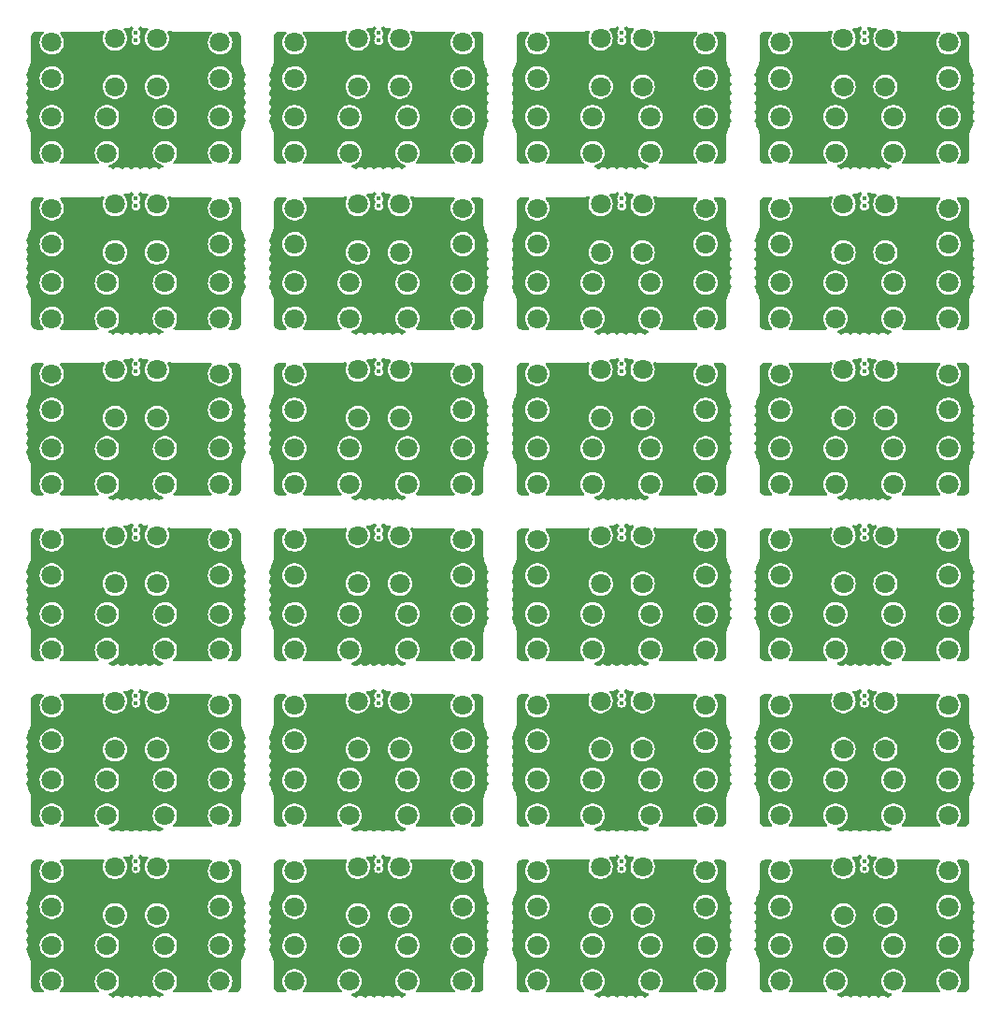
<source format=gbr>
%TF.GenerationSoftware,KiCad,Pcbnew,8.0.1-unknown-202403172319~81f55dfc9c~ubuntu22.04.1*%
%TF.CreationDate,2024-06-24T09:34:37+01:00*%
%TF.ProjectId,PANEL_DRY_ELECTRODES,50414e45-4c5f-4445-9259-5f454c454354,1.0*%
%TF.SameCoordinates,Original*%
%TF.FileFunction,Copper,L2,Inr*%
%TF.FilePolarity,Positive*%
%FSLAX46Y46*%
G04 Gerber Fmt 4.6, Leading zero omitted, Abs format (unit mm)*
G04 Created by KiCad (PCBNEW 8.0.1-unknown-202403172319~81f55dfc9c~ubuntu22.04.1) date 2024-06-24 09:34:37*
%MOMM*%
%LPD*%
G01*
G04 APERTURE LIST*
%TA.AperFunction,ComponentPad*%
%ADD10C,1.800000*%
%TD*%
%TA.AperFunction,ViaPad*%
%ADD11C,0.400000*%
%TD*%
G04 APERTURE END LIST*
D10*
%TO.N,Board_11-/in2+*%
%TO.C,J26*%
X74375000Y-47500000D03*
%TD*%
%TO.N,Board_10-/in2+*%
%TO.C,J26*%
X52375000Y-47500000D03*
%TD*%
%TO.N,Board_22-/in6+*%
%TO.C,J30*%
X61900000Y-86500000D03*
%TD*%
%TO.N,Board_1-/in1-*%
%TO.C,J17*%
X30375000Y-10750000D03*
%TD*%
%TO.N,Board_1-/in8+*%
%TO.C,J32*%
X45625000Y-14250000D03*
%TD*%
%TO.N,Board_12-/in7-*%
%TO.C,J23*%
X23625000Y-52500000D03*
%TD*%
%TO.N,Board_23-/in8-*%
%TO.C,J24*%
X89625000Y-85750000D03*
%TD*%
%TO.N,Board_6-/in7+*%
%TO.C,J31*%
X67625000Y-32500000D03*
%TD*%
%TO.N,Board_6-/in3-*%
%TO.C,J19*%
X58095000Y-22125000D03*
%TD*%
%TO.N,Board_3-/in3-*%
%TO.C,J19*%
X80095000Y-7125000D03*
%TD*%
%TO.N,Board_13-/in4+*%
%TO.C,J28*%
X35375000Y-62500000D03*
%TD*%
%TO.N,Board_17-/in1+*%
%TO.C,J25*%
X30375000Y-74250000D03*
%TD*%
%TO.N,Board_14-/in1+*%
%TO.C,J25*%
X52375000Y-59250000D03*
%TD*%
%TO.N,Board_13-/in7+*%
%TO.C,J31*%
X45625000Y-62500000D03*
%TD*%
%TO.N,Board_7-/in3+*%
%TO.C,J27*%
X80100000Y-26500000D03*
%TD*%
%TO.N,Board_19-/in2-*%
%TO.C,J18*%
X74375000Y-67500000D03*
%TD*%
%TO.N,Board_9-/in1+*%
%TO.C,J25*%
X30375000Y-44250000D03*
%TD*%
%TO.N,Board_21-/in5+*%
%TO.C,J29*%
X40625000Y-92500000D03*
%TD*%
%TO.N,Board_21-/in5-*%
%TO.C,J21*%
X40625000Y-89250000D03*
%TD*%
%TO.N,Board_23-/in2+*%
%TO.C,J26*%
X74375000Y-92500000D03*
%TD*%
%TO.N,Board_4-/in8+*%
%TO.C,J32*%
X23625000Y-29250000D03*
%TD*%
%TO.N,Board_20-/in4-*%
%TO.C,J20*%
X13375000Y-89250000D03*
%TD*%
%TO.N,Board_4-/in4+*%
%TO.C,J28*%
X13375000Y-32500000D03*
%TD*%
%TO.N,Board_12-/in2+*%
%TO.C,J26*%
X8375000Y-62500000D03*
%TD*%
%TO.N,Board_15-/in1-*%
%TO.C,J17*%
X74375000Y-55750000D03*
%TD*%
%TO.N,Board_12-/in3-*%
%TO.C,J19*%
X14095000Y-52125000D03*
%TD*%
%TO.N,Board_23-/in5-*%
%TO.C,J21*%
X84625000Y-89250000D03*
%TD*%
%TO.N,Board_21-/in7+*%
%TO.C,J31*%
X45625000Y-92500000D03*
%TD*%
%TO.N,Board_7-/in2-*%
%TO.C,J18*%
X74375000Y-22500000D03*
%TD*%
%TO.N,Board_0-/in7+*%
%TO.C,J31*%
X23625000Y-17500000D03*
%TD*%
%TO.N,Board_22-/in7-*%
%TO.C,J23*%
X67625000Y-82500000D03*
%TD*%
%TO.N,Board_10-/in5-*%
%TO.C,J21*%
X62625000Y-44250000D03*
%TD*%
%TO.N,Board_14-/in6+*%
%TO.C,J30*%
X61900000Y-56500000D03*
%TD*%
%TO.N,Board_2-/in2+*%
%TO.C,J26*%
X52375000Y-17500000D03*
%TD*%
%TO.N,Board_12-/in6+*%
%TO.C,J30*%
X17900000Y-56500000D03*
%TD*%
%TO.N,Board_7-/in8+*%
%TO.C,J32*%
X89625000Y-29250000D03*
%TD*%
%TO.N,Board_19-/in3+*%
%TO.C,J27*%
X80100000Y-71500000D03*
%TD*%
%TO.N,Board_18-/in8+*%
%TO.C,J32*%
X67625000Y-74250000D03*
%TD*%
%TO.N,Board_17-/in3+*%
%TO.C,J27*%
X36100000Y-71500000D03*
%TD*%
%TO.N,Board_21-/in4-*%
%TO.C,J20*%
X35375000Y-89250000D03*
%TD*%
%TO.N,Board_11-/in2-*%
%TO.C,J18*%
X74375000Y-37500000D03*
%TD*%
%TO.N,Board_12-/in1-*%
%TO.C,J17*%
X8375000Y-55750000D03*
%TD*%
%TO.N,Board_22-/in4+*%
%TO.C,J28*%
X57375000Y-92500000D03*
%TD*%
%TO.N,Board_0-/in8-*%
%TO.C,J24*%
X23625000Y-10750000D03*
%TD*%
%TO.N,Board_20-/in1-*%
%TO.C,J17*%
X8375000Y-85750000D03*
%TD*%
%TO.N,Board_4-/in2+*%
%TO.C,J26*%
X8375000Y-32500000D03*
%TD*%
%TO.N,Board_9-/in4-*%
%TO.C,J20*%
X35375000Y-44250000D03*
%TD*%
%TO.N,Board_12-/in2-*%
%TO.C,J18*%
X8375000Y-52500000D03*
%TD*%
%TO.N,Board_1-/in2+*%
%TO.C,J26*%
X30375000Y-17500000D03*
%TD*%
%TO.N,Board_17-/in5+*%
%TO.C,J29*%
X40625000Y-77500000D03*
%TD*%
%TO.N,Board_18-/in1-*%
%TO.C,J17*%
X52375000Y-70750000D03*
%TD*%
%TO.N,Board_17-/in8+*%
%TO.C,J32*%
X45625000Y-74250000D03*
%TD*%
%TO.N,Board_5-/in2+*%
%TO.C,J26*%
X30375000Y-32500000D03*
%TD*%
%TO.N,Board_14-/in8+*%
%TO.C,J32*%
X67625000Y-59250000D03*
%TD*%
%TO.N,Board_7-/in7+*%
%TO.C,J31*%
X89625000Y-32500000D03*
%TD*%
%TO.N,Board_11-/in6+*%
%TO.C,J30*%
X83900000Y-41500000D03*
%TD*%
%TO.N,Board_18-/in5+*%
%TO.C,J29*%
X62625000Y-77500000D03*
%TD*%
%TO.N,Board_20-/in3+*%
%TO.C,J27*%
X14100000Y-86500000D03*
%TD*%
%TO.N,Board_7-/in3-*%
%TO.C,J19*%
X80095000Y-22125000D03*
%TD*%
%TO.N,Board_3-/in4-*%
%TO.C,J20*%
X79375000Y-14250000D03*
%TD*%
%TO.N,Board_14-/in2-*%
%TO.C,J18*%
X52375000Y-52500000D03*
%TD*%
%TO.N,Board_0-/in6+*%
%TO.C,J30*%
X17900000Y-11500000D03*
%TD*%
%TO.N,Board_2-/in5+*%
%TO.C,J29*%
X62625000Y-17500000D03*
%TD*%
%TO.N,Board_12-/in8-*%
%TO.C,J24*%
X23625000Y-55750000D03*
%TD*%
%TO.N,Board_7-/in6-*%
%TO.C,J22*%
X83905000Y-22125000D03*
%TD*%
%TO.N,Board_9-/in2+*%
%TO.C,J26*%
X30375000Y-47500000D03*
%TD*%
%TO.N,Board_10-/in3-*%
%TO.C,J19*%
X58095000Y-37125000D03*
%TD*%
%TO.N,Board_13-/in1+*%
%TO.C,J25*%
X30375000Y-59250000D03*
%TD*%
%TO.N,Board_11-/in4+*%
%TO.C,J28*%
X79375000Y-47500000D03*
%TD*%
%TO.N,Board_1-/in3-*%
%TO.C,J19*%
X36095000Y-7125000D03*
%TD*%
%TO.N,Board_4-/in7+*%
%TO.C,J31*%
X23625000Y-32500000D03*
%TD*%
%TO.N,Board_9-/in6+*%
%TO.C,J30*%
X39900000Y-41500000D03*
%TD*%
%TO.N,Board_4-/in8-*%
%TO.C,J24*%
X23625000Y-25750000D03*
%TD*%
%TO.N,Board_5-/in1+*%
%TO.C,J25*%
X30375000Y-29250000D03*
%TD*%
%TO.N,Board_8-/in8+*%
%TO.C,J32*%
X23625000Y-44250000D03*
%TD*%
%TO.N,Board_18-/in8-*%
%TO.C,J24*%
X67625000Y-70750000D03*
%TD*%
%TO.N,Board_12-/in4-*%
%TO.C,J20*%
X13375000Y-59250000D03*
%TD*%
%TO.N,Board_8-/in5-*%
%TO.C,J21*%
X18625000Y-44250000D03*
%TD*%
%TO.N,Board_2-/in6-*%
%TO.C,J22*%
X61905000Y-7125000D03*
%TD*%
%TO.N,Board_21-/in8-*%
%TO.C,J24*%
X45625000Y-85750000D03*
%TD*%
%TO.N,Board_6-/in2+*%
%TO.C,J26*%
X52375000Y-32500000D03*
%TD*%
%TO.N,Board_1-/in2-*%
%TO.C,J18*%
X30375000Y-7500000D03*
%TD*%
%TO.N,Board_15-/in3+*%
%TO.C,J27*%
X80100000Y-56500000D03*
%TD*%
%TO.N,Board_9-/in7+*%
%TO.C,J31*%
X45625000Y-47500000D03*
%TD*%
%TO.N,Board_22-/in1+*%
%TO.C,J25*%
X52375000Y-89250000D03*
%TD*%
%TO.N,Board_15-/in5-*%
%TO.C,J21*%
X84625000Y-59250000D03*
%TD*%
%TO.N,Board_1-/in4-*%
%TO.C,J20*%
X35375000Y-14250000D03*
%TD*%
%TO.N,Board_14-/in4-*%
%TO.C,J20*%
X57375000Y-59250000D03*
%TD*%
%TO.N,Board_19-/in4+*%
%TO.C,J28*%
X79375000Y-77500000D03*
%TD*%
%TO.N,Board_17-/in2+*%
%TO.C,J26*%
X30375000Y-77500000D03*
%TD*%
%TO.N,Board_2-/in4-*%
%TO.C,J20*%
X57375000Y-14250000D03*
%TD*%
%TO.N,Board_17-/in4-*%
%TO.C,J20*%
X35375000Y-74250000D03*
%TD*%
%TO.N,Board_15-/in5+*%
%TO.C,J29*%
X84625000Y-62500000D03*
%TD*%
%TO.N,Board_10-/in6-*%
%TO.C,J22*%
X61905000Y-37125000D03*
%TD*%
%TO.N,Board_11-/in1-*%
%TO.C,J17*%
X74375000Y-40750000D03*
%TD*%
%TO.N,Board_12-/in8+*%
%TO.C,J32*%
X23625000Y-59250000D03*
%TD*%
%TO.N,Board_10-/in8-*%
%TO.C,J24*%
X67625000Y-40750000D03*
%TD*%
%TO.N,Board_5-/in5+*%
%TO.C,J29*%
X40625000Y-32500000D03*
%TD*%
%TO.N,Board_9-/in2-*%
%TO.C,J18*%
X30375000Y-37500000D03*
%TD*%
%TO.N,Board_18-/in6-*%
%TO.C,J22*%
X61905000Y-67125000D03*
%TD*%
%TO.N,Board_13-/in2-*%
%TO.C,J18*%
X30375000Y-52500000D03*
%TD*%
%TO.N,Board_8-/in1+*%
%TO.C,J25*%
X8375000Y-44250000D03*
%TD*%
%TO.N,Board_3-/in3+*%
%TO.C,J27*%
X80100000Y-11500000D03*
%TD*%
%TO.N,Board_0-/in5+*%
%TO.C,J29*%
X18625000Y-17500000D03*
%TD*%
%TO.N,Board_0-/in6-*%
%TO.C,J22*%
X17905000Y-7125000D03*
%TD*%
%TO.N,Board_5-/in7+*%
%TO.C,J31*%
X45625000Y-32500000D03*
%TD*%
%TO.N,Board_23-/in1+*%
%TO.C,J25*%
X74375000Y-89250000D03*
%TD*%
%TO.N,Board_15-/in3-*%
%TO.C,J19*%
X80095000Y-52125000D03*
%TD*%
%TO.N,Board_9-/in3-*%
%TO.C,J19*%
X36095000Y-37125000D03*
%TD*%
%TO.N,Board_14-/in8-*%
%TO.C,J24*%
X67625000Y-55750000D03*
%TD*%
%TO.N,Board_21-/in3+*%
%TO.C,J27*%
X36100000Y-86500000D03*
%TD*%
%TO.N,Board_19-/in1-*%
%TO.C,J17*%
X74375000Y-70750000D03*
%TD*%
%TO.N,Board_11-/in7-*%
%TO.C,J23*%
X89625000Y-37500000D03*
%TD*%
%TO.N,Board_2-/in2-*%
%TO.C,J18*%
X52375000Y-7500000D03*
%TD*%
%TO.N,Board_15-/in8-*%
%TO.C,J24*%
X89625000Y-55750000D03*
%TD*%
%TO.N,Board_20-/in8-*%
%TO.C,J24*%
X23625000Y-85750000D03*
%TD*%
%TO.N,Board_13-/in5-*%
%TO.C,J21*%
X40625000Y-59250000D03*
%TD*%
%TO.N,Board_10-/in8+*%
%TO.C,J32*%
X67625000Y-44250000D03*
%TD*%
%TO.N,Board_0-/in4+*%
%TO.C,J28*%
X13375000Y-17500000D03*
%TD*%
%TO.N,Board_18-/in3-*%
%TO.C,J19*%
X58095000Y-67125000D03*
%TD*%
%TO.N,Board_18-/in7-*%
%TO.C,J23*%
X67625000Y-67500000D03*
%TD*%
%TO.N,Board_11-/in1+*%
%TO.C,J25*%
X74375000Y-44250000D03*
%TD*%
%TO.N,Board_8-/in8-*%
%TO.C,J24*%
X23625000Y-40750000D03*
%TD*%
%TO.N,Board_11-/in3-*%
%TO.C,J19*%
X80095000Y-37125000D03*
%TD*%
%TO.N,Board_21-/in7-*%
%TO.C,J23*%
X45625000Y-82500000D03*
%TD*%
%TO.N,Board_13-/in3-*%
%TO.C,J19*%
X36095000Y-52125000D03*
%TD*%
%TO.N,Board_12-/in7+*%
%TO.C,J31*%
X23625000Y-62500000D03*
%TD*%
%TO.N,Board_13-/in6-*%
%TO.C,J22*%
X39905000Y-52125000D03*
%TD*%
%TO.N,Board_23-/in3+*%
%TO.C,J27*%
X80100000Y-86500000D03*
%TD*%
%TO.N,Board_2-/in3-*%
%TO.C,J19*%
X58095000Y-7125000D03*
%TD*%
%TO.N,Board_7-/in2+*%
%TO.C,J26*%
X74375000Y-32500000D03*
%TD*%
%TO.N,Board_5-/in1-*%
%TO.C,J17*%
X30375000Y-25750000D03*
%TD*%
%TO.N,Board_0-/in2-*%
%TO.C,J18*%
X8375000Y-7500000D03*
%TD*%
%TO.N,Board_3-/in7+*%
%TO.C,J31*%
X89625000Y-17500000D03*
%TD*%
%TO.N,Board_18-/in4+*%
%TO.C,J28*%
X57375000Y-77500000D03*
%TD*%
%TO.N,Board_7-/in4-*%
%TO.C,J20*%
X79375000Y-29250000D03*
%TD*%
%TO.N,Board_8-/in2+*%
%TO.C,J26*%
X8375000Y-47500000D03*
%TD*%
%TO.N,Board_6-/in5-*%
%TO.C,J21*%
X62625000Y-29250000D03*
%TD*%
%TO.N,Board_20-/in5-*%
%TO.C,J21*%
X18625000Y-89250000D03*
%TD*%
%TO.N,Board_17-/in8-*%
%TO.C,J24*%
X45625000Y-70750000D03*
%TD*%
%TO.N,Board_8-/in3-*%
%TO.C,J19*%
X14095000Y-37125000D03*
%TD*%
%TO.N,Board_4-/in6+*%
%TO.C,J30*%
X17900000Y-26500000D03*
%TD*%
%TO.N,Board_12-/in1+*%
%TO.C,J25*%
X8375000Y-59250000D03*
%TD*%
%TO.N,Board_20-/in8+*%
%TO.C,J32*%
X23625000Y-89250000D03*
%TD*%
%TO.N,Board_16-/in3+*%
%TO.C,J27*%
X14100000Y-71500000D03*
%TD*%
%TO.N,Board_18-/in1+*%
%TO.C,J25*%
X52375000Y-74250000D03*
%TD*%
%TO.N,Board_20-/in7+*%
%TO.C,J31*%
X23625000Y-92500000D03*
%TD*%
%TO.N,Board_4-/in5-*%
%TO.C,J21*%
X18625000Y-29250000D03*
%TD*%
%TO.N,Board_23-/in7+*%
%TO.C,J31*%
X89625000Y-92500000D03*
%TD*%
%TO.N,Board_7-/in4+*%
%TO.C,J28*%
X79375000Y-32500000D03*
%TD*%
%TO.N,Board_15-/in6+*%
%TO.C,J30*%
X83900000Y-56500000D03*
%TD*%
%TO.N,Board_20-/in5+*%
%TO.C,J29*%
X18625000Y-92500000D03*
%TD*%
%TO.N,Board_16-/in7+*%
%TO.C,J31*%
X23625000Y-77500000D03*
%TD*%
%TO.N,Board_18-/in5-*%
%TO.C,J21*%
X62625000Y-74250000D03*
%TD*%
%TO.N,Board_15-/in8+*%
%TO.C,J32*%
X89625000Y-59250000D03*
%TD*%
%TO.N,Board_16-/in5+*%
%TO.C,J29*%
X18625000Y-77500000D03*
%TD*%
%TO.N,Board_6-/in1+*%
%TO.C,J25*%
X52375000Y-29250000D03*
%TD*%
%TO.N,Board_10-/in2-*%
%TO.C,J18*%
X52375000Y-37500000D03*
%TD*%
%TO.N,Board_23-/in6+*%
%TO.C,J30*%
X83900000Y-86500000D03*
%TD*%
%TO.N,Board_17-/in7+*%
%TO.C,J31*%
X45625000Y-77500000D03*
%TD*%
%TO.N,Board_15-/in7-*%
%TO.C,J23*%
X89625000Y-52500000D03*
%TD*%
%TO.N,Board_11-/in5-*%
%TO.C,J21*%
X84625000Y-44250000D03*
%TD*%
%TO.N,Board_10-/in4-*%
%TO.C,J20*%
X57375000Y-44250000D03*
%TD*%
%TO.N,Board_8-/in7+*%
%TO.C,J31*%
X23625000Y-47500000D03*
%TD*%
%TO.N,Board_19-/in5-*%
%TO.C,J21*%
X84625000Y-74250000D03*
%TD*%
%TO.N,Board_16-/in8-*%
%TO.C,J24*%
X23625000Y-70750000D03*
%TD*%
%TO.N,Board_15-/in4+*%
%TO.C,J28*%
X79375000Y-62500000D03*
%TD*%
%TO.N,Board_19-/in8-*%
%TO.C,J24*%
X89625000Y-70750000D03*
%TD*%
%TO.N,Board_6-/in7-*%
%TO.C,J23*%
X67625000Y-22500000D03*
%TD*%
%TO.N,Board_19-/in1+*%
%TO.C,J25*%
X74375000Y-74250000D03*
%TD*%
%TO.N,Board_10-/in4+*%
%TO.C,J28*%
X57375000Y-47500000D03*
%TD*%
%TO.N,Board_19-/in7-*%
%TO.C,J23*%
X89625000Y-67500000D03*
%TD*%
%TO.N,Board_0-/in4-*%
%TO.C,J20*%
X13375000Y-14250000D03*
%TD*%
%TO.N,Board_0-/in1-*%
%TO.C,J17*%
X8375000Y-10750000D03*
%TD*%
%TO.N,Board_4-/in3-*%
%TO.C,J19*%
X14095000Y-22125000D03*
%TD*%
%TO.N,Board_23-/in2-*%
%TO.C,J18*%
X74375000Y-82500000D03*
%TD*%
%TO.N,Board_8-/in6-*%
%TO.C,J22*%
X17905000Y-37125000D03*
%TD*%
%TO.N,Board_4-/in2-*%
%TO.C,J18*%
X8375000Y-22500000D03*
%TD*%
%TO.N,Board_6-/in2-*%
%TO.C,J18*%
X52375000Y-22500000D03*
%TD*%
%TO.N,Board_1-/in5+*%
%TO.C,J29*%
X40625000Y-17500000D03*
%TD*%
%TO.N,Board_12-/in4+*%
%TO.C,J28*%
X13375000Y-62500000D03*
%TD*%
%TO.N,Board_1-/in4+*%
%TO.C,J28*%
X35375000Y-17500000D03*
%TD*%
%TO.N,Board_5-/in3-*%
%TO.C,J19*%
X36095000Y-22125000D03*
%TD*%
%TO.N,Board_8-/in7-*%
%TO.C,J23*%
X23625000Y-37500000D03*
%TD*%
%TO.N,Board_17-/in7-*%
%TO.C,J23*%
X45625000Y-67500000D03*
%TD*%
%TO.N,Board_2-/in8-*%
%TO.C,J24*%
X67625000Y-10750000D03*
%TD*%
%TO.N,Board_5-/in4-*%
%TO.C,J20*%
X35375000Y-29250000D03*
%TD*%
%TO.N,Board_21-/in3-*%
%TO.C,J19*%
X36095000Y-82125000D03*
%TD*%
%TO.N,Board_13-/in7-*%
%TO.C,J23*%
X45625000Y-52500000D03*
%TD*%
%TO.N,Board_14-/in5-*%
%TO.C,J21*%
X62625000Y-59250000D03*
%TD*%
%TO.N,Board_21-/in1+*%
%TO.C,J25*%
X30375000Y-89250000D03*
%TD*%
%TO.N,Board_23-/in6-*%
%TO.C,J22*%
X83905000Y-82125000D03*
%TD*%
%TO.N,Board_6-/in4-*%
%TO.C,J20*%
X57375000Y-29250000D03*
%TD*%
%TO.N,Board_2-/in1+*%
%TO.C,J25*%
X52375000Y-14250000D03*
%TD*%
%TO.N,Board_20-/in2-*%
%TO.C,J18*%
X8375000Y-82500000D03*
%TD*%
%TO.N,Board_6-/in6-*%
%TO.C,J22*%
X61905000Y-22125000D03*
%TD*%
%TO.N,Board_5-/in4+*%
%TO.C,J28*%
X35375000Y-32500000D03*
%TD*%
%TO.N,Board_16-/in6+*%
%TO.C,J30*%
X17900000Y-71500000D03*
%TD*%
%TO.N,Board_7-/in6+*%
%TO.C,J30*%
X83900000Y-26500000D03*
%TD*%
%TO.N,Board_20-/in3-*%
%TO.C,J19*%
X14095000Y-82125000D03*
%TD*%
%TO.N,Board_2-/in1-*%
%TO.C,J17*%
X52375000Y-10750000D03*
%TD*%
%TO.N,Board_13-/in5+*%
%TO.C,J29*%
X40625000Y-62500000D03*
%TD*%
%TO.N,Board_1-/in7-*%
%TO.C,J23*%
X45625000Y-7500000D03*
%TD*%
%TO.N,Board_1-/in5-*%
%TO.C,J21*%
X40625000Y-14250000D03*
%TD*%
%TO.N,Board_8-/in2-*%
%TO.C,J18*%
X8375000Y-37500000D03*
%TD*%
%TO.N,Board_13-/in6+*%
%TO.C,J30*%
X39900000Y-56500000D03*
%TD*%
%TO.N,Board_13-/in8+*%
%TO.C,J32*%
X45625000Y-59250000D03*
%TD*%
%TO.N,Board_6-/in3+*%
%TO.C,J27*%
X58100000Y-26500000D03*
%TD*%
%TO.N,Board_11-/in3+*%
%TO.C,J27*%
X80100000Y-41500000D03*
%TD*%
%TO.N,Board_5-/in7-*%
%TO.C,J23*%
X45625000Y-22500000D03*
%TD*%
%TO.N,Board_4-/in1+*%
%TO.C,J25*%
X8375000Y-29250000D03*
%TD*%
%TO.N,Board_23-/in3-*%
%TO.C,J19*%
X80095000Y-82125000D03*
%TD*%
%TO.N,Board_22-/in3+*%
%TO.C,J27*%
X58100000Y-86500000D03*
%TD*%
%TO.N,Board_11-/in7+*%
%TO.C,J31*%
X89625000Y-47500000D03*
%TD*%
%TO.N,Board_5-/in6+*%
%TO.C,J30*%
X39900000Y-26500000D03*
%TD*%
%TO.N,Board_20-/in4+*%
%TO.C,J28*%
X13375000Y-92500000D03*
%TD*%
%TO.N,Board_21-/in8+*%
%TO.C,J32*%
X45625000Y-89250000D03*
%TD*%
%TO.N,Board_16-/in1-*%
%TO.C,J17*%
X8375000Y-70750000D03*
%TD*%
%TO.N,Board_2-/in3+*%
%TO.C,J27*%
X58100000Y-11500000D03*
%TD*%
%TO.N,Board_19-/in8+*%
%TO.C,J32*%
X89625000Y-74250000D03*
%TD*%
%TO.N,Board_23-/in4+*%
%TO.C,J28*%
X79375000Y-92500000D03*
%TD*%
%TO.N,Board_4-/in3+*%
%TO.C,J27*%
X14100000Y-26500000D03*
%TD*%
%TO.N,Board_8-/in4-*%
%TO.C,J20*%
X13375000Y-44250000D03*
%TD*%
%TO.N,Board_3-/in2-*%
%TO.C,J18*%
X74375000Y-7500000D03*
%TD*%
%TO.N,Board_10-/in1-*%
%TO.C,J17*%
X52375000Y-40750000D03*
%TD*%
%TO.N,Board_6-/in6+*%
%TO.C,J30*%
X61900000Y-26500000D03*
%TD*%
%TO.N,Board_7-/in5-*%
%TO.C,J21*%
X84625000Y-29250000D03*
%TD*%
%TO.N,Board_16-/in2+*%
%TO.C,J26*%
X8375000Y-77500000D03*
%TD*%
%TO.N,Board_1-/in3+*%
%TO.C,J27*%
X36100000Y-11500000D03*
%TD*%
%TO.N,Board_12-/in6-*%
%TO.C,J22*%
X17905000Y-52125000D03*
%TD*%
%TO.N,Board_8-/in4+*%
%TO.C,J28*%
X13375000Y-47500000D03*
%TD*%
%TO.N,Board_16-/in8+*%
%TO.C,J32*%
X23625000Y-74250000D03*
%TD*%
%TO.N,Board_9-/in1-*%
%TO.C,J17*%
X30375000Y-40750000D03*
%TD*%
%TO.N,Board_10-/in1+*%
%TO.C,J25*%
X52375000Y-44250000D03*
%TD*%
%TO.N,Board_18-/in4-*%
%TO.C,J20*%
X57375000Y-74250000D03*
%TD*%
%TO.N,Board_23-/in8+*%
%TO.C,J32*%
X89625000Y-89250000D03*
%TD*%
%TO.N,Board_13-/in4-*%
%TO.C,J20*%
X35375000Y-59250000D03*
%TD*%
%TO.N,Board_18-/in3+*%
%TO.C,J27*%
X58100000Y-71500000D03*
%TD*%
%TO.N,Board_3-/in6-*%
%TO.C,J22*%
X83905000Y-7125000D03*
%TD*%
%TO.N,Board_2-/in7-*%
%TO.C,J23*%
X67625000Y-7500000D03*
%TD*%
%TO.N,Board_3-/in1-*%
%TO.C,J17*%
X74375000Y-10750000D03*
%TD*%
%TO.N,Board_14-/in7+*%
%TO.C,J31*%
X67625000Y-62500000D03*
%TD*%
%TO.N,Board_19-/in4-*%
%TO.C,J20*%
X79375000Y-74250000D03*
%TD*%
%TO.N,Board_0-/in3-*%
%TO.C,J19*%
X14095000Y-7125000D03*
%TD*%
%TO.N,Board_2-/in7+*%
%TO.C,J31*%
X67625000Y-17500000D03*
%TD*%
%TO.N,Board_18-/in2-*%
%TO.C,J18*%
X52375000Y-67500000D03*
%TD*%
%TO.N,Board_1-/in1+*%
%TO.C,J25*%
X30375000Y-14250000D03*
%TD*%
%TO.N,Board_10-/in6+*%
%TO.C,J30*%
X61900000Y-41500000D03*
%TD*%
%TO.N,Board_5-/in3+*%
%TO.C,J27*%
X36100000Y-26500000D03*
%TD*%
%TO.N,Board_14-/in7-*%
%TO.C,J23*%
X67625000Y-52500000D03*
%TD*%
%TO.N,Board_22-/in1-*%
%TO.C,J17*%
X52375000Y-85750000D03*
%TD*%
%TO.N,Board_3-/in7-*%
%TO.C,J23*%
X89625000Y-7500000D03*
%TD*%
%TO.N,Board_1-/in8-*%
%TO.C,J24*%
X45625000Y-10750000D03*
%TD*%
%TO.N,Board_17-/in3-*%
%TO.C,J19*%
X36095000Y-67125000D03*
%TD*%
%TO.N,Board_6-/in8-*%
%TO.C,J24*%
X67625000Y-25750000D03*
%TD*%
%TO.N,Board_20-/in2+*%
%TO.C,J26*%
X8375000Y-92500000D03*
%TD*%
%TO.N,Board_10-/in3+*%
%TO.C,J27*%
X58100000Y-41500000D03*
%TD*%
%TO.N,Board_9-/in6-*%
%TO.C,J22*%
X39905000Y-37125000D03*
%TD*%
%TO.N,Board_15-/in7+*%
%TO.C,J31*%
X89625000Y-62500000D03*
%TD*%
%TO.N,Board_0-/in1+*%
%TO.C,J25*%
X8375000Y-14250000D03*
%TD*%
%TO.N,Board_11-/in4-*%
%TO.C,J20*%
X79375000Y-44250000D03*
%TD*%
%TO.N,Board_0-/in7-*%
%TO.C,J23*%
X23625000Y-7500000D03*
%TD*%
%TO.N,Board_19-/in6+*%
%TO.C,J30*%
X83900000Y-71500000D03*
%TD*%
%TO.N,Board_22-/in5+*%
%TO.C,J29*%
X62625000Y-92500000D03*
%TD*%
%TO.N,Board_17-/in1-*%
%TO.C,J17*%
X30375000Y-70750000D03*
%TD*%
%TO.N,Board_23-/in5+*%
%TO.C,J29*%
X84625000Y-92500000D03*
%TD*%
%TO.N,Board_8-/in3+*%
%TO.C,J27*%
X14100000Y-41500000D03*
%TD*%
%TO.N,Board_7-/in8-*%
%TO.C,J24*%
X89625000Y-25750000D03*
%TD*%
%TO.N,Board_13-/in2+*%
%TO.C,J26*%
X30375000Y-62500000D03*
%TD*%
%TO.N,Board_16-/in1+*%
%TO.C,J25*%
X8375000Y-74250000D03*
%TD*%
%TO.N,Board_16-/in7-*%
%TO.C,J23*%
X23625000Y-67500000D03*
%TD*%
%TO.N,Board_19-/in3-*%
%TO.C,J19*%
X80095000Y-67125000D03*
%TD*%
%TO.N,Board_15-/in1+*%
%TO.C,J25*%
X74375000Y-59250000D03*
%TD*%
%TO.N,Board_14-/in3-*%
%TO.C,J19*%
X58095000Y-52125000D03*
%TD*%
%TO.N,Board_4-/in1-*%
%TO.C,J17*%
X8375000Y-25750000D03*
%TD*%
%TO.N,Board_1-/in6-*%
%TO.C,J22*%
X39905000Y-7125000D03*
%TD*%
%TO.N,Board_3-/in8+*%
%TO.C,J32*%
X89625000Y-14250000D03*
%TD*%
%TO.N,Board_2-/in4+*%
%TO.C,J28*%
X57375000Y-17500000D03*
%TD*%
%TO.N,Board_12-/in5+*%
%TO.C,J29*%
X18625000Y-62500000D03*
%TD*%
%TO.N,Board_9-/in3+*%
%TO.C,J27*%
X36100000Y-41500000D03*
%TD*%
%TO.N,Board_16-/in2-*%
%TO.C,J18*%
X8375000Y-67500000D03*
%TD*%
%TO.N,Board_23-/in4-*%
%TO.C,J20*%
X79375000Y-89250000D03*
%TD*%
%TO.N,Board_11-/in8+*%
%TO.C,J32*%
X89625000Y-44250000D03*
%TD*%
%TO.N,Board_6-/in8+*%
%TO.C,J32*%
X67625000Y-29250000D03*
%TD*%
%TO.N,Board_15-/in2-*%
%TO.C,J18*%
X74375000Y-52500000D03*
%TD*%
%TO.N,Board_2-/in5-*%
%TO.C,J21*%
X62625000Y-14250000D03*
%TD*%
%TO.N,Board_7-/in7-*%
%TO.C,J23*%
X89625000Y-22500000D03*
%TD*%
%TO.N,Board_14-/in4+*%
%TO.C,J28*%
X57375000Y-62500000D03*
%TD*%
%TO.N,Board_23-/in1-*%
%TO.C,J17*%
X74375000Y-85750000D03*
%TD*%
%TO.N,Board_13-/in1-*%
%TO.C,J17*%
X30375000Y-55750000D03*
%TD*%
%TO.N,Board_6-/in4+*%
%TO.C,J28*%
X57375000Y-32500000D03*
%TD*%
%TO.N,Board_0-/in3+*%
%TO.C,J27*%
X14100000Y-11500000D03*
%TD*%
%TO.N,Board_22-/in8-*%
%TO.C,J24*%
X67625000Y-85750000D03*
%TD*%
%TO.N,Board_13-/in8-*%
%TO.C,J24*%
X45625000Y-55750000D03*
%TD*%
%TO.N,Board_5-/in8+*%
%TO.C,J32*%
X45625000Y-29250000D03*
%TD*%
%TO.N,Board_1-/in7+*%
%TO.C,J31*%
X45625000Y-17500000D03*
%TD*%
%TO.N,Board_7-/in1+*%
%TO.C,J25*%
X74375000Y-29250000D03*
%TD*%
%TO.N,Board_11-/in5+*%
%TO.C,J29*%
X84625000Y-47500000D03*
%TD*%
%TO.N,Board_16-/in6-*%
%TO.C,J22*%
X17905000Y-67125000D03*
%TD*%
%TO.N,Board_21-/in6-*%
%TO.C,J22*%
X39905000Y-82125000D03*
%TD*%
%TO.N,Board_3-/in8-*%
%TO.C,J24*%
X89625000Y-10750000D03*
%TD*%
%TO.N,Board_3-/in1+*%
%TO.C,J25*%
X74375000Y-14250000D03*
%TD*%
%TO.N,Board_5-/in8-*%
%TO.C,J24*%
X45625000Y-25750000D03*
%TD*%
%TO.N,Board_22-/in4-*%
%TO.C,J20*%
X57375000Y-89250000D03*
%TD*%
%TO.N,Board_21-/in2+*%
%TO.C,J26*%
X30375000Y-92500000D03*
%TD*%
%TO.N,Board_3-/in4+*%
%TO.C,J28*%
X79375000Y-17500000D03*
%TD*%
%TO.N,Board_7-/in5+*%
%TO.C,J29*%
X84625000Y-32500000D03*
%TD*%
%TO.N,Board_12-/in5-*%
%TO.C,J21*%
X18625000Y-59250000D03*
%TD*%
%TO.N,Board_15-/in4-*%
%TO.C,J20*%
X79375000Y-59250000D03*
%TD*%
%TO.N,Board_17-/in6-*%
%TO.C,J22*%
X39905000Y-67125000D03*
%TD*%
%TO.N,Board_17-/in4+*%
%TO.C,J28*%
X35375000Y-77500000D03*
%TD*%
%TO.N,Board_4-/in5+*%
%TO.C,J29*%
X18625000Y-32500000D03*
%TD*%
%TO.N,Board_9-/in8+*%
%TO.C,J32*%
X45625000Y-44250000D03*
%TD*%
%TO.N,Board_14-/in1-*%
%TO.C,J17*%
X52375000Y-55750000D03*
%TD*%
%TO.N,Board_14-/in5+*%
%TO.C,J29*%
X62625000Y-62500000D03*
%TD*%
%TO.N,Board_4-/in4-*%
%TO.C,J20*%
X13375000Y-29250000D03*
%TD*%
%TO.N,Board_3-/in5+*%
%TO.C,J29*%
X84625000Y-17500000D03*
%TD*%
%TO.N,Board_20-/in7-*%
%TO.C,J23*%
X23625000Y-82500000D03*
%TD*%
%TO.N,Board_22-/in6-*%
%TO.C,J22*%
X61905000Y-82125000D03*
%TD*%
%TO.N,Board_14-/in2+*%
%TO.C,J26*%
X52375000Y-62500000D03*
%TD*%
%TO.N,Board_3-/in6+*%
%TO.C,J30*%
X83900000Y-11500000D03*
%TD*%
%TO.N,Board_17-/in5-*%
%TO.C,J21*%
X40625000Y-74250000D03*
%TD*%
%TO.N,Board_17-/in6+*%
%TO.C,J30*%
X39900000Y-71500000D03*
%TD*%
%TO.N,Board_0-/in8+*%
%TO.C,J32*%
X23625000Y-14250000D03*
%TD*%
%TO.N,Board_21-/in1-*%
%TO.C,J17*%
X30375000Y-85750000D03*
%TD*%
%TO.N,Board_5-/in2-*%
%TO.C,J18*%
X30375000Y-22500000D03*
%TD*%
%TO.N,Board_19-/in2+*%
%TO.C,J26*%
X74375000Y-77500000D03*
%TD*%
%TO.N,Board_13-/in3+*%
%TO.C,J27*%
X36100000Y-56500000D03*
%TD*%
%TO.N,Board_15-/in6-*%
%TO.C,J22*%
X83905000Y-52125000D03*
%TD*%
%TO.N,Board_22-/in5-*%
%TO.C,J21*%
X62625000Y-89250000D03*
%TD*%
%TO.N,Board_16-/in5-*%
%TO.C,J21*%
X18625000Y-74250000D03*
%TD*%
%TO.N,Board_4-/in7-*%
%TO.C,J23*%
X23625000Y-22500000D03*
%TD*%
%TO.N,Board_7-/in1-*%
%TO.C,J17*%
X74375000Y-25750000D03*
%TD*%
%TO.N,Board_14-/in6-*%
%TO.C,J22*%
X61905000Y-52125000D03*
%TD*%
%TO.N,Board_9-/in5+*%
%TO.C,J29*%
X40625000Y-47500000D03*
%TD*%
%TO.N,Board_10-/in5+*%
%TO.C,J29*%
X62625000Y-47500000D03*
%TD*%
%TO.N,Board_21-/in2-*%
%TO.C,J18*%
X30375000Y-82500000D03*
%TD*%
%TO.N,Board_22-/in7+*%
%TO.C,J31*%
X67625000Y-92500000D03*
%TD*%
%TO.N,Board_8-/in5+*%
%TO.C,J29*%
X18625000Y-47500000D03*
%TD*%
%TO.N,Board_20-/in1+*%
%TO.C,J25*%
X8375000Y-89250000D03*
%TD*%
%TO.N,Board_22-/in2-*%
%TO.C,J18*%
X52375000Y-82500000D03*
%TD*%
%TO.N,Board_6-/in5+*%
%TO.C,J29*%
X62625000Y-32500000D03*
%TD*%
%TO.N,Board_5-/in5-*%
%TO.C,J21*%
X40625000Y-29250000D03*
%TD*%
%TO.N,Board_16-/in4+*%
%TO.C,J28*%
X13375000Y-77500000D03*
%TD*%
%TO.N,Board_21-/in4+*%
%TO.C,J28*%
X35375000Y-92500000D03*
%TD*%
%TO.N,Board_6-/in1-*%
%TO.C,J17*%
X52375000Y-25750000D03*
%TD*%
%TO.N,Board_9-/in7-*%
%TO.C,J23*%
X45625000Y-37500000D03*
%TD*%
%TO.N,Board_11-/in6-*%
%TO.C,J22*%
X83905000Y-37125000D03*
%TD*%
%TO.N,Board_9-/in5-*%
%TO.C,J21*%
X40625000Y-44250000D03*
%TD*%
%TO.N,Board_23-/in7-*%
%TO.C,J23*%
X89625000Y-82500000D03*
%TD*%
%TO.N,Board_20-/in6-*%
%TO.C,J22*%
X17905000Y-82125000D03*
%TD*%
%TO.N,Board_1-/in6+*%
%TO.C,J30*%
X39900000Y-11500000D03*
%TD*%
%TO.N,Board_18-/in2+*%
%TO.C,J26*%
X52375000Y-77500000D03*
%TD*%
%TO.N,Board_2-/in6+*%
%TO.C,J30*%
X61900000Y-11500000D03*
%TD*%
%TO.N,Board_10-/in7+*%
%TO.C,J31*%
X67625000Y-47500000D03*
%TD*%
%TO.N,Board_22-/in8+*%
%TO.C,J32*%
X67625000Y-89250000D03*
%TD*%
%TO.N,Board_15-/in2+*%
%TO.C,J26*%
X74375000Y-62500000D03*
%TD*%
%TO.N,Board_8-/in1-*%
%TO.C,J17*%
X8375000Y-40750000D03*
%TD*%
%TO.N,Board_10-/in7-*%
%TO.C,J23*%
X67625000Y-37500000D03*
%TD*%
%TO.N,Board_19-/in6-*%
%TO.C,J22*%
X83905000Y-67125000D03*
%TD*%
%TO.N,Board_5-/in6-*%
%TO.C,J22*%
X39905000Y-22125000D03*
%TD*%
%TO.N,Board_3-/in2+*%
%TO.C,J26*%
X74375000Y-17500000D03*
%TD*%
%TO.N,Board_0-/in2+*%
%TO.C,J26*%
X8375000Y-17500000D03*
%TD*%
%TO.N,Board_22-/in3-*%
%TO.C,J19*%
X58095000Y-82125000D03*
%TD*%
%TO.N,Board_18-/in6+*%
%TO.C,J30*%
X61900000Y-71500000D03*
%TD*%
%TO.N,Board_18-/in7+*%
%TO.C,J31*%
X67625000Y-77500000D03*
%TD*%
%TO.N,Board_0-/in5-*%
%TO.C,J21*%
X18625000Y-14250000D03*
%TD*%
%TO.N,Board_11-/in8-*%
%TO.C,J24*%
X89625000Y-40750000D03*
%TD*%
%TO.N,Board_17-/in2-*%
%TO.C,J18*%
X30375000Y-67500000D03*
%TD*%
%TO.N,Board_12-/in3+*%
%TO.C,J27*%
X14100000Y-56500000D03*
%TD*%
%TO.N,Board_9-/in8-*%
%TO.C,J24*%
X45625000Y-40750000D03*
%TD*%
%TO.N,Board_3-/in5-*%
%TO.C,J21*%
X84625000Y-14250000D03*
%TD*%
%TO.N,Board_16-/in4-*%
%TO.C,J20*%
X13375000Y-74250000D03*
%TD*%
%TO.N,Board_2-/in8+*%
%TO.C,J32*%
X67625000Y-14250000D03*
%TD*%
%TO.N,Board_20-/in6+*%
%TO.C,J30*%
X17900000Y-86500000D03*
%TD*%
%TO.N,Board_19-/in5+*%
%TO.C,J29*%
X84625000Y-77500000D03*
%TD*%
%TO.N,Board_9-/in4+*%
%TO.C,J28*%
X35375000Y-47500000D03*
%TD*%
%TO.N,Board_22-/in2+*%
%TO.C,J26*%
X52375000Y-92500000D03*
%TD*%
%TO.N,Board_16-/in3-*%
%TO.C,J19*%
X14095000Y-67125000D03*
%TD*%
%TO.N,Board_21-/in6+*%
%TO.C,J30*%
X39900000Y-86500000D03*
%TD*%
%TO.N,Board_8-/in6+*%
%TO.C,J30*%
X17900000Y-41500000D03*
%TD*%
%TO.N,Board_4-/in6-*%
%TO.C,J22*%
X17905000Y-22125000D03*
%TD*%
%TO.N,Board_14-/in3+*%
%TO.C,J27*%
X58100000Y-56500000D03*
%TD*%
%TO.N,Board_19-/in7+*%
%TO.C,J31*%
X89625000Y-77500000D03*
%TD*%
D11*
%TO.N,Board_23-GND*%
X87125000Y-90875000D03*
X76875000Y-90875000D03*
%TO.N,Board_23-/in5-*%
X82000000Y-82300000D03*
%TO.N,Board_23-/in4-*%
X82000000Y-81625000D03*
%TO.N,Board_22-GND*%
X54875000Y-90875000D03*
X65125000Y-90875000D03*
%TO.N,Board_22-/in5-*%
X60000000Y-82300000D03*
%TO.N,Board_22-/in4-*%
X60000000Y-81625000D03*
%TO.N,Board_21-GND*%
X32875000Y-90875000D03*
X43125000Y-90875000D03*
%TO.N,Board_21-/in5-*%
X38000000Y-82300000D03*
%TO.N,Board_21-/in4-*%
X38000000Y-81625000D03*
%TO.N,Board_20-GND*%
X10875000Y-90875000D03*
X21125000Y-90875000D03*
%TO.N,Board_20-/in5-*%
X16000000Y-82300000D03*
%TO.N,Board_20-/in4-*%
X16000000Y-81625000D03*
%TO.N,Board_19-GND*%
X87125000Y-75875000D03*
X76875000Y-75875000D03*
%TO.N,Board_19-/in5-*%
X82000000Y-67300000D03*
%TO.N,Board_19-/in4-*%
X82000000Y-66625000D03*
%TO.N,Board_18-GND*%
X65125000Y-75875000D03*
X54875000Y-75875000D03*
%TO.N,Board_18-/in5-*%
X60000000Y-67300000D03*
%TO.N,Board_18-/in4-*%
X60000000Y-66625000D03*
%TO.N,Board_17-GND*%
X32875000Y-75875000D03*
X43125000Y-75875000D03*
%TO.N,Board_17-/in5-*%
X38000000Y-67300000D03*
%TO.N,Board_17-/in4-*%
X38000000Y-66625000D03*
%TO.N,Board_16-GND*%
X21125000Y-75875000D03*
X10875000Y-75875000D03*
%TO.N,Board_16-/in5-*%
X16000000Y-67300000D03*
%TO.N,Board_16-/in4-*%
X16000000Y-66625000D03*
%TO.N,Board_15-GND*%
X76875000Y-60875000D03*
X87125000Y-60875000D03*
%TO.N,Board_15-/in5-*%
X82000000Y-52300000D03*
%TO.N,Board_15-/in4-*%
X82000000Y-51625000D03*
%TO.N,Board_14-GND*%
X54875000Y-60875000D03*
X65125000Y-60875000D03*
%TO.N,Board_14-/in5-*%
X60000000Y-52300000D03*
%TO.N,Board_14-/in4-*%
X60000000Y-51625000D03*
%TO.N,Board_13-GND*%
X32875000Y-60875000D03*
X43125000Y-60875000D03*
%TO.N,Board_13-/in5-*%
X38000000Y-52300000D03*
%TO.N,Board_13-/in4-*%
X38000000Y-51625000D03*
%TO.N,Board_12-GND*%
X21125000Y-60875000D03*
X10875000Y-60875000D03*
%TO.N,Board_12-/in5-*%
X16000000Y-52300000D03*
%TO.N,Board_12-/in4-*%
X16000000Y-51625000D03*
%TO.N,Board_11-GND*%
X87125000Y-45875000D03*
X76875000Y-45875000D03*
%TO.N,Board_11-/in5-*%
X82000000Y-37300000D03*
%TO.N,Board_11-/in4-*%
X82000000Y-36625000D03*
%TO.N,Board_10-GND*%
X65125000Y-45875000D03*
X54875000Y-45875000D03*
%TO.N,Board_10-/in5-*%
X60000000Y-37300000D03*
%TO.N,Board_10-/in4-*%
X60000000Y-36625000D03*
%TO.N,Board_9-GND*%
X32875000Y-45875000D03*
X43125000Y-45875000D03*
%TO.N,Board_9-/in5-*%
X38000000Y-37300000D03*
%TO.N,Board_9-/in4-*%
X38000000Y-36625000D03*
%TO.N,Board_8-GND*%
X21125000Y-45875000D03*
X10875000Y-45875000D03*
%TO.N,Board_8-/in5-*%
X16000000Y-37300000D03*
%TO.N,Board_8-/in4-*%
X16000000Y-36625000D03*
%TO.N,Board_7-GND*%
X76875000Y-30875000D03*
X87125000Y-30875000D03*
%TO.N,Board_7-/in5-*%
X82000000Y-22300000D03*
%TO.N,Board_7-/in4-*%
X82000000Y-21625000D03*
%TO.N,Board_6-GND*%
X65125000Y-30875000D03*
X54875000Y-30875000D03*
%TO.N,Board_6-/in5-*%
X60000000Y-22300000D03*
%TO.N,Board_6-/in4-*%
X60000000Y-21625000D03*
%TO.N,Board_5-GND*%
X43125000Y-30875000D03*
X32875000Y-30875000D03*
%TO.N,Board_5-/in5-*%
X38000000Y-22300000D03*
%TO.N,Board_5-/in4-*%
X38000000Y-21625000D03*
%TO.N,Board_4-GND*%
X10875000Y-30875000D03*
X21125000Y-30875000D03*
%TO.N,Board_4-/in5-*%
X16000000Y-22300000D03*
%TO.N,Board_4-/in4-*%
X16000000Y-21625000D03*
%TO.N,Board_3-GND*%
X87125000Y-15875000D03*
X76875000Y-15875000D03*
%TO.N,Board_3-/in5-*%
X82000000Y-7300000D03*
%TO.N,Board_3-/in4-*%
X82000000Y-6625000D03*
%TO.N,Board_2-GND*%
X54875000Y-15875000D03*
X65125000Y-15875000D03*
%TO.N,Board_2-/in5-*%
X60000000Y-7300000D03*
%TO.N,Board_2-/in4-*%
X60000000Y-6625000D03*
%TO.N,Board_1-GND*%
X32875000Y-15875000D03*
X43125000Y-15875000D03*
%TO.N,Board_1-/in5-*%
X38000000Y-7300000D03*
%TO.N,Board_1-/in4-*%
X38000000Y-6625000D03*
%TO.N,Board_0-GND*%
X10875000Y-15875000D03*
X21125000Y-15875000D03*
%TO.N,Board_0-/in5-*%
X16000000Y-7300000D03*
%TO.N,Board_0-/in4-*%
X16000000Y-6625000D03*
%TD*%
%TA.AperFunction,Conductor*%
%TO.N,Board_7-GND*%
G36*
X82459997Y-21050326D02*
G01*
X82504347Y-21078828D01*
X82526019Y-21100500D01*
X82640147Y-21166392D01*
X82767441Y-21200500D01*
X82767443Y-21200500D01*
X82899222Y-21200500D01*
X82899225Y-21200500D01*
X82958090Y-21184727D01*
X83027938Y-21186390D01*
X83085801Y-21225552D01*
X83113305Y-21289781D01*
X83101719Y-21358683D01*
X83089136Y-21379229D01*
X82965327Y-21543178D01*
X82874422Y-21725739D01*
X82874417Y-21725752D01*
X82818602Y-21921917D01*
X82799785Y-22124999D01*
X82799785Y-22125000D01*
X82818602Y-22328082D01*
X82874417Y-22524247D01*
X82874422Y-22524260D01*
X82965327Y-22706821D01*
X83088237Y-22869581D01*
X83238958Y-23006980D01*
X83238960Y-23006982D01*
X83338141Y-23068392D01*
X83412363Y-23114348D01*
X83602544Y-23188024D01*
X83803024Y-23225500D01*
X83803026Y-23225500D01*
X84006974Y-23225500D01*
X84006976Y-23225500D01*
X84207456Y-23188024D01*
X84397637Y-23114348D01*
X84571041Y-23006981D01*
X84721764Y-22869579D01*
X84844673Y-22706821D01*
X84935582Y-22524250D01*
X84991397Y-22328083D01*
X85010215Y-22125000D01*
X85003265Y-22050001D01*
X84991397Y-21921917D01*
X84983259Y-21893315D01*
X84935582Y-21725750D01*
X84935574Y-21725734D01*
X84890344Y-21634900D01*
X84871643Y-21597344D01*
X84859383Y-21528559D01*
X84886256Y-21464065D01*
X84943732Y-21424337D01*
X85013562Y-21421989D01*
X85015666Y-21422551D01*
X85022982Y-21424575D01*
X85034524Y-21428389D01*
X85044455Y-21432220D01*
X85044460Y-21432220D01*
X85052354Y-21434130D01*
X85052108Y-21435144D01*
X85075070Y-21442109D01*
X85075430Y-21441129D01*
X85083061Y-21443929D01*
X85083066Y-21443932D01*
X85093445Y-21446262D01*
X85105168Y-21449506D01*
X85115284Y-21452848D01*
X85115291Y-21452848D01*
X85123272Y-21454369D01*
X85123076Y-21455396D01*
X85146349Y-21461225D01*
X85146661Y-21460228D01*
X85154418Y-21462650D01*
X85154422Y-21462652D01*
X85154426Y-21462652D01*
X85154427Y-21462653D01*
X85164909Y-21464472D01*
X85176782Y-21467138D01*
X85183345Y-21468953D01*
X85187035Y-21469975D01*
X85187036Y-21469975D01*
X85195088Y-21471103D01*
X85194943Y-21472136D01*
X85218479Y-21476817D01*
X85218741Y-21475808D01*
X85226607Y-21477847D01*
X85237167Y-21479149D01*
X85249149Y-21481228D01*
X85259538Y-21483561D01*
X85259542Y-21483560D01*
X85259543Y-21483561D01*
X85267635Y-21484292D01*
X85267541Y-21485331D01*
X85291275Y-21488851D01*
X85291488Y-21487829D01*
X85299438Y-21489477D01*
X85299446Y-21489480D01*
X85310054Y-21490262D01*
X85322133Y-21491752D01*
X85332627Y-21493573D01*
X85340754Y-21493906D01*
X85340711Y-21494951D01*
X85364580Y-21497301D01*
X85364743Y-21496267D01*
X85372768Y-21497525D01*
X85372771Y-21497526D01*
X85383407Y-21497786D01*
X85395548Y-21498682D01*
X85406113Y-21499986D01*
X85406120Y-21499984D01*
X85414240Y-21499919D01*
X85414245Y-21500635D01*
X85425975Y-21500586D01*
X85425975Y-21500500D01*
X85434107Y-21500500D01*
X85444267Y-21500500D01*
X85453387Y-21500835D01*
X85479823Y-21502786D01*
X85483215Y-21502591D01*
X85505286Y-21500780D01*
X85553584Y-21501967D01*
X85553589Y-21501965D01*
X85560767Y-21501200D01*
X85573927Y-21500500D01*
X88767790Y-21500500D01*
X88834829Y-21520185D01*
X88880584Y-21572989D01*
X88890528Y-21642147D01*
X88861503Y-21705703D01*
X88851328Y-21716137D01*
X88808237Y-21755418D01*
X88685327Y-21918178D01*
X88594422Y-22100739D01*
X88594417Y-22100752D01*
X88538602Y-22296917D01*
X88519785Y-22499999D01*
X88519785Y-22500000D01*
X88538602Y-22703082D01*
X88594417Y-22899247D01*
X88594422Y-22899260D01*
X88685327Y-23081821D01*
X88808237Y-23244581D01*
X88958958Y-23381980D01*
X88958960Y-23381982D01*
X89058141Y-23443392D01*
X89132363Y-23489348D01*
X89322544Y-23563024D01*
X89523024Y-23600500D01*
X89523026Y-23600500D01*
X89726974Y-23600500D01*
X89726976Y-23600500D01*
X89927456Y-23563024D01*
X90117637Y-23489348D01*
X90291041Y-23381981D01*
X90441764Y-23244579D01*
X90564673Y-23081821D01*
X90655582Y-22899250D01*
X90711397Y-22703083D01*
X90730215Y-22500000D01*
X90711397Y-22296917D01*
X90655582Y-22100750D01*
X90638227Y-22065897D01*
X90596777Y-21982653D01*
X90564673Y-21918179D01*
X90492181Y-21822184D01*
X90441762Y-21755418D01*
X90398672Y-21716137D01*
X90362390Y-21656426D01*
X90364151Y-21586578D01*
X90403394Y-21528771D01*
X90467661Y-21501356D01*
X90482210Y-21500500D01*
X90989740Y-21500500D01*
X90991296Y-21500510D01*
X90992931Y-21500530D01*
X90996100Y-21500570D01*
X90997624Y-21500599D01*
X91017376Y-21501099D01*
X91020500Y-21501218D01*
X91030048Y-21501703D01*
X91033173Y-21501901D01*
X91042627Y-21502621D01*
X91045751Y-21502899D01*
X91055244Y-21503864D01*
X91058341Y-21504218D01*
X91067845Y-21505428D01*
X91070849Y-21505849D01*
X91080314Y-21507299D01*
X91083284Y-21507792D01*
X91092860Y-21509509D01*
X91095721Y-21510060D01*
X91105212Y-21512009D01*
X91108200Y-21512664D01*
X91114728Y-21514179D01*
X91117486Y-21514819D01*
X91120471Y-21515551D01*
X91129784Y-21517962D01*
X91132671Y-21518749D01*
X91141934Y-21521399D01*
X91144825Y-21522266D01*
X91154022Y-21525152D01*
X91156948Y-21526112D01*
X91165968Y-21529195D01*
X91168847Y-21530219D01*
X91177900Y-21533572D01*
X91180740Y-21534666D01*
X91189578Y-21538196D01*
X91192490Y-21539402D01*
X91201190Y-21543136D01*
X91204047Y-21544405D01*
X91212750Y-21548403D01*
X91215563Y-21549738D01*
X91224155Y-21553953D01*
X91226893Y-21555340D01*
X91233845Y-21558971D01*
X91235354Y-21559760D01*
X91238115Y-21561247D01*
X91246376Y-21565832D01*
X91249074Y-21567374D01*
X91257399Y-21572275D01*
X91259947Y-21573819D01*
X91268100Y-21578900D01*
X91270714Y-21580576D01*
X91278679Y-21585826D01*
X91281259Y-21587574D01*
X91285734Y-21590688D01*
X91289074Y-21593012D01*
X91291609Y-21594825D01*
X91295041Y-21597345D01*
X91299277Y-21600456D01*
X91301761Y-21602329D01*
X91305593Y-21605294D01*
X91309310Y-21608171D01*
X91311761Y-21610118D01*
X91319156Y-21616148D01*
X91321514Y-21618121D01*
X91328736Y-21624320D01*
X91331089Y-21626391D01*
X91332210Y-21627405D01*
X91338141Y-21632763D01*
X91340447Y-21634900D01*
X91347394Y-21641504D01*
X91349640Y-21643695D01*
X91356318Y-21650373D01*
X91358518Y-21652629D01*
X91365075Y-21659528D01*
X91367200Y-21661821D01*
X91373598Y-21668902D01*
X91375660Y-21671243D01*
X91381901Y-21678512D01*
X91383836Y-21680825D01*
X91389868Y-21688222D01*
X91391819Y-21690679D01*
X91397665Y-21698232D01*
X91399534Y-21700709D01*
X91405145Y-21708350D01*
X91405151Y-21708357D01*
X91406984Y-21710922D01*
X91412401Y-21718705D01*
X91414162Y-21721304D01*
X91419426Y-21729291D01*
X91421127Y-21731945D01*
X91426140Y-21739989D01*
X91427757Y-21742658D01*
X91432588Y-21750863D01*
X91434153Y-21753600D01*
X91438767Y-21761913D01*
X91440254Y-21764674D01*
X91444649Y-21773087D01*
X91446074Y-21775902D01*
X91450255Y-21784427D01*
X91451601Y-21787261D01*
X91455576Y-21795913D01*
X91456848Y-21798776D01*
X91460596Y-21807509D01*
X91461800Y-21810415D01*
X91465322Y-21819232D01*
X91466454Y-21822174D01*
X91469766Y-21831119D01*
X91470817Y-21834072D01*
X91473878Y-21843028D01*
X91474853Y-21846001D01*
X91477712Y-21855111D01*
X91478619Y-21858136D01*
X91481218Y-21867221D01*
X91482040Y-21870240D01*
X91484438Y-21879500D01*
X91485188Y-21882555D01*
X91487326Y-21891768D01*
X91487998Y-21894841D01*
X91489918Y-21904185D01*
X91490509Y-21907255D01*
X91492189Y-21916623D01*
X91492706Y-21919735D01*
X91494138Y-21929083D01*
X91494575Y-21932198D01*
X91495776Y-21941631D01*
X91496133Y-21944750D01*
X91497098Y-21954242D01*
X91497375Y-21957362D01*
X91498096Y-21966823D01*
X91498296Y-21969963D01*
X91498780Y-21979505D01*
X91498899Y-21982650D01*
X91499397Y-22002331D01*
X91499427Y-22003873D01*
X91499490Y-22008770D01*
X91499500Y-22010365D01*
X91499500Y-23926069D01*
X91498800Y-23939228D01*
X91498034Y-23946403D01*
X91499219Y-23994703D01*
X91497404Y-24016830D01*
X91497212Y-24020175D01*
X91499164Y-24046619D01*
X91499500Y-24055743D01*
X91499500Y-24074016D01*
X91499418Y-24074016D01*
X91499371Y-24085757D01*
X91500080Y-24085763D01*
X91500013Y-24093887D01*
X91501315Y-24104446D01*
X91502208Y-24116565D01*
X91502469Y-24127209D01*
X91503729Y-24135243D01*
X91502701Y-24135403D01*
X91505053Y-24159293D01*
X91506093Y-24159251D01*
X91506425Y-24167371D01*
X91508247Y-24177871D01*
X91509736Y-24189941D01*
X91510519Y-24200553D01*
X91512170Y-24208514D01*
X91511150Y-24208725D01*
X91514673Y-24232464D01*
X91515708Y-24232371D01*
X91516439Y-24240469D01*
X91518770Y-24250852D01*
X91520849Y-24262833D01*
X91522151Y-24273391D01*
X91524190Y-24281257D01*
X91523183Y-24281517D01*
X91527867Y-24305061D01*
X91528897Y-24304917D01*
X91530023Y-24312962D01*
X91532861Y-24323218D01*
X91535524Y-24335076D01*
X91537346Y-24345572D01*
X91537347Y-24345577D01*
X91537348Y-24345580D01*
X91539770Y-24353333D01*
X91538776Y-24353643D01*
X91544608Y-24376922D01*
X91545630Y-24376728D01*
X91547151Y-24384716D01*
X91550491Y-24394828D01*
X91553731Y-24406535D01*
X91556066Y-24416933D01*
X91558866Y-24424559D01*
X91557889Y-24424917D01*
X91564859Y-24447891D01*
X91565869Y-24447647D01*
X91567778Y-24455541D01*
X91571610Y-24465477D01*
X91575420Y-24477012D01*
X91578260Y-24487274D01*
X91581434Y-24494760D01*
X91580474Y-24495166D01*
X91588561Y-24517766D01*
X91589560Y-24517472D01*
X91591856Y-24525271D01*
X91596164Y-24534989D01*
X91600543Y-24546339D01*
X91603883Y-24556451D01*
X91607419Y-24563770D01*
X91606481Y-24564222D01*
X91615665Y-24586391D01*
X91616649Y-24586049D01*
X91619324Y-24593722D01*
X91619325Y-24593727D01*
X91619326Y-24593728D01*
X91624112Y-24603237D01*
X91629040Y-24614355D01*
X91632874Y-24624294D01*
X91636763Y-24631428D01*
X91635848Y-24631926D01*
X91646112Y-24653621D01*
X91647075Y-24653232D01*
X91650122Y-24660762D01*
X91655372Y-24670030D01*
X91660837Y-24680889D01*
X91665147Y-24690612D01*
X91669384Y-24697551D01*
X91668497Y-24698092D01*
X91679811Y-24719260D01*
X91680754Y-24718824D01*
X91684170Y-24726202D01*
X91689865Y-24735195D01*
X91695863Y-24745783D01*
X91700646Y-24755286D01*
X91705216Y-24762006D01*
X91704352Y-24762593D01*
X91716687Y-24783172D01*
X91717614Y-24782687D01*
X91721389Y-24789891D01*
X91727511Y-24798583D01*
X91734021Y-24808862D01*
X91739273Y-24818133D01*
X91739275Y-24818135D01*
X91744168Y-24824621D01*
X91743336Y-24825248D01*
X91756665Y-24845195D01*
X91757562Y-24844668D01*
X91761685Y-24851676D01*
X91768228Y-24860061D01*
X91768238Y-24860073D01*
X91775236Y-24870010D01*
X91780256Y-24877936D01*
X91799500Y-24944284D01*
X91799500Y-25065891D01*
X91833608Y-25193187D01*
X91866554Y-25250250D01*
X91899500Y-25307314D01*
X91899502Y-25307316D01*
X91921171Y-25328985D01*
X91954656Y-25390308D01*
X91949672Y-25460000D01*
X91921173Y-25504346D01*
X91899500Y-25526019D01*
X91833608Y-25640145D01*
X91802721Y-25755421D01*
X91799500Y-25767441D01*
X91799500Y-25899225D01*
X91804579Y-25918179D01*
X91833608Y-26026520D01*
X91866554Y-26083583D01*
X91899500Y-26140647D01*
X91899502Y-26140649D01*
X91921171Y-26162318D01*
X91954656Y-26223641D01*
X91949672Y-26293333D01*
X91921173Y-26337679D01*
X91899500Y-26359352D01*
X91833608Y-26473478D01*
X91827954Y-26494581D01*
X91799500Y-26600774D01*
X91799500Y-26732558D01*
X91816554Y-26796205D01*
X91833608Y-26859853D01*
X91856360Y-26899260D01*
X91899500Y-26973980D01*
X91921172Y-26995652D01*
X91921173Y-26995653D01*
X91954657Y-27056977D01*
X91949671Y-27126669D01*
X91921173Y-27171013D01*
X91899500Y-27192686D01*
X91833608Y-27306812D01*
X91799500Y-27434108D01*
X91799500Y-27565891D01*
X91833608Y-27693187D01*
X91866554Y-27750250D01*
X91899500Y-27807314D01*
X91899502Y-27807316D01*
X91921171Y-27828985D01*
X91954656Y-27890308D01*
X91949672Y-27960000D01*
X91921173Y-28004346D01*
X91899500Y-28026019D01*
X91833608Y-28140145D01*
X91799500Y-28267441D01*
X91799500Y-28399224D01*
X91833608Y-28526520D01*
X91866554Y-28583583D01*
X91899500Y-28640647D01*
X91899502Y-28640649D01*
X91921171Y-28662318D01*
X91954656Y-28723641D01*
X91949672Y-28793333D01*
X91921173Y-28837679D01*
X91899500Y-28859352D01*
X91833608Y-28973478D01*
X91799500Y-29100774D01*
X91799500Y-29232557D01*
X91833608Y-29359853D01*
X91866554Y-29416916D01*
X91899500Y-29473980D01*
X91921172Y-29495652D01*
X91921173Y-29495653D01*
X91954657Y-29556977D01*
X91949671Y-29626669D01*
X91921173Y-29671013D01*
X91899500Y-29692686D01*
X91833608Y-29806812D01*
X91799500Y-29934108D01*
X91799500Y-30055715D01*
X91780251Y-30122072D01*
X91775232Y-30129995D01*
X91768245Y-30139916D01*
X91761685Y-30148323D01*
X91757566Y-30155325D01*
X91756671Y-30154798D01*
X91743336Y-30174756D01*
X91744165Y-30175382D01*
X91739269Y-30181871D01*
X91734018Y-30191140D01*
X91727517Y-30201406D01*
X91721385Y-30210112D01*
X91717614Y-30217310D01*
X91716693Y-30216827D01*
X91704354Y-30237416D01*
X91705212Y-30238000D01*
X91700642Y-30244719D01*
X91695855Y-30254229D01*
X91689864Y-30264803D01*
X91684171Y-30273793D01*
X91680755Y-30281172D01*
X91679813Y-30280736D01*
X91668498Y-30301908D01*
X91669383Y-30302449D01*
X91665148Y-30309385D01*
X91660838Y-30319108D01*
X91655373Y-30329965D01*
X91650124Y-30339230D01*
X91647077Y-30346762D01*
X91646116Y-30346373D01*
X91635849Y-30368078D01*
X91636761Y-30368575D01*
X91632873Y-30375707D01*
X91629037Y-30385650D01*
X91624114Y-30396756D01*
X91619326Y-30406269D01*
X91616649Y-30413949D01*
X91615666Y-30413606D01*
X91606482Y-30435780D01*
X91607417Y-30436232D01*
X91603883Y-30443547D01*
X91600540Y-30453666D01*
X91596166Y-30465005D01*
X91591854Y-30474733D01*
X91589560Y-30482525D01*
X91588561Y-30482231D01*
X91580474Y-30504831D01*
X91581434Y-30505238D01*
X91578261Y-30512722D01*
X91575421Y-30522984D01*
X91571611Y-30534516D01*
X91567780Y-30544449D01*
X91565870Y-30552349D01*
X91564860Y-30552104D01*
X91557889Y-30575082D01*
X91558866Y-30575441D01*
X91556065Y-30583069D01*
X91553730Y-30593466D01*
X91550492Y-30605166D01*
X91547151Y-30615282D01*
X91545631Y-30623265D01*
X91544610Y-30623070D01*
X91538778Y-30646352D01*
X91539770Y-30646662D01*
X91537345Y-30654424D01*
X91535523Y-30664924D01*
X91532863Y-30676772D01*
X91530023Y-30687036D01*
X91528897Y-30695083D01*
X91527868Y-30694938D01*
X91523185Y-30718483D01*
X91524190Y-30718744D01*
X91522150Y-30726613D01*
X91520849Y-30737166D01*
X91518770Y-30749149D01*
X91516439Y-30759531D01*
X91515708Y-30767629D01*
X91514674Y-30767535D01*
X91511151Y-30791281D01*
X91512169Y-30791493D01*
X91510519Y-30799447D01*
X91509736Y-30810058D01*
X91508247Y-30822126D01*
X91506425Y-30832624D01*
X91506093Y-30840749D01*
X91505053Y-30840706D01*
X91502702Y-30864593D01*
X91503729Y-30864754D01*
X91502470Y-30872790D01*
X91502208Y-30883434D01*
X91501315Y-30895553D01*
X91500013Y-30906111D01*
X91500080Y-30914237D01*
X91499370Y-30914242D01*
X91499418Y-30925984D01*
X91499500Y-30925984D01*
X91499500Y-30944252D01*
X91499164Y-30953375D01*
X91497212Y-30979824D01*
X91497405Y-30983180D01*
X91499219Y-31005296D01*
X91498034Y-31053595D01*
X91498799Y-31060757D01*
X91499500Y-31073923D01*
X91499500Y-32989632D01*
X91499490Y-32991227D01*
X91499427Y-32996124D01*
X91499397Y-32997666D01*
X91498899Y-33017347D01*
X91498780Y-33020492D01*
X91498296Y-33030034D01*
X91498096Y-33033174D01*
X91497375Y-33042635D01*
X91497098Y-33045755D01*
X91496133Y-33055247D01*
X91495776Y-33058368D01*
X91494578Y-33067776D01*
X91494140Y-33070895D01*
X91492701Y-33080286D01*
X91492187Y-33083382D01*
X91490511Y-33092732D01*
X91489918Y-33095812D01*
X91487998Y-33105156D01*
X91487326Y-33108229D01*
X91485188Y-33117442D01*
X91484438Y-33120497D01*
X91482040Y-33129757D01*
X91481218Y-33132776D01*
X91478619Y-33141861D01*
X91477712Y-33144886D01*
X91474853Y-33153996D01*
X91473878Y-33156969D01*
X91470817Y-33165925D01*
X91469766Y-33168878D01*
X91466454Y-33177823D01*
X91465322Y-33180765D01*
X91461800Y-33189582D01*
X91460596Y-33192488D01*
X91456848Y-33201221D01*
X91455576Y-33204084D01*
X91451601Y-33212736D01*
X91450255Y-33215570D01*
X91446074Y-33224095D01*
X91444649Y-33226910D01*
X91440254Y-33235323D01*
X91438767Y-33238084D01*
X91434153Y-33246397D01*
X91432588Y-33249134D01*
X91427757Y-33257339D01*
X91426140Y-33260008D01*
X91421127Y-33268052D01*
X91419426Y-33270706D01*
X91414162Y-33278693D01*
X91412401Y-33281292D01*
X91407000Y-33289052D01*
X91405172Y-33291609D01*
X91399542Y-33299276D01*
X91397650Y-33301785D01*
X91391815Y-33309323D01*
X91389868Y-33311775D01*
X91383879Y-33319121D01*
X91381867Y-33321524D01*
X91381834Y-33321564D01*
X91375669Y-33328744D01*
X91373598Y-33331095D01*
X91367200Y-33338176D01*
X91365075Y-33340469D01*
X91358518Y-33347368D01*
X91356318Y-33349624D01*
X91349640Y-33356302D01*
X91347394Y-33358493D01*
X91340447Y-33365097D01*
X91338141Y-33367234D01*
X91331095Y-33373600D01*
X91328736Y-33375677D01*
X91321564Y-33381834D01*
X91319156Y-33383849D01*
X91311761Y-33389879D01*
X91309286Y-33391845D01*
X91301761Y-33397668D01*
X91299277Y-33399541D01*
X91291647Y-33405145D01*
X91289074Y-33406985D01*
X91281267Y-33412418D01*
X91278679Y-33414171D01*
X91270714Y-33419421D01*
X91268068Y-33421117D01*
X91260023Y-33426132D01*
X91257328Y-33427765D01*
X91249102Y-33432607D01*
X91246376Y-33434165D01*
X91238115Y-33438750D01*
X91235354Y-33440237D01*
X91226912Y-33444647D01*
X91224109Y-33446067D01*
X91215598Y-33450242D01*
X91212750Y-33451594D01*
X91204047Y-33455592D01*
X91201190Y-33456861D01*
X91192490Y-33460595D01*
X91189578Y-33461801D01*
X91180740Y-33465331D01*
X91177832Y-33466450D01*
X91168916Y-33469752D01*
X91165968Y-33470802D01*
X91156948Y-33473885D01*
X91153963Y-33474864D01*
X91144879Y-33477714D01*
X91141878Y-33478614D01*
X91141861Y-33478619D01*
X91132744Y-33481227D01*
X91129727Y-33482050D01*
X91120536Y-33484430D01*
X91117486Y-33485178D01*
X91108218Y-33487329D01*
X91105138Y-33488003D01*
X91095820Y-33489918D01*
X91095805Y-33489921D01*
X91092784Y-33490502D01*
X91083359Y-33492191D01*
X91080292Y-33492701D01*
X91070909Y-33494139D01*
X91067780Y-33494578D01*
X91058359Y-33495777D01*
X91055244Y-33496133D01*
X91045751Y-33497098D01*
X91042627Y-33497376D01*
X91033173Y-33498096D01*
X91030048Y-33498294D01*
X91020500Y-33498779D01*
X91017346Y-33498899D01*
X90997666Y-33499397D01*
X90996124Y-33499427D01*
X90992806Y-33499469D01*
X90991200Y-33499490D01*
X90989631Y-33499500D01*
X90482210Y-33499500D01*
X90415171Y-33479815D01*
X90369416Y-33427011D01*
X90359472Y-33357853D01*
X90388497Y-33294297D01*
X90398672Y-33283863D01*
X90441762Y-33244581D01*
X90446645Y-33238115D01*
X90564673Y-33081821D01*
X90655582Y-32899250D01*
X90711397Y-32703083D01*
X90730215Y-32500000D01*
X90711397Y-32296917D01*
X90655582Y-32100750D01*
X90564673Y-31918179D01*
X90441764Y-31755421D01*
X90441762Y-31755418D01*
X90291041Y-31618019D01*
X90291039Y-31618017D01*
X90117642Y-31510655D01*
X90117635Y-31510651D01*
X90022546Y-31473814D01*
X89927456Y-31436976D01*
X89726976Y-31399500D01*
X89523024Y-31399500D01*
X89322544Y-31436976D01*
X89322541Y-31436976D01*
X89322541Y-31436977D01*
X89132364Y-31510651D01*
X89132357Y-31510655D01*
X88958960Y-31618017D01*
X88958958Y-31618019D01*
X88808237Y-31755418D01*
X88685327Y-31918178D01*
X88594422Y-32100739D01*
X88594417Y-32100752D01*
X88538602Y-32296917D01*
X88519785Y-32499999D01*
X88519785Y-32500000D01*
X88538602Y-32703082D01*
X88594417Y-32899247D01*
X88594422Y-32899260D01*
X88685327Y-33081821D01*
X88808237Y-33244581D01*
X88851328Y-33283863D01*
X88887610Y-33343574D01*
X88885849Y-33413422D01*
X88846606Y-33471229D01*
X88782339Y-33498644D01*
X88767790Y-33499500D01*
X85573923Y-33499500D01*
X85560757Y-33498799D01*
X85553595Y-33498034D01*
X85553594Y-33498034D01*
X85548783Y-33498152D01*
X85505295Y-33499219D01*
X85483195Y-33497406D01*
X85477540Y-33497082D01*
X85475713Y-33496429D01*
X85471838Y-33495692D01*
X85471953Y-33495087D01*
X85411738Y-33473592D01*
X85369081Y-33418255D01*
X85363113Y-33348641D01*
X85395728Y-33286851D01*
X85401102Y-33281647D01*
X85441764Y-33244579D01*
X85564673Y-33081821D01*
X85655582Y-32899250D01*
X85711397Y-32703083D01*
X85730215Y-32500000D01*
X85711397Y-32296917D01*
X85655582Y-32100750D01*
X85564673Y-31918179D01*
X85441764Y-31755421D01*
X85441762Y-31755418D01*
X85291041Y-31618019D01*
X85291039Y-31618017D01*
X85117642Y-31510655D01*
X85117635Y-31510651D01*
X85022546Y-31473814D01*
X84927456Y-31436976D01*
X84726976Y-31399500D01*
X84523024Y-31399500D01*
X84322544Y-31436976D01*
X84322541Y-31436976D01*
X84322541Y-31436977D01*
X84132364Y-31510651D01*
X84132357Y-31510655D01*
X83958960Y-31618017D01*
X83958958Y-31618019D01*
X83808237Y-31755418D01*
X83685327Y-31918178D01*
X83594422Y-32100739D01*
X83594417Y-32100752D01*
X83538602Y-32296917D01*
X83519785Y-32499999D01*
X83519785Y-32500000D01*
X83538602Y-32703082D01*
X83594417Y-32899247D01*
X83594422Y-32899260D01*
X83685327Y-33081821D01*
X83808237Y-33244581D01*
X83958958Y-33381980D01*
X83958960Y-33381982D01*
X84020814Y-33420280D01*
X84132363Y-33489348D01*
X84237361Y-33530024D01*
X84316645Y-33560739D01*
X84322544Y-33563024D01*
X84371375Y-33572152D01*
X84433654Y-33603819D01*
X84468928Y-33664131D01*
X84465995Y-33733939D01*
X84425786Y-33791079D01*
X84380682Y-33813815D01*
X84306814Y-33833608D01*
X84306812Y-33833608D01*
X84306812Y-33833609D01*
X84192686Y-33899500D01*
X84171013Y-33921173D01*
X84109689Y-33954657D01*
X84039997Y-33949671D01*
X83995653Y-33921173D01*
X83990642Y-33916162D01*
X83973980Y-33899500D01*
X83902242Y-33858082D01*
X83859853Y-33833608D01*
X83785983Y-33813815D01*
X83732558Y-33799500D01*
X83600774Y-33799500D01*
X83473478Y-33833608D01*
X83359352Y-33899500D01*
X83337679Y-33921173D01*
X83276355Y-33954657D01*
X83206663Y-33949671D01*
X83162318Y-33921171D01*
X83140649Y-33899502D01*
X83140647Y-33899500D01*
X83068909Y-33858082D01*
X83026520Y-33833608D01*
X82952650Y-33813815D01*
X82899225Y-33799500D01*
X82767441Y-33799500D01*
X82640145Y-33833608D01*
X82526019Y-33899500D01*
X82504346Y-33921173D01*
X82443022Y-33954657D01*
X82373330Y-33949671D01*
X82328985Y-33921171D01*
X82307316Y-33899502D01*
X82307314Y-33899500D01*
X82235576Y-33858082D01*
X82193187Y-33833608D01*
X82119317Y-33813815D01*
X82065892Y-33799500D01*
X81934108Y-33799500D01*
X81806812Y-33833608D01*
X81692686Y-33899500D01*
X81671013Y-33921173D01*
X81609689Y-33954657D01*
X81539997Y-33949671D01*
X81495653Y-33921173D01*
X81490642Y-33916162D01*
X81473980Y-33899500D01*
X81402242Y-33858082D01*
X81359853Y-33833608D01*
X81285983Y-33813815D01*
X81232558Y-33799500D01*
X81100774Y-33799500D01*
X80973478Y-33833608D01*
X80859352Y-33899500D01*
X80837679Y-33921173D01*
X80776355Y-33954657D01*
X80706663Y-33949671D01*
X80662318Y-33921171D01*
X80640649Y-33899502D01*
X80640647Y-33899500D01*
X80568909Y-33858082D01*
X80526520Y-33833608D01*
X80452650Y-33813815D01*
X80399225Y-33799500D01*
X80267441Y-33799500D01*
X80140145Y-33833608D01*
X80026019Y-33899500D01*
X80004346Y-33921173D01*
X79943022Y-33954657D01*
X79873330Y-33949671D01*
X79828985Y-33921171D01*
X79807316Y-33899502D01*
X79807314Y-33899500D01*
X79693186Y-33833608D01*
X79619315Y-33813814D01*
X79559656Y-33777450D01*
X79529127Y-33714603D01*
X79537422Y-33645227D01*
X79581907Y-33591349D01*
X79628622Y-33572152D01*
X79677456Y-33563024D01*
X79867637Y-33489348D01*
X80041041Y-33381981D01*
X80177779Y-33257328D01*
X80191762Y-33244581D01*
X80196645Y-33238115D01*
X80314673Y-33081821D01*
X80405582Y-32899250D01*
X80461397Y-32703083D01*
X80480215Y-32500000D01*
X80461397Y-32296917D01*
X80405582Y-32100750D01*
X80314673Y-31918179D01*
X80191764Y-31755421D01*
X80191762Y-31755418D01*
X80041041Y-31618019D01*
X80041039Y-31618017D01*
X79867642Y-31510655D01*
X79867635Y-31510651D01*
X79772546Y-31473814D01*
X79677456Y-31436976D01*
X79476976Y-31399500D01*
X79273024Y-31399500D01*
X79072544Y-31436976D01*
X79072541Y-31436976D01*
X79072541Y-31436977D01*
X78882364Y-31510651D01*
X78882357Y-31510655D01*
X78708960Y-31618017D01*
X78708958Y-31618019D01*
X78558237Y-31755418D01*
X78435327Y-31918178D01*
X78344422Y-32100739D01*
X78344417Y-32100752D01*
X78288602Y-32296917D01*
X78269785Y-32499999D01*
X78269785Y-32500000D01*
X78288602Y-32703082D01*
X78344417Y-32899247D01*
X78344422Y-32899260D01*
X78435327Y-33081821D01*
X78558237Y-33244581D01*
X78598898Y-33281648D01*
X78635180Y-33341359D01*
X78633419Y-33411207D01*
X78594175Y-33469014D01*
X78529909Y-33496429D01*
X78522459Y-33497082D01*
X78516826Y-33497404D01*
X78494703Y-33499219D01*
X78453862Y-33498217D01*
X78446405Y-33498034D01*
X78446404Y-33498034D01*
X78446403Y-33498034D01*
X78439242Y-33498799D01*
X78426076Y-33499500D01*
X75232210Y-33499500D01*
X75165171Y-33479815D01*
X75119416Y-33427011D01*
X75109472Y-33357853D01*
X75138497Y-33294297D01*
X75148672Y-33283863D01*
X75191762Y-33244581D01*
X75196645Y-33238115D01*
X75314673Y-33081821D01*
X75405582Y-32899250D01*
X75461397Y-32703083D01*
X75480215Y-32500000D01*
X75461397Y-32296917D01*
X75405582Y-32100750D01*
X75314673Y-31918179D01*
X75191764Y-31755421D01*
X75191762Y-31755418D01*
X75041041Y-31618019D01*
X75041039Y-31618017D01*
X74867642Y-31510655D01*
X74867635Y-31510651D01*
X74772546Y-31473814D01*
X74677456Y-31436976D01*
X74476976Y-31399500D01*
X74273024Y-31399500D01*
X74072544Y-31436976D01*
X74072541Y-31436976D01*
X74072541Y-31436977D01*
X73882364Y-31510651D01*
X73882357Y-31510655D01*
X73708960Y-31618017D01*
X73708958Y-31618019D01*
X73558237Y-31755418D01*
X73435327Y-31918178D01*
X73344422Y-32100739D01*
X73344417Y-32100752D01*
X73288602Y-32296917D01*
X73269785Y-32499999D01*
X73269785Y-32500000D01*
X73288602Y-32703082D01*
X73344417Y-32899247D01*
X73344422Y-32899260D01*
X73435327Y-33081821D01*
X73558237Y-33244581D01*
X73601328Y-33283863D01*
X73637610Y-33343574D01*
X73635849Y-33413422D01*
X73596606Y-33471229D01*
X73532339Y-33498644D01*
X73517790Y-33499500D01*
X73010367Y-33499500D01*
X73008798Y-33499490D01*
X73007203Y-33499469D01*
X73003873Y-33499427D01*
X73002330Y-33499397D01*
X72982650Y-33498899D01*
X72979505Y-33498780D01*
X72969963Y-33498296D01*
X72966823Y-33498096D01*
X72957362Y-33497375D01*
X72954242Y-33497098D01*
X72944750Y-33496133D01*
X72941629Y-33495776D01*
X72932221Y-33494578D01*
X72929102Y-33494140D01*
X72919711Y-33492701D01*
X72916615Y-33492187D01*
X72907282Y-33490514D01*
X72907254Y-33490509D01*
X72904185Y-33489918D01*
X72894841Y-33487998D01*
X72891768Y-33487326D01*
X72882555Y-33485188D01*
X72879500Y-33484438D01*
X72870240Y-33482040D01*
X72867221Y-33481218D01*
X72858136Y-33478619D01*
X72855111Y-33477712D01*
X72846001Y-33474853D01*
X72843028Y-33473878D01*
X72834072Y-33470817D01*
X72831119Y-33469766D01*
X72822174Y-33466454D01*
X72819232Y-33465322D01*
X72810415Y-33461800D01*
X72807509Y-33460596D01*
X72798776Y-33456848D01*
X72795913Y-33455576D01*
X72787261Y-33451601D01*
X72784427Y-33450255D01*
X72775902Y-33446074D01*
X72773087Y-33444649D01*
X72764674Y-33440254D01*
X72761913Y-33438767D01*
X72753600Y-33434153D01*
X72750863Y-33432588D01*
X72742658Y-33427757D01*
X72739989Y-33426140D01*
X72731945Y-33421127D01*
X72729291Y-33419426D01*
X72721304Y-33414162D01*
X72718705Y-33412401D01*
X72710945Y-33407000D01*
X72708388Y-33405172D01*
X72700721Y-33399542D01*
X72698212Y-33397650D01*
X72690674Y-33391815D01*
X72688222Y-33389868D01*
X72680825Y-33383836D01*
X72678512Y-33381901D01*
X72671243Y-33375660D01*
X72668902Y-33373598D01*
X72661821Y-33367200D01*
X72659528Y-33365075D01*
X72652629Y-33358518D01*
X72650373Y-33356318D01*
X72643695Y-33349640D01*
X72641504Y-33347394D01*
X72634900Y-33340447D01*
X72632763Y-33338141D01*
X72631889Y-33337174D01*
X72626391Y-33331089D01*
X72624320Y-33328736D01*
X72618121Y-33321514D01*
X72616148Y-33319156D01*
X72616119Y-33319121D01*
X72610117Y-33311760D01*
X72608171Y-33309310D01*
X72605539Y-33305909D01*
X72602329Y-33301761D01*
X72600456Y-33299277D01*
X72599816Y-33298405D01*
X72594825Y-33291609D01*
X72593012Y-33289074D01*
X72587843Y-33281647D01*
X72587574Y-33281259D01*
X72585826Y-33278679D01*
X72580576Y-33270714D01*
X72578900Y-33268100D01*
X72573819Y-33259947D01*
X72572275Y-33257399D01*
X72567374Y-33249074D01*
X72565832Y-33246376D01*
X72561247Y-33238115D01*
X72559760Y-33235354D01*
X72555350Y-33226912D01*
X72553953Y-33224155D01*
X72549738Y-33215563D01*
X72548403Y-33212750D01*
X72544405Y-33204047D01*
X72543136Y-33201190D01*
X72539402Y-33192490D01*
X72538196Y-33189578D01*
X72534666Y-33180740D01*
X72533572Y-33177900D01*
X72530219Y-33168847D01*
X72529195Y-33165968D01*
X72526112Y-33156948D01*
X72525144Y-33153996D01*
X72522266Y-33144825D01*
X72521399Y-33141934D01*
X72518749Y-33132671D01*
X72517962Y-33129784D01*
X72515551Y-33120471D01*
X72514819Y-33117486D01*
X72512668Y-33108218D01*
X72512010Y-33105215D01*
X72510069Y-33095767D01*
X72509486Y-33092729D01*
X72507808Y-33083366D01*
X72507298Y-33080306D01*
X72505849Y-33070847D01*
X72505429Y-33067854D01*
X72504216Y-33058333D01*
X72503864Y-33055244D01*
X72502899Y-33045751D01*
X72502621Y-33042627D01*
X72501901Y-33033173D01*
X72501703Y-33030048D01*
X72501218Y-33020500D01*
X72501098Y-33017344D01*
X72500600Y-32997654D01*
X72500570Y-32996075D01*
X72500510Y-32991295D01*
X72500500Y-32989739D01*
X72500500Y-31073922D01*
X72501201Y-31060756D01*
X72501966Y-31053587D01*
X72501967Y-31053584D01*
X72500780Y-31005285D01*
X72502591Y-30983224D01*
X72502786Y-30979822D01*
X72500836Y-30953387D01*
X72500500Y-30944265D01*
X72500500Y-30925975D01*
X72500586Y-30925975D01*
X72500635Y-30914245D01*
X72499919Y-30914240D01*
X72499984Y-30906120D01*
X72499986Y-30906113D01*
X72498682Y-30895548D01*
X72497786Y-30883398D01*
X72497670Y-30878667D01*
X72497526Y-30872771D01*
X72497525Y-30872768D01*
X72496267Y-30864743D01*
X72497301Y-30864580D01*
X72494951Y-30840711D01*
X72493906Y-30840754D01*
X72493573Y-30832627D01*
X72491752Y-30822133D01*
X72490262Y-30810054D01*
X72489480Y-30799446D01*
X72489477Y-30799438D01*
X72487829Y-30791488D01*
X72488851Y-30791275D01*
X72485331Y-30767541D01*
X72484292Y-30767635D01*
X72483561Y-30759543D01*
X72483560Y-30759542D01*
X72483561Y-30759538D01*
X72481228Y-30749149D01*
X72479149Y-30737165D01*
X72477847Y-30726607D01*
X72475808Y-30718741D01*
X72476817Y-30718479D01*
X72472136Y-30694943D01*
X72471103Y-30695088D01*
X72469975Y-30687036D01*
X72467138Y-30676782D01*
X72464472Y-30664909D01*
X72462653Y-30654427D01*
X72462652Y-30654424D01*
X72462652Y-30654422D01*
X72462650Y-30654418D01*
X72460228Y-30646661D01*
X72461225Y-30646349D01*
X72455396Y-30623076D01*
X72454369Y-30623272D01*
X72452848Y-30615291D01*
X72452848Y-30615284D01*
X72449506Y-30605168D01*
X72446262Y-30593443D01*
X72444322Y-30584804D01*
X72443932Y-30583066D01*
X72443929Y-30583061D01*
X72441129Y-30575430D01*
X72442109Y-30575070D01*
X72435144Y-30552108D01*
X72434130Y-30552354D01*
X72432220Y-30544460D01*
X72432220Y-30544455D01*
X72428389Y-30534523D01*
X72424572Y-30522969D01*
X72424345Y-30522150D01*
X72421736Y-30512720D01*
X72421735Y-30512719D01*
X72421735Y-30512717D01*
X72418565Y-30505239D01*
X72419525Y-30504831D01*
X72411440Y-30482235D01*
X72410440Y-30482530D01*
X72408143Y-30474731D01*
X72403836Y-30465015D01*
X72399452Y-30453650D01*
X72396114Y-30443544D01*
X72392581Y-30436229D01*
X72393518Y-30435776D01*
X72384334Y-30413603D01*
X72383349Y-30413947D01*
X72380675Y-30406280D01*
X72380674Y-30406272D01*
X72375884Y-30396756D01*
X72370955Y-30385635D01*
X72367127Y-30375711D01*
X72367126Y-30375708D01*
X72367123Y-30375704D01*
X72363235Y-30368571D01*
X72364152Y-30368070D01*
X72353895Y-30346383D01*
X72352927Y-30346775D01*
X72349878Y-30339242D01*
X72349877Y-30339236D01*
X72344625Y-30329965D01*
X72339158Y-30319103D01*
X72334849Y-30309381D01*
X72334847Y-30309379D01*
X72330615Y-30302447D01*
X72331506Y-30301902D01*
X72320191Y-30280732D01*
X72319243Y-30281172D01*
X72315829Y-30273800D01*
X72315828Y-30273796D01*
X72310140Y-30264815D01*
X72304136Y-30254217D01*
X72299354Y-30244715D01*
X72294781Y-30237991D01*
X72295643Y-30237404D01*
X72283308Y-30216824D01*
X72282384Y-30217309D01*
X72278611Y-30210110D01*
X72278611Y-30210109D01*
X72272481Y-30201406D01*
X72265978Y-30191136D01*
X72260727Y-30181866D01*
X72260725Y-30181864D01*
X72260724Y-30181862D01*
X72255834Y-30175380D01*
X72256664Y-30174753D01*
X72243329Y-30154796D01*
X72242432Y-30155325D01*
X72238315Y-30148327D01*
X72238314Y-30148326D01*
X72238313Y-30148323D01*
X72231748Y-30139911D01*
X72224763Y-30129991D01*
X72219733Y-30122049D01*
X72200500Y-30055717D01*
X72200500Y-29934110D01*
X72200500Y-29934108D01*
X72166392Y-29806814D01*
X72100500Y-29692686D01*
X72078827Y-29671013D01*
X72045343Y-29609691D01*
X72050327Y-29539999D01*
X72078828Y-29495652D01*
X72100500Y-29473980D01*
X72166392Y-29359852D01*
X72195826Y-29250000D01*
X73269785Y-29250000D01*
X73288602Y-29453082D01*
X73344417Y-29649247D01*
X73344422Y-29649260D01*
X73435327Y-29831821D01*
X73558237Y-29994581D01*
X73680529Y-30106064D01*
X73706780Y-30129995D01*
X73708958Y-30131980D01*
X73708960Y-30131982D01*
X73777928Y-30174685D01*
X73882363Y-30239348D01*
X74072544Y-30313024D01*
X74273024Y-30350500D01*
X74273026Y-30350500D01*
X74476974Y-30350500D01*
X74476976Y-30350500D01*
X74677456Y-30313024D01*
X74867637Y-30239348D01*
X75041041Y-30131981D01*
X75191764Y-29994579D01*
X75314673Y-29831821D01*
X75405582Y-29649250D01*
X75461397Y-29453083D01*
X75480215Y-29250000D01*
X78269785Y-29250000D01*
X78288602Y-29453082D01*
X78344417Y-29649247D01*
X78344422Y-29649260D01*
X78435327Y-29831821D01*
X78558237Y-29994581D01*
X78680529Y-30106064D01*
X78706780Y-30129995D01*
X78708958Y-30131980D01*
X78708960Y-30131982D01*
X78777928Y-30174685D01*
X78882363Y-30239348D01*
X79072544Y-30313024D01*
X79273024Y-30350500D01*
X79273026Y-30350500D01*
X79476974Y-30350500D01*
X79476976Y-30350500D01*
X79677456Y-30313024D01*
X79867637Y-30239348D01*
X80041041Y-30131981D01*
X80191764Y-29994579D01*
X80314673Y-29831821D01*
X80405582Y-29649250D01*
X80461397Y-29453083D01*
X80480215Y-29250000D01*
X83519785Y-29250000D01*
X83538602Y-29453082D01*
X83594417Y-29649247D01*
X83594422Y-29649260D01*
X83685327Y-29831821D01*
X83808237Y-29994581D01*
X83930529Y-30106064D01*
X83956780Y-30129995D01*
X83958958Y-30131980D01*
X83958960Y-30131982D01*
X84027928Y-30174685D01*
X84132363Y-30239348D01*
X84322544Y-30313024D01*
X84523024Y-30350500D01*
X84523026Y-30350500D01*
X84726974Y-30350500D01*
X84726976Y-30350500D01*
X84927456Y-30313024D01*
X85117637Y-30239348D01*
X85291041Y-30131981D01*
X85441764Y-29994579D01*
X85564673Y-29831821D01*
X85655582Y-29649250D01*
X85711397Y-29453083D01*
X85730215Y-29250000D01*
X88519785Y-29250000D01*
X88538602Y-29453082D01*
X88594417Y-29649247D01*
X88594422Y-29649260D01*
X88685327Y-29831821D01*
X88808237Y-29994581D01*
X88930529Y-30106064D01*
X88956780Y-30129995D01*
X88958958Y-30131980D01*
X88958960Y-30131982D01*
X89027928Y-30174685D01*
X89132363Y-30239348D01*
X89322544Y-30313024D01*
X89523024Y-30350500D01*
X89523026Y-30350500D01*
X89726974Y-30350500D01*
X89726976Y-30350500D01*
X89927456Y-30313024D01*
X90117637Y-30239348D01*
X90291041Y-30131981D01*
X90441764Y-29994579D01*
X90564673Y-29831821D01*
X90655582Y-29649250D01*
X90711397Y-29453083D01*
X90730215Y-29250000D01*
X90716387Y-29100774D01*
X90711397Y-29046917D01*
X90690502Y-28973480D01*
X90655582Y-28850750D01*
X90649073Y-28837679D01*
X90605414Y-28749999D01*
X90564673Y-28668179D01*
X90457697Y-28526520D01*
X90441762Y-28505418D01*
X90291041Y-28368019D01*
X90291039Y-28368017D01*
X90117642Y-28260655D01*
X90117635Y-28260651D01*
X90022546Y-28223814D01*
X89927456Y-28186976D01*
X89726976Y-28149500D01*
X89523024Y-28149500D01*
X89322544Y-28186976D01*
X89322541Y-28186976D01*
X89322541Y-28186977D01*
X89132364Y-28260651D01*
X89132357Y-28260655D01*
X88958960Y-28368017D01*
X88958958Y-28368019D01*
X88808237Y-28505418D01*
X88685327Y-28668178D01*
X88594422Y-28850739D01*
X88594417Y-28850752D01*
X88538602Y-29046917D01*
X88519785Y-29249999D01*
X88519785Y-29250000D01*
X85730215Y-29250000D01*
X85716387Y-29100774D01*
X85711397Y-29046917D01*
X85690502Y-28973480D01*
X85655582Y-28850750D01*
X85649073Y-28837679D01*
X85605414Y-28749999D01*
X85564673Y-28668179D01*
X85457697Y-28526520D01*
X85441762Y-28505418D01*
X85291041Y-28368019D01*
X85291039Y-28368017D01*
X85117642Y-28260655D01*
X85117635Y-28260651D01*
X85022546Y-28223814D01*
X84927456Y-28186976D01*
X84726976Y-28149500D01*
X84523024Y-28149500D01*
X84322544Y-28186976D01*
X84322541Y-28186976D01*
X84322541Y-28186977D01*
X84132364Y-28260651D01*
X84132357Y-28260655D01*
X83958960Y-28368017D01*
X83958958Y-28368019D01*
X83808237Y-28505418D01*
X83685327Y-28668178D01*
X83594422Y-28850739D01*
X83594417Y-28850752D01*
X83538602Y-29046917D01*
X83519785Y-29249999D01*
X83519785Y-29250000D01*
X80480215Y-29250000D01*
X80466387Y-29100774D01*
X80461397Y-29046917D01*
X80440502Y-28973480D01*
X80405582Y-28850750D01*
X80399073Y-28837679D01*
X80355414Y-28749999D01*
X80314673Y-28668179D01*
X80207697Y-28526520D01*
X80191762Y-28505418D01*
X80041041Y-28368019D01*
X80041039Y-28368017D01*
X79867642Y-28260655D01*
X79867635Y-28260651D01*
X79772546Y-28223814D01*
X79677456Y-28186976D01*
X79476976Y-28149500D01*
X79273024Y-28149500D01*
X79072544Y-28186976D01*
X79072541Y-28186976D01*
X79072541Y-28186977D01*
X78882364Y-28260651D01*
X78882357Y-28260655D01*
X78708960Y-28368017D01*
X78708958Y-28368019D01*
X78558237Y-28505418D01*
X78435327Y-28668178D01*
X78344422Y-28850739D01*
X78344417Y-28850752D01*
X78288602Y-29046917D01*
X78269785Y-29249999D01*
X78269785Y-29250000D01*
X75480215Y-29250000D01*
X75466387Y-29100774D01*
X75461397Y-29046917D01*
X75440502Y-28973480D01*
X75405582Y-28850750D01*
X75399073Y-28837679D01*
X75355414Y-28749999D01*
X75314673Y-28668179D01*
X75207697Y-28526520D01*
X75191762Y-28505418D01*
X75041041Y-28368019D01*
X75041039Y-28368017D01*
X74867642Y-28260655D01*
X74867635Y-28260651D01*
X74772546Y-28223814D01*
X74677456Y-28186976D01*
X74476976Y-28149500D01*
X74273024Y-28149500D01*
X74072544Y-28186976D01*
X74072541Y-28186976D01*
X74072541Y-28186977D01*
X73882364Y-28260651D01*
X73882357Y-28260655D01*
X73708960Y-28368017D01*
X73708958Y-28368019D01*
X73558237Y-28505418D01*
X73435327Y-28668178D01*
X73344422Y-28850739D01*
X73344417Y-28850752D01*
X73288602Y-29046917D01*
X73269785Y-29249999D01*
X73269785Y-29250000D01*
X72195826Y-29250000D01*
X72200500Y-29232558D01*
X72200500Y-29100774D01*
X72166392Y-28973480D01*
X72100500Y-28859352D01*
X72078827Y-28837679D01*
X72045343Y-28776357D01*
X72050327Y-28706665D01*
X72078825Y-28662321D01*
X72100500Y-28640647D01*
X72166392Y-28526519D01*
X72200500Y-28399225D01*
X72200500Y-28267441D01*
X72166392Y-28140147D01*
X72100500Y-28026019D01*
X72078827Y-28004346D01*
X72045343Y-27943024D01*
X72050327Y-27873332D01*
X72078825Y-27828988D01*
X72100500Y-27807314D01*
X72166392Y-27693186D01*
X72200500Y-27565892D01*
X72200500Y-27434108D01*
X72166392Y-27306814D01*
X72100500Y-27192686D01*
X72078827Y-27171013D01*
X72045343Y-27109691D01*
X72050327Y-27039999D01*
X72078828Y-26995652D01*
X72100500Y-26973980D01*
X72166392Y-26859852D01*
X72200500Y-26732558D01*
X72200500Y-26600774D01*
X72166392Y-26473480D01*
X72100500Y-26359352D01*
X72078827Y-26337679D01*
X72045343Y-26276357D01*
X72050327Y-26206665D01*
X72078825Y-26162321D01*
X72100500Y-26140647D01*
X72166392Y-26026519D01*
X72200500Y-25899225D01*
X72200500Y-25767441D01*
X72195827Y-25750000D01*
X73269785Y-25750000D01*
X73288602Y-25953082D01*
X73344417Y-26149247D01*
X73344422Y-26149260D01*
X73435327Y-26331821D01*
X73558237Y-26494581D01*
X73708958Y-26631980D01*
X73708960Y-26631982D01*
X73808141Y-26693392D01*
X73882363Y-26739348D01*
X74072544Y-26813024D01*
X74273024Y-26850500D01*
X74273026Y-26850500D01*
X74476974Y-26850500D01*
X74476976Y-26850500D01*
X74677456Y-26813024D01*
X74867637Y-26739348D01*
X75041041Y-26631981D01*
X75169122Y-26515219D01*
X75185817Y-26500000D01*
X78994785Y-26500000D01*
X79013602Y-26703082D01*
X79069417Y-26899247D01*
X79069422Y-26899260D01*
X79160327Y-27081821D01*
X79283237Y-27244581D01*
X79433958Y-27381980D01*
X79433960Y-27381982D01*
X79518147Y-27434108D01*
X79607363Y-27489348D01*
X79797544Y-27563024D01*
X79998024Y-27600500D01*
X79998026Y-27600500D01*
X80201974Y-27600500D01*
X80201976Y-27600500D01*
X80402456Y-27563024D01*
X80592637Y-27489348D01*
X80766041Y-27381981D01*
X80916764Y-27244579D01*
X81039673Y-27081821D01*
X81130582Y-26899250D01*
X81186397Y-26703083D01*
X81205215Y-26500000D01*
X82794785Y-26500000D01*
X82813602Y-26703082D01*
X82869417Y-26899247D01*
X82869422Y-26899260D01*
X82960327Y-27081821D01*
X83083237Y-27244581D01*
X83233958Y-27381980D01*
X83233960Y-27381982D01*
X83318147Y-27434108D01*
X83407363Y-27489348D01*
X83597544Y-27563024D01*
X83798024Y-27600500D01*
X83798026Y-27600500D01*
X84001974Y-27600500D01*
X84001976Y-27600500D01*
X84202456Y-27563024D01*
X84392637Y-27489348D01*
X84566041Y-27381981D01*
X84716764Y-27244579D01*
X84839673Y-27081821D01*
X84930582Y-26899250D01*
X84986397Y-26703083D01*
X85005215Y-26500000D01*
X85002757Y-26473478D01*
X84986397Y-26296917D01*
X84977647Y-26266166D01*
X84930582Y-26100750D01*
X84839673Y-25918179D01*
X84716764Y-25755421D01*
X84716762Y-25755418D01*
X84710819Y-25750000D01*
X88519785Y-25750000D01*
X88538602Y-25953082D01*
X88594417Y-26149247D01*
X88594422Y-26149260D01*
X88685327Y-26331821D01*
X88808237Y-26494581D01*
X88958958Y-26631980D01*
X88958960Y-26631982D01*
X89058141Y-26693392D01*
X89132363Y-26739348D01*
X89322544Y-26813024D01*
X89523024Y-26850500D01*
X89523026Y-26850500D01*
X89726974Y-26850500D01*
X89726976Y-26850500D01*
X89927456Y-26813024D01*
X90117637Y-26739348D01*
X90291041Y-26631981D01*
X90419122Y-26515219D01*
X90441762Y-26494581D01*
X90457697Y-26473480D01*
X90564673Y-26331821D01*
X90655582Y-26149250D01*
X90711397Y-25953083D01*
X90730215Y-25750000D01*
X90711397Y-25546917D01*
X90655582Y-25350750D01*
X90644744Y-25328985D01*
X90577125Y-25193186D01*
X90564673Y-25168179D01*
X90441764Y-25005421D01*
X90441762Y-25005418D01*
X90291041Y-24868019D01*
X90291039Y-24868017D01*
X90117642Y-24760655D01*
X90117635Y-24760651D01*
X90022546Y-24723814D01*
X89927456Y-24686976D01*
X89726976Y-24649500D01*
X89523024Y-24649500D01*
X89322544Y-24686976D01*
X89322541Y-24686976D01*
X89322541Y-24686977D01*
X89132364Y-24760651D01*
X89132357Y-24760655D01*
X88958960Y-24868017D01*
X88958958Y-24868019D01*
X88808237Y-25005418D01*
X88685327Y-25168178D01*
X88594422Y-25350739D01*
X88594417Y-25350752D01*
X88538602Y-25546917D01*
X88519785Y-25749999D01*
X88519785Y-25750000D01*
X84710819Y-25750000D01*
X84566041Y-25618019D01*
X84566039Y-25618017D01*
X84392642Y-25510655D01*
X84392635Y-25510651D01*
X84261888Y-25460000D01*
X84202456Y-25436976D01*
X84001976Y-25399500D01*
X83798024Y-25399500D01*
X83597544Y-25436976D01*
X83597541Y-25436976D01*
X83597541Y-25436977D01*
X83407364Y-25510651D01*
X83407357Y-25510655D01*
X83233960Y-25618017D01*
X83233958Y-25618019D01*
X83083237Y-25755418D01*
X82960327Y-25918178D01*
X82869422Y-26100739D01*
X82869417Y-26100752D01*
X82813602Y-26296917D01*
X82794785Y-26499999D01*
X82794785Y-26500000D01*
X81205215Y-26500000D01*
X81202757Y-26473478D01*
X81186397Y-26296917D01*
X81177647Y-26266166D01*
X81130582Y-26100750D01*
X81039673Y-25918179D01*
X80916764Y-25755421D01*
X80916762Y-25755418D01*
X80766041Y-25618019D01*
X80766039Y-25618017D01*
X80592642Y-25510655D01*
X80592635Y-25510651D01*
X80461888Y-25460000D01*
X80402456Y-25436976D01*
X80201976Y-25399500D01*
X79998024Y-25399500D01*
X79797544Y-25436976D01*
X79797541Y-25436976D01*
X79797541Y-25436977D01*
X79607364Y-25510651D01*
X79607357Y-25510655D01*
X79433960Y-25618017D01*
X79433958Y-25618019D01*
X79283237Y-25755418D01*
X79160327Y-25918178D01*
X79069422Y-26100739D01*
X79069417Y-26100752D01*
X79013602Y-26296917D01*
X78994785Y-26499999D01*
X78994785Y-26500000D01*
X75185817Y-26500000D01*
X75191762Y-26494581D01*
X75207697Y-26473480D01*
X75314673Y-26331821D01*
X75405582Y-26149250D01*
X75461397Y-25953083D01*
X75480215Y-25750000D01*
X75461397Y-25546917D01*
X75405582Y-25350750D01*
X75394744Y-25328985D01*
X75327125Y-25193186D01*
X75314673Y-25168179D01*
X75191764Y-25005421D01*
X75191762Y-25005418D01*
X75041041Y-24868019D01*
X75041039Y-24868017D01*
X74867642Y-24760655D01*
X74867635Y-24760651D01*
X74772546Y-24723814D01*
X74677456Y-24686976D01*
X74476976Y-24649500D01*
X74273024Y-24649500D01*
X74072544Y-24686976D01*
X74072541Y-24686976D01*
X74072541Y-24686977D01*
X73882364Y-24760651D01*
X73882357Y-24760655D01*
X73708960Y-24868017D01*
X73708958Y-24868019D01*
X73558237Y-25005418D01*
X73435327Y-25168178D01*
X73344422Y-25350739D01*
X73344417Y-25350752D01*
X73288602Y-25546917D01*
X73269785Y-25749999D01*
X73269785Y-25750000D01*
X72195827Y-25750000D01*
X72166392Y-25640147D01*
X72100500Y-25526019D01*
X72078827Y-25504346D01*
X72045343Y-25443024D01*
X72050327Y-25373332D01*
X72078825Y-25328988D01*
X72100500Y-25307314D01*
X72166392Y-25193186D01*
X72200500Y-25065892D01*
X72200500Y-24944281D01*
X72219730Y-24877955D01*
X72224768Y-24869998D01*
X72231747Y-24860088D01*
X72238313Y-24851676D01*
X72238315Y-24851670D01*
X72238319Y-24851666D01*
X72242436Y-24844669D01*
X72243337Y-24845199D01*
X72256666Y-24825253D01*
X72255831Y-24824623D01*
X72260723Y-24818137D01*
X72260722Y-24818137D01*
X72260727Y-24818133D01*
X72265977Y-24808862D01*
X72272483Y-24798588D01*
X72278611Y-24789890D01*
X72278612Y-24789886D01*
X72282385Y-24782689D01*
X72283311Y-24783174D01*
X72295648Y-24762593D01*
X72294783Y-24762005D01*
X72299353Y-24755284D01*
X72299352Y-24755284D01*
X72299355Y-24755282D01*
X72304137Y-24745779D01*
X72310136Y-24735189D01*
X72315828Y-24726203D01*
X72315830Y-24726198D01*
X72319245Y-24718824D01*
X72320196Y-24719264D01*
X72331507Y-24698102D01*
X72330612Y-24697556D01*
X72334843Y-24690624D01*
X72334849Y-24690618D01*
X72339161Y-24680888D01*
X72344623Y-24670035D01*
X72349877Y-24660763D01*
X72349879Y-24660754D01*
X72352929Y-24653220D01*
X72353900Y-24653613D01*
X72364152Y-24631939D01*
X72363231Y-24631437D01*
X72367123Y-24624295D01*
X72367122Y-24624295D01*
X72367126Y-24624291D01*
X72370960Y-24614348D01*
X72375888Y-24603233D01*
X72380674Y-24593727D01*
X72380675Y-24593722D01*
X72383350Y-24586052D01*
X72384336Y-24586396D01*
X72393519Y-24564228D01*
X72392579Y-24563774D01*
X72396112Y-24556457D01*
X72396112Y-24556456D01*
X72396115Y-24556452D01*
X72399456Y-24546336D01*
X72403838Y-24534978D01*
X72408143Y-24525268D01*
X72408143Y-24525263D01*
X72410441Y-24517465D01*
X72411444Y-24517760D01*
X72419527Y-24495170D01*
X72418564Y-24494762D01*
X72421733Y-24487285D01*
X72421733Y-24487283D01*
X72421736Y-24487279D01*
X72424577Y-24477012D01*
X72428390Y-24465472D01*
X72432220Y-24455544D01*
X72432220Y-24455540D01*
X72434129Y-24447649D01*
X72435142Y-24447894D01*
X72442113Y-24424919D01*
X72441132Y-24424559D01*
X72443928Y-24416940D01*
X72443932Y-24416933D01*
X72446263Y-24406552D01*
X72449510Y-24394818D01*
X72452848Y-24384715D01*
X72452848Y-24384708D01*
X72454368Y-24376730D01*
X72455396Y-24376925D01*
X72461226Y-24353654D01*
X72460227Y-24353342D01*
X72462650Y-24345582D01*
X72462650Y-24345580D01*
X72462652Y-24345577D01*
X72464475Y-24335067D01*
X72467137Y-24323218D01*
X72469975Y-24312964D01*
X72469975Y-24312961D01*
X72471102Y-24304913D01*
X72472136Y-24305057D01*
X72476818Y-24281522D01*
X72475807Y-24281260D01*
X72477844Y-24273397D01*
X72477847Y-24273392D01*
X72479149Y-24262833D01*
X72481230Y-24250840D01*
X72483559Y-24240469D01*
X72483561Y-24240461D01*
X72483560Y-24240459D01*
X72483562Y-24240455D01*
X72484292Y-24232366D01*
X72485331Y-24232459D01*
X72488852Y-24208724D01*
X72487829Y-24208512D01*
X72489479Y-24200555D01*
X72489480Y-24200553D01*
X72490262Y-24189935D01*
X72491749Y-24177877D01*
X72493573Y-24167372D01*
X72493572Y-24167366D01*
X72493573Y-24167364D01*
X72493906Y-24159246D01*
X72494951Y-24159288D01*
X72497302Y-24135421D01*
X72496267Y-24135259D01*
X72497526Y-24127228D01*
X72497670Y-24121333D01*
X72497786Y-24116588D01*
X72498683Y-24104444D01*
X72499986Y-24093886D01*
X72499984Y-24093878D01*
X72499919Y-24085753D01*
X72500633Y-24085747D01*
X72500586Y-24074025D01*
X72500500Y-24074025D01*
X72500500Y-24055732D01*
X72500836Y-24046609D01*
X72502786Y-24020175D01*
X72502592Y-24016805D01*
X72500780Y-23994711D01*
X72501967Y-23946415D01*
X72501965Y-23946405D01*
X72501200Y-23939230D01*
X72500500Y-23926071D01*
X72500500Y-22010258D01*
X72500510Y-22008702D01*
X72500570Y-22003922D01*
X72500600Y-22002343D01*
X72501098Y-21982653D01*
X72501099Y-21982650D01*
X72501099Y-21982618D01*
X72501218Y-21979497D01*
X72501703Y-21969949D01*
X72501901Y-21966824D01*
X72502621Y-21957370D01*
X72502899Y-21954246D01*
X72503864Y-21944753D01*
X72504220Y-21941638D01*
X72504221Y-21941631D01*
X72505429Y-21932141D01*
X72505848Y-21929159D01*
X72507301Y-21919670D01*
X72507790Y-21916726D01*
X72509512Y-21907122D01*
X72510056Y-21904290D01*
X72512013Y-21894768D01*
X72512668Y-21891779D01*
X72514819Y-21882511D01*
X72515546Y-21879544D01*
X72517967Y-21870193D01*
X72518743Y-21867346D01*
X72521406Y-21858041D01*
X72522260Y-21855194D01*
X72525159Y-21845952D01*
X72526112Y-21843049D01*
X72527653Y-21838539D01*
X72529200Y-21834013D01*
X72530210Y-21831174D01*
X72533582Y-21822071D01*
X72534666Y-21819257D01*
X72538196Y-21810419D01*
X72539402Y-21807507D01*
X72543136Y-21798807D01*
X72544405Y-21795950D01*
X72548403Y-21787247D01*
X72549742Y-21784427D01*
X72553968Y-21775811D01*
X72555324Y-21773136D01*
X72559775Y-21764614D01*
X72561247Y-21761882D01*
X72565832Y-21753621D01*
X72567354Y-21750956D01*
X72572296Y-21742563D01*
X72573797Y-21740085D01*
X72578923Y-21731861D01*
X72580546Y-21729329D01*
X72585843Y-21721291D01*
X72587548Y-21718774D01*
X72593046Y-21710875D01*
X72594803Y-21708418D01*
X72600486Y-21700680D01*
X72602329Y-21698236D01*
X72602777Y-21697657D01*
X72608202Y-21690648D01*
X72610087Y-21688274D01*
X72616193Y-21680786D01*
X72618088Y-21678522D01*
X72624368Y-21671205D01*
X72626357Y-21668947D01*
X72632810Y-21661805D01*
X72634859Y-21659593D01*
X72641540Y-21652565D01*
X72643655Y-21650397D01*
X72650413Y-21643639D01*
X72652577Y-21641529D01*
X72659552Y-21634900D01*
X72661821Y-21632797D01*
X72668902Y-21626399D01*
X72671198Y-21624375D01*
X72678558Y-21618057D01*
X72680778Y-21616199D01*
X72688269Y-21610090D01*
X72690674Y-21608182D01*
X72690713Y-21608152D01*
X72698256Y-21602313D01*
X72700720Y-21600456D01*
X72708388Y-21594825D01*
X72710926Y-21593010D01*
X72718733Y-21587576D01*
X72721304Y-21585835D01*
X72725659Y-21582965D01*
X72729315Y-21580555D01*
X72731889Y-21578905D01*
X72740014Y-21573841D01*
X72742639Y-21572251D01*
X72750901Y-21567387D01*
X72753600Y-21565844D01*
X72755359Y-21564867D01*
X72761922Y-21561225D01*
X72764639Y-21559761D01*
X72773127Y-21555327D01*
X72775863Y-21553942D01*
X72784463Y-21549724D01*
X72787206Y-21548421D01*
X72795929Y-21544413D01*
X72798755Y-21543158D01*
X72807546Y-21539385D01*
X72810370Y-21538215D01*
X72819309Y-21534645D01*
X72822094Y-21533573D01*
X72831149Y-21530220D01*
X72834045Y-21529189D01*
X72843049Y-21526112D01*
X72845941Y-21525163D01*
X72855177Y-21522265D01*
X72858084Y-21521393D01*
X72867262Y-21518767D01*
X72870240Y-21517957D01*
X72879500Y-21515559D01*
X72882508Y-21514820D01*
X72891788Y-21512666D01*
X72894841Y-21511999D01*
X72894865Y-21511994D01*
X72904210Y-21510074D01*
X72907179Y-21509502D01*
X72916689Y-21507797D01*
X72919711Y-21507296D01*
X72929102Y-21505857D01*
X72932185Y-21505423D01*
X72941667Y-21504216D01*
X72944720Y-21503867D01*
X72954266Y-21502896D01*
X72957362Y-21502622D01*
X72965970Y-21501966D01*
X72966826Y-21501900D01*
X72969913Y-21501704D01*
X72979539Y-21501215D01*
X72982613Y-21501099D01*
X73002372Y-21500599D01*
X73003895Y-21500570D01*
X73007216Y-21500528D01*
X73008702Y-21500510D01*
X73010258Y-21500500D01*
X73517790Y-21500500D01*
X73584829Y-21520185D01*
X73630584Y-21572989D01*
X73640528Y-21642147D01*
X73611503Y-21705703D01*
X73601328Y-21716137D01*
X73558237Y-21755418D01*
X73435327Y-21918178D01*
X73344422Y-22100739D01*
X73344417Y-22100752D01*
X73288602Y-22296917D01*
X73269785Y-22499999D01*
X73269785Y-22500000D01*
X73288602Y-22703082D01*
X73344417Y-22899247D01*
X73344422Y-22899260D01*
X73435327Y-23081821D01*
X73558237Y-23244581D01*
X73708958Y-23381980D01*
X73708960Y-23381982D01*
X73808141Y-23443392D01*
X73882363Y-23489348D01*
X74072544Y-23563024D01*
X74273024Y-23600500D01*
X74273026Y-23600500D01*
X74476974Y-23600500D01*
X74476976Y-23600500D01*
X74677456Y-23563024D01*
X74867637Y-23489348D01*
X75041041Y-23381981D01*
X75191764Y-23244579D01*
X75314673Y-23081821D01*
X75405582Y-22899250D01*
X75461397Y-22703083D01*
X75480215Y-22500000D01*
X75461397Y-22296917D01*
X75405582Y-22100750D01*
X75388227Y-22065897D01*
X75346777Y-21982653D01*
X75314673Y-21918179D01*
X75242181Y-21822184D01*
X75191762Y-21755418D01*
X75148672Y-21716137D01*
X75112390Y-21656426D01*
X75114151Y-21586578D01*
X75153394Y-21528771D01*
X75217661Y-21501356D01*
X75232210Y-21500500D01*
X78426072Y-21500500D01*
X78439232Y-21501200D01*
X78446409Y-21501965D01*
X78446415Y-21501967D01*
X78494711Y-21500780D01*
X78516805Y-21502592D01*
X78520175Y-21502786D01*
X78520175Y-21502785D01*
X78520176Y-21502786D01*
X78546611Y-21500835D01*
X78555732Y-21500500D01*
X78574025Y-21500500D01*
X78574025Y-21500586D01*
X78585747Y-21500633D01*
X78585753Y-21499919D01*
X78593878Y-21499984D01*
X78593886Y-21499986D01*
X78604449Y-21498682D01*
X78616588Y-21497786D01*
X78627228Y-21497526D01*
X78635259Y-21496267D01*
X78635421Y-21497302D01*
X78659289Y-21494950D01*
X78659247Y-21493906D01*
X78667365Y-21493573D01*
X78667367Y-21493572D01*
X78667373Y-21493573D01*
X78677878Y-21491749D01*
X78689936Y-21490262D01*
X78700553Y-21489480D01*
X78700561Y-21489477D01*
X78708510Y-21487829D01*
X78708722Y-21488852D01*
X78732456Y-21485331D01*
X78732363Y-21484292D01*
X78740455Y-21483561D01*
X78740456Y-21483560D01*
X78740462Y-21483561D01*
X78750861Y-21481225D01*
X78762818Y-21479150D01*
X78773392Y-21477847D01*
X78773395Y-21477845D01*
X78773401Y-21477845D01*
X78781261Y-21475808D01*
X78781522Y-21476817D01*
X78805057Y-21472136D01*
X78804913Y-21471102D01*
X78812961Y-21469975D01*
X78812964Y-21469975D01*
X78823219Y-21467136D01*
X78835076Y-21464473D01*
X78845577Y-21462652D01*
X78845587Y-21462647D01*
X78853335Y-21460228D01*
X78853647Y-21461228D01*
X78876923Y-21455396D01*
X78876728Y-21454369D01*
X78884708Y-21452849D01*
X78884710Y-21452848D01*
X78884714Y-21452848D01*
X78894833Y-21449505D01*
X78906541Y-21446265D01*
X78916933Y-21443932D01*
X78916940Y-21443928D01*
X78924561Y-21441131D01*
X78924921Y-21442111D01*
X78947894Y-21435142D01*
X78947649Y-21434129D01*
X78955540Y-21432220D01*
X78955544Y-21432220D01*
X78965476Y-21428388D01*
X78977019Y-21424575D01*
X78984286Y-21422564D01*
X79054146Y-21423657D01*
X79112327Y-21462346D01*
X79140354Y-21526348D01*
X79129330Y-21595342D01*
X79128355Y-21597344D01*
X79064424Y-21725734D01*
X79064417Y-21725752D01*
X79008602Y-21921917D01*
X78989785Y-22124999D01*
X78989785Y-22125000D01*
X79008602Y-22328082D01*
X79064417Y-22524247D01*
X79064422Y-22524260D01*
X79155327Y-22706821D01*
X79278237Y-22869581D01*
X79428958Y-23006980D01*
X79428960Y-23006982D01*
X79528141Y-23068392D01*
X79602363Y-23114348D01*
X79792544Y-23188024D01*
X79993024Y-23225500D01*
X79993026Y-23225500D01*
X80196974Y-23225500D01*
X80196976Y-23225500D01*
X80397456Y-23188024D01*
X80587637Y-23114348D01*
X80761041Y-23006981D01*
X80911764Y-22869579D01*
X81034673Y-22706821D01*
X81125582Y-22524250D01*
X81181397Y-22328083D01*
X81200215Y-22125000D01*
X81193265Y-22050001D01*
X81181397Y-21921917D01*
X81173259Y-21893315D01*
X81125582Y-21725750D01*
X81125574Y-21725734D01*
X81076110Y-21626397D01*
X81034673Y-21543179D01*
X80950880Y-21432219D01*
X80910864Y-21379229D01*
X80886172Y-21313867D01*
X80900737Y-21245533D01*
X80949935Y-21195920D01*
X81018145Y-21180782D01*
X81041900Y-21184725D01*
X81100774Y-21200500D01*
X81100777Y-21200500D01*
X81232556Y-21200500D01*
X81232558Y-21200500D01*
X81359852Y-21166392D01*
X81473980Y-21100500D01*
X81495652Y-21078828D01*
X81556975Y-21045343D01*
X81626667Y-21050327D01*
X81671014Y-21078828D01*
X81692686Y-21100500D01*
X81721007Y-21116851D01*
X81769222Y-21167419D01*
X81782444Y-21236026D01*
X81756476Y-21300891D01*
X81746688Y-21311919D01*
X81671951Y-21386656D01*
X81671951Y-21386657D01*
X81671950Y-21386658D01*
X81654077Y-21421736D01*
X81614352Y-21499698D01*
X81614352Y-21499699D01*
X81594508Y-21624996D01*
X81594508Y-21625003D01*
X81614352Y-21750300D01*
X81614352Y-21750301D01*
X81631726Y-21784399D01*
X81671950Y-21863342D01*
X81671952Y-21863344D01*
X81671954Y-21863347D01*
X81683426Y-21874819D01*
X81716911Y-21936142D01*
X81711927Y-22005834D01*
X81683426Y-22050181D01*
X81671954Y-22061652D01*
X81671951Y-22061657D01*
X81671950Y-22061658D01*
X81652751Y-22099337D01*
X81614352Y-22174698D01*
X81614352Y-22174699D01*
X81594508Y-22299996D01*
X81594508Y-22300003D01*
X81614352Y-22425300D01*
X81614352Y-22425301D01*
X81614354Y-22425304D01*
X81671950Y-22538342D01*
X81671952Y-22538344D01*
X81671954Y-22538347D01*
X81761652Y-22628045D01*
X81761654Y-22628046D01*
X81761658Y-22628050D01*
X81874696Y-22685646D01*
X81874697Y-22685646D01*
X81874699Y-22685647D01*
X81999997Y-22705492D01*
X82000000Y-22705492D01*
X82000003Y-22705492D01*
X82125300Y-22685647D01*
X82125301Y-22685647D01*
X82125302Y-22685646D01*
X82125304Y-22685646D01*
X82238342Y-22628050D01*
X82328050Y-22538342D01*
X82385646Y-22425304D01*
X82385646Y-22425302D01*
X82385647Y-22425301D01*
X82385647Y-22425300D01*
X82405492Y-22300003D01*
X82405492Y-22299996D01*
X82385647Y-22174699D01*
X82385647Y-22174698D01*
X82385646Y-22174696D01*
X82328050Y-22061658D01*
X82316573Y-22050181D01*
X82283089Y-21988861D01*
X82288071Y-21919170D01*
X82316573Y-21874818D01*
X82328050Y-21863342D01*
X82385646Y-21750304D01*
X82385646Y-21750302D01*
X82385647Y-21750301D01*
X82385647Y-21750300D01*
X82405492Y-21625003D01*
X82405492Y-21624996D01*
X82385647Y-21499699D01*
X82385647Y-21499698D01*
X82382450Y-21493423D01*
X82328050Y-21386658D01*
X82328046Y-21386654D01*
X82328045Y-21386652D01*
X82253312Y-21311919D01*
X82219827Y-21250596D01*
X82224811Y-21180904D01*
X82266683Y-21124971D01*
X82278993Y-21116851D01*
X82307314Y-21100500D01*
X82328987Y-21078826D01*
X82390306Y-21045343D01*
X82459997Y-21050326D01*
G37*
%TD.AperFunction*%
%TD*%
%TA.AperFunction,Conductor*%
%TO.N,Board_8-GND*%
G36*
X16460001Y-36050327D02*
G01*
X16504345Y-36078825D01*
X16526019Y-36100500D01*
X16640147Y-36166392D01*
X16767441Y-36200500D01*
X16767443Y-36200500D01*
X16899223Y-36200500D01*
X16899225Y-36200500D01*
X16958092Y-36184727D01*
X17027940Y-36186390D01*
X17085802Y-36225553D01*
X17113306Y-36289781D01*
X17101719Y-36358683D01*
X17089137Y-36379229D01*
X17088239Y-36380418D01*
X17088236Y-36380421D01*
X16965327Y-36543179D01*
X16923890Y-36626397D01*
X16874426Y-36725734D01*
X16874418Y-36725750D01*
X16826741Y-36893315D01*
X16818603Y-36921917D01*
X16806735Y-37050001D01*
X16799785Y-37125000D01*
X16818603Y-37328083D01*
X16874418Y-37524250D01*
X16965327Y-37706821D01*
X17088236Y-37869579D01*
X17238959Y-38006981D01*
X17412363Y-38114348D01*
X17602544Y-38188024D01*
X17803024Y-38225500D01*
X17803026Y-38225500D01*
X18006974Y-38225500D01*
X18006976Y-38225500D01*
X18207456Y-38188024D01*
X18397637Y-38114348D01*
X18471859Y-38068392D01*
X18571040Y-38006982D01*
X18571042Y-38006980D01*
X18721763Y-37869581D01*
X18844673Y-37706821D01*
X18935578Y-37524260D01*
X18935583Y-37524247D01*
X18991398Y-37328082D01*
X19010215Y-37125000D01*
X19010215Y-37124999D01*
X18991398Y-36921917D01*
X18935583Y-36725752D01*
X18935576Y-36725734D01*
X18871645Y-36597344D01*
X18859384Y-36528559D01*
X18886257Y-36464064D01*
X18943733Y-36424336D01*
X19013564Y-36421990D01*
X19015662Y-36422549D01*
X19022981Y-36424575D01*
X19034524Y-36428388D01*
X19044456Y-36432220D01*
X19044460Y-36432220D01*
X19052351Y-36434129D01*
X19052106Y-36435142D01*
X19075081Y-36442113D01*
X19075441Y-36441132D01*
X19083060Y-36443928D01*
X19083067Y-36443932D01*
X19092210Y-36445984D01*
X19093448Y-36446263D01*
X19105179Y-36449508D01*
X19115285Y-36452848D01*
X19115292Y-36452848D01*
X19123270Y-36454368D01*
X19123075Y-36455396D01*
X19146346Y-36461226D01*
X19146658Y-36460227D01*
X19154418Y-36462650D01*
X19154420Y-36462650D01*
X19154423Y-36462652D01*
X19164933Y-36464475D01*
X19176781Y-36467136D01*
X19187036Y-36469975D01*
X19187039Y-36469975D01*
X19195087Y-36471102D01*
X19194943Y-36472136D01*
X19218478Y-36476818D01*
X19218740Y-36475807D01*
X19226603Y-36477844D01*
X19226608Y-36477847D01*
X19235009Y-36478882D01*
X19237165Y-36479149D01*
X19249158Y-36481229D01*
X19259539Y-36483561D01*
X19259541Y-36483560D01*
X19259545Y-36483562D01*
X19267634Y-36484292D01*
X19267541Y-36485331D01*
X19291276Y-36488852D01*
X19291488Y-36487829D01*
X19299443Y-36489478D01*
X19299447Y-36489480D01*
X19310065Y-36490262D01*
X19322123Y-36491749D01*
X19332628Y-36493573D01*
X19332634Y-36493572D01*
X19332636Y-36493573D01*
X19340754Y-36493906D01*
X19340712Y-36494951D01*
X19364579Y-36497302D01*
X19364741Y-36496267D01*
X19372772Y-36497526D01*
X19383412Y-36497786D01*
X19395551Y-36498682D01*
X19406114Y-36499986D01*
X19406122Y-36499984D01*
X19414247Y-36499919D01*
X19414253Y-36500633D01*
X19425975Y-36500586D01*
X19425975Y-36500500D01*
X19434108Y-36500500D01*
X19444268Y-36500500D01*
X19453389Y-36500835D01*
X19479824Y-36502786D01*
X19479825Y-36502785D01*
X19479825Y-36502786D01*
X19483195Y-36502592D01*
X19505289Y-36500780D01*
X19553585Y-36501967D01*
X19553591Y-36501965D01*
X19560768Y-36501200D01*
X19573928Y-36500500D01*
X22767790Y-36500500D01*
X22834829Y-36520185D01*
X22880584Y-36572989D01*
X22890528Y-36642147D01*
X22861503Y-36705703D01*
X22851328Y-36716137D01*
X22808238Y-36755418D01*
X22757819Y-36822184D01*
X22685327Y-36918179D01*
X22650133Y-36988858D01*
X22611773Y-37065897D01*
X22594418Y-37100750D01*
X22538603Y-37296917D01*
X22519785Y-37500000D01*
X22538603Y-37703083D01*
X22594418Y-37899250D01*
X22685327Y-38081821D01*
X22808236Y-38244579D01*
X22958959Y-38381981D01*
X23132363Y-38489348D01*
X23322544Y-38563024D01*
X23523024Y-38600500D01*
X23523026Y-38600500D01*
X23726974Y-38600500D01*
X23726976Y-38600500D01*
X23927456Y-38563024D01*
X24117637Y-38489348D01*
X24191859Y-38443392D01*
X24291040Y-38381982D01*
X24291042Y-38381980D01*
X24441763Y-38244581D01*
X24564673Y-38081821D01*
X24655578Y-37899260D01*
X24655583Y-37899247D01*
X24711398Y-37703082D01*
X24730215Y-37500000D01*
X24730215Y-37499999D01*
X24711398Y-37296917D01*
X24655583Y-37100752D01*
X24655578Y-37100739D01*
X24564673Y-36918178D01*
X24441763Y-36755418D01*
X24398672Y-36716137D01*
X24362390Y-36656426D01*
X24364151Y-36586578D01*
X24403394Y-36528771D01*
X24467661Y-36501356D01*
X24482210Y-36500500D01*
X24989742Y-36500500D01*
X24991298Y-36500510D01*
X24992772Y-36500528D01*
X24996103Y-36500570D01*
X24997627Y-36500599D01*
X25017382Y-36501099D01*
X25020503Y-36501218D01*
X25030051Y-36501703D01*
X25033174Y-36501900D01*
X25042634Y-36502621D01*
X25045754Y-36502899D01*
X25052874Y-36503622D01*
X25055252Y-36503864D01*
X25058336Y-36504216D01*
X25067859Y-36505429D01*
X25070841Y-36505848D01*
X25080330Y-36507301D01*
X25083274Y-36507790D01*
X25092878Y-36509512D01*
X25095710Y-36510056D01*
X25105232Y-36512013D01*
X25108186Y-36512660D01*
X25117514Y-36514824D01*
X25120456Y-36515546D01*
X25129807Y-36517967D01*
X25132654Y-36518743D01*
X25141959Y-36521406D01*
X25144806Y-36522260D01*
X25154048Y-36525159D01*
X25156951Y-36526112D01*
X25161461Y-36527653D01*
X25165987Y-36529200D01*
X25168826Y-36530210D01*
X25177929Y-36533582D01*
X25180726Y-36534659D01*
X25183942Y-36535943D01*
X25189581Y-36538196D01*
X25192487Y-36539399D01*
X25201216Y-36543145D01*
X25204050Y-36544405D01*
X25212737Y-36548396D01*
X25212753Y-36548403D01*
X25215536Y-36549723D01*
X25224189Y-36553968D01*
X25226864Y-36555324D01*
X25235386Y-36559775D01*
X25238090Y-36561231D01*
X25246399Y-36565842D01*
X25249044Y-36567354D01*
X25257437Y-36572296D01*
X25259915Y-36573797D01*
X25268139Y-36578923D01*
X25270671Y-36580546D01*
X25278695Y-36585835D01*
X25281226Y-36587548D01*
X25289125Y-36593046D01*
X25291582Y-36594803D01*
X25299320Y-36600486D01*
X25301757Y-36602323D01*
X25309352Y-36608202D01*
X25311726Y-36610087D01*
X25319214Y-36616193D01*
X25321478Y-36618088D01*
X25328795Y-36624368D01*
X25331053Y-36626357D01*
X25338195Y-36632810D01*
X25340407Y-36634859D01*
X25347435Y-36641540D01*
X25349603Y-36643655D01*
X25356361Y-36650413D01*
X25358471Y-36652577D01*
X25365078Y-36659528D01*
X25367203Y-36661821D01*
X25373601Y-36668902D01*
X25375625Y-36671198D01*
X25381943Y-36678558D01*
X25383801Y-36680778D01*
X25389910Y-36688269D01*
X25391811Y-36690664D01*
X25397220Y-36697654D01*
X25397668Y-36698232D01*
X25399533Y-36700704D01*
X25405147Y-36708350D01*
X25406949Y-36710869D01*
X25412421Y-36718730D01*
X25414159Y-36721294D01*
X25419458Y-36729335D01*
X25421095Y-36731888D01*
X25426143Y-36739989D01*
X25427749Y-36742639D01*
X25432609Y-36750895D01*
X25434156Y-36753600D01*
X25438770Y-36761913D01*
X25440239Y-36764639D01*
X25444673Y-36773127D01*
X25446058Y-36775863D01*
X25450276Y-36784463D01*
X25451579Y-36787206D01*
X25455579Y-36795913D01*
X25456842Y-36798755D01*
X25460615Y-36807546D01*
X25461785Y-36810370D01*
X25465355Y-36819309D01*
X25466427Y-36822094D01*
X25469769Y-36831119D01*
X25470820Y-36834072D01*
X25473881Y-36843028D01*
X25474837Y-36845941D01*
X25477735Y-36855177D01*
X25478607Y-36858084D01*
X25481233Y-36867262D01*
X25482043Y-36870240D01*
X25484441Y-36879500D01*
X25485180Y-36882508D01*
X25485977Y-36885942D01*
X25487329Y-36891768D01*
X25487989Y-36894781D01*
X25489934Y-36904245D01*
X25490500Y-36907189D01*
X25492207Y-36916716D01*
X25492696Y-36919656D01*
X25493725Y-36926372D01*
X25494144Y-36929105D01*
X25494576Y-36932184D01*
X25495627Y-36940441D01*
X25495779Y-36941629D01*
X25496133Y-36944720D01*
X25497101Y-36954242D01*
X25497378Y-36957362D01*
X25498099Y-36966823D01*
X25498296Y-36969913D01*
X25498783Y-36979505D01*
X25498901Y-36982613D01*
X25498901Y-36982651D01*
X25498902Y-36982652D01*
X25499400Y-37002342D01*
X25499430Y-37003921D01*
X25499490Y-37008702D01*
X25499500Y-37010258D01*
X25499500Y-38926071D01*
X25498800Y-38939230D01*
X25498035Y-38946405D01*
X25498033Y-38946415D01*
X25499220Y-38994711D01*
X25497408Y-39016805D01*
X25497214Y-39020175D01*
X25499164Y-39046609D01*
X25499500Y-39055732D01*
X25499500Y-39074025D01*
X25499414Y-39074025D01*
X25499367Y-39085747D01*
X25500081Y-39085753D01*
X25500016Y-39093878D01*
X25500014Y-39093886D01*
X25501317Y-39104444D01*
X25502214Y-39116588D01*
X25502330Y-39121333D01*
X25502474Y-39127228D01*
X25503733Y-39135259D01*
X25502698Y-39135421D01*
X25505050Y-39159289D01*
X25506094Y-39159247D01*
X25506427Y-39167365D01*
X25506428Y-39167367D01*
X25506427Y-39167373D01*
X25508249Y-39177870D01*
X25509738Y-39189936D01*
X25510520Y-39200553D01*
X25510523Y-39200561D01*
X25512171Y-39208510D01*
X25511148Y-39208722D01*
X25514669Y-39232456D01*
X25515708Y-39232363D01*
X25516439Y-39240455D01*
X25516439Y-39240462D01*
X25518775Y-39250861D01*
X25520850Y-39262818D01*
X25522153Y-39273392D01*
X25522155Y-39273395D01*
X25522155Y-39273401D01*
X25524192Y-39281261D01*
X25523183Y-39281522D01*
X25527864Y-39305057D01*
X25528898Y-39304913D01*
X25530025Y-39312961D01*
X25530025Y-39312964D01*
X25532864Y-39323219D01*
X25535526Y-39335074D01*
X25537348Y-39345577D01*
X25537353Y-39345587D01*
X25539772Y-39353335D01*
X25538772Y-39353647D01*
X25544604Y-39376923D01*
X25545631Y-39376728D01*
X25547151Y-39384708D01*
X25547152Y-39384710D01*
X25547152Y-39384714D01*
X25550493Y-39394828D01*
X25553735Y-39406541D01*
X25556068Y-39416933D01*
X25556072Y-39416940D01*
X25558869Y-39424561D01*
X25557889Y-39424921D01*
X25564858Y-39447894D01*
X25565871Y-39447649D01*
X25567780Y-39455540D01*
X25567780Y-39455544D01*
X25571610Y-39465472D01*
X25575423Y-39477012D01*
X25578264Y-39487279D01*
X25578267Y-39487283D01*
X25578267Y-39487285D01*
X25581436Y-39494762D01*
X25580474Y-39495170D01*
X25588558Y-39517765D01*
X25589560Y-39517470D01*
X25591855Y-39525264D01*
X25596162Y-39534979D01*
X25600544Y-39546337D01*
X25603885Y-39556452D01*
X25603889Y-39556457D01*
X25607422Y-39563774D01*
X25606481Y-39564228D01*
X25615663Y-39586394D01*
X25616650Y-39586050D01*
X25619325Y-39593723D01*
X25619326Y-39593727D01*
X25624116Y-39603240D01*
X25629039Y-39614346D01*
X25632874Y-39624291D01*
X25632877Y-39624295D01*
X25636769Y-39631437D01*
X25635849Y-39631938D01*
X25646109Y-39653628D01*
X25647078Y-39653236D01*
X25650123Y-39660759D01*
X25650124Y-39660764D01*
X25655374Y-39670030D01*
X25660831Y-39680868D01*
X25665152Y-39690618D01*
X25665157Y-39690624D01*
X25669391Y-39697561D01*
X25668499Y-39698105D01*
X25679807Y-39719263D01*
X25680755Y-39718824D01*
X25684170Y-39726198D01*
X25684172Y-39726203D01*
X25689864Y-39735189D01*
X25695863Y-39745779D01*
X25700645Y-39755282D01*
X25700647Y-39755284D01*
X25705217Y-39762005D01*
X25704351Y-39762594D01*
X25716685Y-39783171D01*
X25717614Y-39782685D01*
X25721390Y-39789890D01*
X25727508Y-39798576D01*
X25734027Y-39808870D01*
X25739274Y-39818133D01*
X25739277Y-39818135D01*
X25744170Y-39824623D01*
X25743335Y-39825253D01*
X25756664Y-39845202D01*
X25757565Y-39844672D01*
X25761682Y-39851670D01*
X25761686Y-39851674D01*
X25761686Y-39851676D01*
X25768248Y-39860082D01*
X25775245Y-39870019D01*
X25780259Y-39877938D01*
X25780270Y-39877955D01*
X25799500Y-39944282D01*
X25799500Y-40065892D01*
X25833608Y-40193186D01*
X25899500Y-40307314D01*
X25921174Y-40328987D01*
X25954657Y-40390306D01*
X25949674Y-40459997D01*
X25921173Y-40504346D01*
X25899500Y-40526019D01*
X25833608Y-40640147D01*
X25799500Y-40767441D01*
X25799500Y-40899225D01*
X25833608Y-41026519D01*
X25899500Y-41140647D01*
X25921174Y-41162320D01*
X25954657Y-41223639D01*
X25949674Y-41293330D01*
X25921173Y-41337679D01*
X25899500Y-41359352D01*
X25833608Y-41473480D01*
X25799500Y-41600774D01*
X25799500Y-41732558D01*
X25833608Y-41859852D01*
X25899500Y-41973980D01*
X25921172Y-41995652D01*
X25954657Y-42056975D01*
X25949673Y-42126667D01*
X25921173Y-42171013D01*
X25899500Y-42192686D01*
X25833608Y-42306814D01*
X25799500Y-42434108D01*
X25799500Y-42565892D01*
X25833608Y-42693186D01*
X25899500Y-42807314D01*
X25921174Y-42828987D01*
X25954657Y-42890306D01*
X25949674Y-42959997D01*
X25921173Y-43004346D01*
X25899500Y-43026019D01*
X25833608Y-43140147D01*
X25799500Y-43267441D01*
X25799500Y-43399225D01*
X25833608Y-43526519D01*
X25899500Y-43640647D01*
X25921174Y-43662320D01*
X25954657Y-43723639D01*
X25949674Y-43793330D01*
X25921173Y-43837679D01*
X25899500Y-43859352D01*
X25833608Y-43973480D01*
X25799500Y-44100774D01*
X25799500Y-44232558D01*
X25833608Y-44359852D01*
X25899500Y-44473980D01*
X25921172Y-44495652D01*
X25954657Y-44556975D01*
X25949673Y-44626667D01*
X25921173Y-44671013D01*
X25899500Y-44692686D01*
X25833608Y-44806814D01*
X25799500Y-44934108D01*
X25799500Y-44934110D01*
X25799500Y-45055716D01*
X25780264Y-45122054D01*
X25780254Y-45122070D01*
X25775251Y-45129970D01*
X25768245Y-45139917D01*
X25761686Y-45148322D01*
X25757565Y-45155327D01*
X25756666Y-45154797D01*
X25743339Y-45174746D01*
X25744171Y-45175375D01*
X25739278Y-45181862D01*
X25739274Y-45181866D01*
X25734029Y-45191126D01*
X25727517Y-45201409D01*
X25721389Y-45210110D01*
X25721389Y-45210111D01*
X25721386Y-45210115D01*
X25717614Y-45217312D01*
X25716689Y-45216826D01*
X25704357Y-45237404D01*
X25705219Y-45237991D01*
X25700646Y-45244715D01*
X25695864Y-45254217D01*
X25689860Y-45264815D01*
X25684172Y-45273796D01*
X25684171Y-45273800D01*
X25680757Y-45281172D01*
X25679812Y-45280734D01*
X25668500Y-45301900D01*
X25669388Y-45302443D01*
X25665154Y-45309379D01*
X25665152Y-45309381D01*
X25660841Y-45319107D01*
X25655376Y-45329964D01*
X25650124Y-45339235D01*
X25650123Y-45339240D01*
X25647074Y-45346772D01*
X25646106Y-45346379D01*
X25635847Y-45368070D01*
X25636765Y-45368571D01*
X25632880Y-45375701D01*
X25632874Y-45375708D01*
X25632872Y-45375714D01*
X25629044Y-45385636D01*
X25624112Y-45396763D01*
X25619326Y-45406271D01*
X25616650Y-45413948D01*
X25615663Y-45413603D01*
X25606484Y-45435768D01*
X25607423Y-45436222D01*
X25603889Y-45443541D01*
X25603885Y-45443547D01*
X25600549Y-45453648D01*
X25596171Y-45465000D01*
X25591857Y-45474730D01*
X25591857Y-45474731D01*
X25591857Y-45474732D01*
X25589559Y-45482534D01*
X25588557Y-45482238D01*
X25580474Y-45504831D01*
X25581435Y-45505239D01*
X25578265Y-45512717D01*
X25578265Y-45512719D01*
X25578264Y-45512720D01*
X25575655Y-45522150D01*
X25575428Y-45522969D01*
X25571611Y-45534523D01*
X25567780Y-45544455D01*
X25567780Y-45544460D01*
X25565870Y-45552354D01*
X25564856Y-45552108D01*
X25557889Y-45575075D01*
X25558869Y-45575435D01*
X25556071Y-45583061D01*
X25556068Y-45583066D01*
X25553735Y-45593455D01*
X25550496Y-45605161D01*
X25547152Y-45615285D01*
X25547151Y-45615289D01*
X25545632Y-45623267D01*
X25544605Y-45623071D01*
X25538775Y-45646345D01*
X25539773Y-45646657D01*
X25537349Y-45654419D01*
X25537348Y-45654422D01*
X25535573Y-45664653D01*
X25535529Y-45664908D01*
X25532862Y-45676782D01*
X25530025Y-45687036D01*
X25528897Y-45695088D01*
X25527864Y-45694943D01*
X25523184Y-45718478D01*
X25524192Y-45718740D01*
X25522156Y-45726600D01*
X25522153Y-45726607D01*
X25520853Y-45737158D01*
X25518773Y-45749149D01*
X25516439Y-45759537D01*
X25516440Y-45759544D01*
X25515708Y-45767637D01*
X25514669Y-45767543D01*
X25511149Y-45791272D01*
X25512171Y-45791485D01*
X25510521Y-45799442D01*
X25510520Y-45799446D01*
X25509739Y-45810053D01*
X25508248Y-45822132D01*
X25506427Y-45832626D01*
X25506094Y-45840753D01*
X25505050Y-45840710D01*
X25502700Y-45864580D01*
X25503733Y-45864743D01*
X25502475Y-45872768D01*
X25502474Y-45872771D01*
X25502330Y-45878667D01*
X25502214Y-45883398D01*
X25501318Y-45895548D01*
X25500014Y-45906113D01*
X25500016Y-45906120D01*
X25500081Y-45914240D01*
X25499365Y-45914245D01*
X25499414Y-45925975D01*
X25499500Y-45925975D01*
X25499500Y-45944265D01*
X25499164Y-45953387D01*
X25497214Y-45979822D01*
X25497409Y-45983224D01*
X25499220Y-46005285D01*
X25498033Y-46053584D01*
X25498034Y-46053587D01*
X25498799Y-46060756D01*
X25499500Y-46073922D01*
X25499500Y-47989739D01*
X25499490Y-47991295D01*
X25499430Y-47996076D01*
X25499400Y-47997655D01*
X25498902Y-48017345D01*
X25498785Y-48020461D01*
X25498298Y-48030048D01*
X25498099Y-48033174D01*
X25497378Y-48042635D01*
X25497103Y-48045738D01*
X25496383Y-48052821D01*
X25496136Y-48055247D01*
X25495783Y-48058339D01*
X25495067Y-48063956D01*
X25494581Y-48067776D01*
X25494143Y-48070895D01*
X25492704Y-48080286D01*
X25492201Y-48083320D01*
X25490507Y-48092767D01*
X25489923Y-48095802D01*
X25489130Y-48099661D01*
X25488001Y-48105156D01*
X25487330Y-48108225D01*
X25486546Y-48111605D01*
X25485191Y-48117442D01*
X25484441Y-48120497D01*
X25482043Y-48129757D01*
X25481221Y-48132776D01*
X25478622Y-48141861D01*
X25477729Y-48144842D01*
X25474844Y-48154033D01*
X25473881Y-48156969D01*
X25470820Y-48165925D01*
X25469771Y-48168873D01*
X25466437Y-48177877D01*
X25465345Y-48180715D01*
X25461803Y-48189582D01*
X25460599Y-48192488D01*
X25456851Y-48201221D01*
X25455579Y-48204084D01*
X25451604Y-48212736D01*
X25450258Y-48215570D01*
X25446077Y-48224095D01*
X25444652Y-48226910D01*
X25440257Y-48235323D01*
X25438770Y-48238084D01*
X25434156Y-48246397D01*
X25432591Y-48249134D01*
X25427760Y-48257339D01*
X25426143Y-48260008D01*
X25423015Y-48265028D01*
X25421130Y-48268052D01*
X25419429Y-48270706D01*
X25414165Y-48278693D01*
X25412404Y-48281292D01*
X25407003Y-48289052D01*
X25405175Y-48291609D01*
X25399545Y-48299276D01*
X25397653Y-48301785D01*
X25391818Y-48309323D01*
X25389882Y-48311761D01*
X25383833Y-48319180D01*
X25381910Y-48321478D01*
X25375679Y-48328736D01*
X25375672Y-48328744D01*
X25373601Y-48331095D01*
X25367203Y-48338176D01*
X25365078Y-48340469D01*
X25358521Y-48347368D01*
X25356321Y-48349624D01*
X25349643Y-48356302D01*
X25347397Y-48358493D01*
X25340450Y-48365097D01*
X25338181Y-48367200D01*
X25331100Y-48373598D01*
X25331098Y-48373600D01*
X25328749Y-48375668D01*
X25321550Y-48381848D01*
X25319159Y-48383849D01*
X25311764Y-48389879D01*
X25309289Y-48391845D01*
X25301764Y-48397668D01*
X25299280Y-48399541D01*
X25291650Y-48405145D01*
X25289077Y-48406985D01*
X25281270Y-48412418D01*
X25278682Y-48414171D01*
X25270717Y-48419421D01*
X25268083Y-48421109D01*
X25259973Y-48426164D01*
X25257379Y-48427735D01*
X25251468Y-48431216D01*
X25249105Y-48432607D01*
X25246379Y-48434165D01*
X25238118Y-48438750D01*
X25235357Y-48440237D01*
X25226915Y-48444647D01*
X25224127Y-48446059D01*
X25216775Y-48449666D01*
X25215601Y-48450242D01*
X25212753Y-48451594D01*
X25204050Y-48455592D01*
X25201193Y-48456861D01*
X25192493Y-48460595D01*
X25189581Y-48461801D01*
X25180743Y-48465331D01*
X25177861Y-48466440D01*
X25168894Y-48469761D01*
X25165971Y-48470802D01*
X25156951Y-48473885D01*
X25153978Y-48474860D01*
X25144888Y-48477712D01*
X25144882Y-48477714D01*
X25141886Y-48478612D01*
X25132727Y-48481233D01*
X25129733Y-48482049D01*
X25120529Y-48484432D01*
X25117489Y-48485178D01*
X25108221Y-48487329D01*
X25105166Y-48487998D01*
X25095786Y-48489925D01*
X25092802Y-48490499D01*
X25083350Y-48492193D01*
X25080295Y-48492701D01*
X25070912Y-48494139D01*
X25067783Y-48494578D01*
X25058362Y-48495777D01*
X25055247Y-48496133D01*
X25045754Y-48497098D01*
X25042630Y-48497376D01*
X25033176Y-48498096D01*
X25030051Y-48498294D01*
X25020503Y-48498779D01*
X25017349Y-48498899D01*
X24997669Y-48499397D01*
X24996126Y-48499427D01*
X24992803Y-48499469D01*
X24991202Y-48499490D01*
X24989633Y-48499500D01*
X24482210Y-48499500D01*
X24415171Y-48479815D01*
X24369416Y-48427011D01*
X24359472Y-48357853D01*
X24388497Y-48294297D01*
X24398672Y-48283863D01*
X24441763Y-48244581D01*
X24564673Y-48081821D01*
X24655578Y-47899260D01*
X24655583Y-47899247D01*
X24711398Y-47703082D01*
X24730215Y-47500000D01*
X24730215Y-47499999D01*
X24711398Y-47296917D01*
X24655583Y-47100752D01*
X24655578Y-47100739D01*
X24564673Y-46918178D01*
X24441763Y-46755418D01*
X24291042Y-46618019D01*
X24291040Y-46618017D01*
X24117643Y-46510655D01*
X24117636Y-46510651D01*
X23927459Y-46436977D01*
X23927459Y-46436976D01*
X23927456Y-46436976D01*
X23726976Y-46399500D01*
X23523024Y-46399500D01*
X23322544Y-46436976D01*
X23227454Y-46473814D01*
X23132365Y-46510651D01*
X23132358Y-46510655D01*
X22958961Y-46618017D01*
X22958959Y-46618019D01*
X22808238Y-46755418D01*
X22808236Y-46755421D01*
X22685327Y-46918179D01*
X22594418Y-47100750D01*
X22538603Y-47296917D01*
X22519785Y-47500000D01*
X22538603Y-47703083D01*
X22594418Y-47899250D01*
X22685327Y-48081821D01*
X22803355Y-48238115D01*
X22808238Y-48244581D01*
X22851328Y-48283863D01*
X22887610Y-48343574D01*
X22885849Y-48413422D01*
X22846606Y-48471229D01*
X22782339Y-48498644D01*
X22767790Y-48499500D01*
X19573924Y-48499500D01*
X19560758Y-48498799D01*
X19553597Y-48498034D01*
X19553596Y-48498034D01*
X19553595Y-48498034D01*
X19546138Y-48498217D01*
X19505297Y-48499219D01*
X19483174Y-48497404D01*
X19477541Y-48497082D01*
X19475717Y-48496430D01*
X19471842Y-48495693D01*
X19471958Y-48495088D01*
X19411739Y-48473592D01*
X19369082Y-48418255D01*
X19363114Y-48348641D01*
X19395729Y-48286851D01*
X19401102Y-48281648D01*
X19441763Y-48244581D01*
X19564673Y-48081821D01*
X19655578Y-47899260D01*
X19655583Y-47899247D01*
X19711398Y-47703082D01*
X19730215Y-47500000D01*
X19730215Y-47499999D01*
X19711398Y-47296917D01*
X19655583Y-47100752D01*
X19655578Y-47100739D01*
X19564673Y-46918178D01*
X19441763Y-46755418D01*
X19291042Y-46618019D01*
X19291040Y-46618017D01*
X19117643Y-46510655D01*
X19117636Y-46510651D01*
X18927459Y-46436977D01*
X18927459Y-46436976D01*
X18927456Y-46436976D01*
X18726976Y-46399500D01*
X18523024Y-46399500D01*
X18322544Y-46436976D01*
X18227454Y-46473814D01*
X18132365Y-46510651D01*
X18132358Y-46510655D01*
X17958961Y-46618017D01*
X17958959Y-46618019D01*
X17808238Y-46755418D01*
X17808236Y-46755421D01*
X17685327Y-46918179D01*
X17594418Y-47100750D01*
X17538603Y-47296917D01*
X17519785Y-47500000D01*
X17538603Y-47703083D01*
X17594418Y-47899250D01*
X17685327Y-48081821D01*
X17803355Y-48238115D01*
X17808238Y-48244581D01*
X17822221Y-48257328D01*
X17958959Y-48381981D01*
X18132363Y-48489348D01*
X18322544Y-48563024D01*
X18371377Y-48572152D01*
X18433655Y-48603819D01*
X18468929Y-48664131D01*
X18465996Y-48733939D01*
X18425787Y-48791079D01*
X18380685Y-48813814D01*
X18306814Y-48833608D01*
X18192686Y-48899500D01*
X18176024Y-48916162D01*
X18171013Y-48921173D01*
X18109689Y-48954657D01*
X18039997Y-48949671D01*
X17995653Y-48921173D01*
X17973980Y-48899500D01*
X17859854Y-48833608D01*
X17732558Y-48799500D01*
X17600774Y-48799500D01*
X17547349Y-48813815D01*
X17473479Y-48833608D01*
X17431090Y-48858082D01*
X17359352Y-48899500D01*
X17359350Y-48899502D01*
X17337681Y-48921171D01*
X17276358Y-48954656D01*
X17206666Y-48949672D01*
X17162320Y-48921173D01*
X17140647Y-48899500D01*
X17026521Y-48833608D01*
X16899225Y-48799500D01*
X16767441Y-48799500D01*
X16714016Y-48813815D01*
X16640146Y-48833608D01*
X16597757Y-48858082D01*
X16526019Y-48899500D01*
X16526017Y-48899502D01*
X16504348Y-48921171D01*
X16443025Y-48954656D01*
X16373333Y-48949672D01*
X16328987Y-48921173D01*
X16307314Y-48899500D01*
X16193188Y-48833608D01*
X16065892Y-48799500D01*
X15934108Y-48799500D01*
X15880683Y-48813815D01*
X15806813Y-48833608D01*
X15764424Y-48858082D01*
X15692686Y-48899500D01*
X15692684Y-48899502D01*
X15671015Y-48921171D01*
X15609692Y-48954656D01*
X15540000Y-48949672D01*
X15495654Y-48921173D01*
X15473981Y-48899500D01*
X15359855Y-48833608D01*
X15232559Y-48799500D01*
X15100775Y-48799500D01*
X15047350Y-48813815D01*
X14973480Y-48833608D01*
X14931091Y-48858082D01*
X14859353Y-48899500D01*
X14859351Y-48899502D01*
X14837682Y-48921171D01*
X14776359Y-48954656D01*
X14706667Y-48949672D01*
X14662321Y-48921173D01*
X14640648Y-48899500D01*
X14526522Y-48833608D01*
X14399226Y-48799500D01*
X14267442Y-48799500D01*
X14214017Y-48813815D01*
X14140147Y-48833608D01*
X14097758Y-48858082D01*
X14026020Y-48899500D01*
X14009358Y-48916162D01*
X14004347Y-48921173D01*
X13943023Y-48954657D01*
X13873331Y-48949671D01*
X13828987Y-48921173D01*
X13807314Y-48899500D01*
X13693188Y-48833609D01*
X13693188Y-48833608D01*
X13693186Y-48833608D01*
X13619317Y-48813815D01*
X13559657Y-48777449D01*
X13529128Y-48714602D01*
X13537423Y-48645227D01*
X13581909Y-48591349D01*
X13628625Y-48572152D01*
X13677456Y-48563024D01*
X13683355Y-48560739D01*
X13762639Y-48530024D01*
X13867637Y-48489348D01*
X13979186Y-48420280D01*
X14041040Y-48381982D01*
X14041042Y-48381980D01*
X14191763Y-48244581D01*
X14314673Y-48081821D01*
X14405578Y-47899260D01*
X14405583Y-47899247D01*
X14461398Y-47703082D01*
X14480215Y-47500000D01*
X14480215Y-47499999D01*
X14461398Y-47296917D01*
X14405583Y-47100752D01*
X14405578Y-47100739D01*
X14314673Y-46918178D01*
X14191763Y-46755418D01*
X14041042Y-46618019D01*
X14041040Y-46618017D01*
X13867643Y-46510655D01*
X13867636Y-46510651D01*
X13677459Y-46436977D01*
X13677459Y-46436976D01*
X13677456Y-46436976D01*
X13476976Y-46399500D01*
X13273024Y-46399500D01*
X13072544Y-46436976D01*
X12977454Y-46473814D01*
X12882365Y-46510651D01*
X12882358Y-46510655D01*
X12708961Y-46618017D01*
X12708959Y-46618019D01*
X12558238Y-46755418D01*
X12558236Y-46755421D01*
X12435327Y-46918179D01*
X12344418Y-47100750D01*
X12288603Y-47296917D01*
X12269785Y-47500000D01*
X12288603Y-47703083D01*
X12344418Y-47899250D01*
X12435327Y-48081821D01*
X12558236Y-48244579D01*
X12598898Y-48281647D01*
X12635180Y-48341358D01*
X12633420Y-48411206D01*
X12594178Y-48469014D01*
X12529911Y-48496428D01*
X12522460Y-48497082D01*
X12516805Y-48497406D01*
X12494705Y-48499219D01*
X12451217Y-48498152D01*
X12446406Y-48498034D01*
X12446405Y-48498034D01*
X12439243Y-48498799D01*
X12426077Y-48499500D01*
X9232210Y-48499500D01*
X9165171Y-48479815D01*
X9119416Y-48427011D01*
X9109472Y-48357853D01*
X9138497Y-48294297D01*
X9148672Y-48283863D01*
X9191763Y-48244581D01*
X9314673Y-48081821D01*
X9405578Y-47899260D01*
X9405583Y-47899247D01*
X9461398Y-47703082D01*
X9480215Y-47500000D01*
X9480215Y-47499999D01*
X9461398Y-47296917D01*
X9405583Y-47100752D01*
X9405578Y-47100739D01*
X9314673Y-46918178D01*
X9191763Y-46755418D01*
X9041042Y-46618019D01*
X9041040Y-46618017D01*
X8867643Y-46510655D01*
X8867636Y-46510651D01*
X8677459Y-46436977D01*
X8677459Y-46436976D01*
X8677456Y-46436976D01*
X8476976Y-46399500D01*
X8273024Y-46399500D01*
X8072544Y-46436976D01*
X7977454Y-46473814D01*
X7882365Y-46510651D01*
X7882358Y-46510655D01*
X7708961Y-46618017D01*
X7708959Y-46618019D01*
X7558238Y-46755418D01*
X7558236Y-46755421D01*
X7435327Y-46918179D01*
X7344418Y-47100750D01*
X7288603Y-47296917D01*
X7269785Y-47500000D01*
X7288603Y-47703083D01*
X7344418Y-47899250D01*
X7435327Y-48081821D01*
X7553355Y-48238115D01*
X7558238Y-48244581D01*
X7601328Y-48283863D01*
X7637610Y-48343574D01*
X7635849Y-48413422D01*
X7596606Y-48471229D01*
X7532339Y-48498644D01*
X7517790Y-48499500D01*
X7010368Y-48499500D01*
X7008801Y-48499490D01*
X7007158Y-48499469D01*
X7003876Y-48499427D01*
X7002334Y-48499397D01*
X6982653Y-48498899D01*
X6979508Y-48498780D01*
X6969966Y-48498296D01*
X6966826Y-48498096D01*
X6957365Y-48497375D01*
X6954245Y-48497098D01*
X6944753Y-48496133D01*
X6941632Y-48495776D01*
X6932224Y-48494578D01*
X6929105Y-48494140D01*
X6919714Y-48492701D01*
X6916618Y-48492187D01*
X6907268Y-48490511D01*
X6904188Y-48489918D01*
X6894844Y-48487998D01*
X6891771Y-48487326D01*
X6882558Y-48485188D01*
X6879503Y-48484438D01*
X6870243Y-48482040D01*
X6867224Y-48481218D01*
X6858139Y-48478619D01*
X6855114Y-48477712D01*
X6846004Y-48474853D01*
X6843031Y-48473878D01*
X6834075Y-48470817D01*
X6831122Y-48469766D01*
X6822177Y-48466454D01*
X6819235Y-48465322D01*
X6810418Y-48461800D01*
X6807512Y-48460596D01*
X6798779Y-48456848D01*
X6795916Y-48455576D01*
X6787264Y-48451601D01*
X6784430Y-48450255D01*
X6775905Y-48446074D01*
X6773090Y-48444649D01*
X6764677Y-48440254D01*
X6761916Y-48438767D01*
X6753603Y-48434153D01*
X6750866Y-48432588D01*
X6742661Y-48427757D01*
X6739992Y-48426140D01*
X6731948Y-48421127D01*
X6729294Y-48419426D01*
X6721307Y-48414162D01*
X6718708Y-48412401D01*
X6710948Y-48407000D01*
X6708391Y-48405172D01*
X6700724Y-48399542D01*
X6698215Y-48397650D01*
X6690677Y-48391815D01*
X6688225Y-48389868D01*
X6680879Y-48383879D01*
X6678476Y-48381867D01*
X6675042Y-48378920D01*
X6671256Y-48375669D01*
X6668905Y-48373598D01*
X6661824Y-48367200D01*
X6659531Y-48365075D01*
X6652632Y-48358518D01*
X6650376Y-48356318D01*
X6643698Y-48349640D01*
X6641507Y-48347394D01*
X6634903Y-48340447D01*
X6632766Y-48338141D01*
X6626400Y-48331095D01*
X6624323Y-48328736D01*
X6618166Y-48321564D01*
X6616151Y-48319156D01*
X6610121Y-48311761D01*
X6608155Y-48309286D01*
X6602332Y-48301761D01*
X6600459Y-48299277D01*
X6594855Y-48291647D01*
X6593015Y-48289074D01*
X6587582Y-48281267D01*
X6585829Y-48278679D01*
X6580579Y-48270714D01*
X6578883Y-48268068D01*
X6573868Y-48260023D01*
X6572235Y-48257328D01*
X6567393Y-48249102D01*
X6565835Y-48246376D01*
X6561250Y-48238115D01*
X6559763Y-48235354D01*
X6555353Y-48226912D01*
X6553933Y-48224109D01*
X6549758Y-48215598D01*
X6548406Y-48212750D01*
X6544408Y-48204047D01*
X6543139Y-48201190D01*
X6539405Y-48192490D01*
X6538199Y-48189578D01*
X6534669Y-48180740D01*
X6533542Y-48177813D01*
X6530252Y-48168930D01*
X6529198Y-48165968D01*
X6526115Y-48156948D01*
X6525136Y-48153963D01*
X6522286Y-48144879D01*
X6521386Y-48141878D01*
X6518777Y-48132762D01*
X6517950Y-48129727D01*
X6515570Y-48120536D01*
X6514822Y-48117486D01*
X6512671Y-48108218D01*
X6511995Y-48105129D01*
X6510083Y-48095819D01*
X6509496Y-48092767D01*
X6507812Y-48083379D01*
X6507292Y-48080251D01*
X6505858Y-48070884D01*
X6505423Y-48067784D01*
X6504224Y-48058369D01*
X6503867Y-48055244D01*
X6502902Y-48045751D01*
X6502624Y-48042627D01*
X6501904Y-48033173D01*
X6501706Y-48030048D01*
X6501221Y-48020500D01*
X6501101Y-48017346D01*
X6500603Y-47997666D01*
X6500573Y-47996123D01*
X6500510Y-47991224D01*
X6500500Y-47989630D01*
X6500500Y-46073923D01*
X6501201Y-46060757D01*
X6501966Y-46053595D01*
X6500781Y-46005296D01*
X6502595Y-45983180D01*
X6502788Y-45979824D01*
X6500836Y-45953375D01*
X6500500Y-45944252D01*
X6500500Y-45925984D01*
X6500582Y-45925984D01*
X6500630Y-45914242D01*
X6499920Y-45914237D01*
X6499987Y-45906111D01*
X6498685Y-45895552D01*
X6497792Y-45883434D01*
X6497531Y-45872791D01*
X6496271Y-45864757D01*
X6497298Y-45864596D01*
X6494947Y-45840707D01*
X6493907Y-45840750D01*
X6493575Y-45832625D01*
X6491753Y-45822127D01*
X6490264Y-45810059D01*
X6489481Y-45799445D01*
X6487831Y-45791491D01*
X6488849Y-45791280D01*
X6485326Y-45767532D01*
X6484292Y-45767626D01*
X6483563Y-45759540D01*
X6481231Y-45749155D01*
X6479154Y-45737183D01*
X6477849Y-45726609D01*
X6475810Y-45718743D01*
X6476815Y-45718482D01*
X6472133Y-45694938D01*
X6471103Y-45695083D01*
X6469976Y-45687031D01*
X6467137Y-45676769D01*
X6464477Y-45664925D01*
X6462654Y-45654421D01*
X6460231Y-45646665D01*
X6461222Y-45646355D01*
X6455391Y-45623075D01*
X6454370Y-45623270D01*
X6452850Y-45615284D01*
X6449506Y-45605161D01*
X6446269Y-45593463D01*
X6443934Y-45583067D01*
X6441133Y-45575438D01*
X6442110Y-45575079D01*
X6435140Y-45552104D01*
X6434130Y-45552349D01*
X6432220Y-45544449D01*
X6428389Y-45534516D01*
X6424579Y-45522984D01*
X6421739Y-45512722D01*
X6418566Y-45505238D01*
X6419524Y-45504832D01*
X6411437Y-45482234D01*
X6410440Y-45482528D01*
X6408144Y-45474730D01*
X6403832Y-45465002D01*
X6399459Y-45453665D01*
X6396117Y-45443548D01*
X6392581Y-45436228D01*
X6393516Y-45435776D01*
X6384330Y-45413599D01*
X6383349Y-45413941D01*
X6380676Y-45406271D01*
X6375886Y-45396755D01*
X6370964Y-45385651D01*
X6367129Y-45375709D01*
X6363239Y-45368575D01*
X6364152Y-45368077D01*
X6353887Y-45346373D01*
X6352923Y-45346763D01*
X6349874Y-45339226D01*
X6344629Y-45329967D01*
X6339165Y-45319113D01*
X6334850Y-45309380D01*
X6330615Y-45302444D01*
X6331502Y-45301902D01*
X6320188Y-45280735D01*
X6319245Y-45281172D01*
X6315829Y-45273793D01*
X6310136Y-45264803D01*
X6304145Y-45254229D01*
X6299358Y-45244719D01*
X6294788Y-45238000D01*
X6295646Y-45237416D01*
X6283302Y-45216822D01*
X6282383Y-45217304D01*
X6278613Y-45210109D01*
X6272484Y-45201407D01*
X6265979Y-45191134D01*
X6260732Y-45181871D01*
X6255836Y-45175382D01*
X6256665Y-45174756D01*
X6243328Y-45154795D01*
X6242432Y-45155322D01*
X6238314Y-45148321D01*
X6231761Y-45139924D01*
X6224770Y-45129998D01*
X6219748Y-45122070D01*
X6200500Y-45055715D01*
X6200500Y-44934108D01*
X6166392Y-44806812D01*
X6100500Y-44692686D01*
X6078827Y-44671013D01*
X6045343Y-44609689D01*
X6050329Y-44539997D01*
X6078827Y-44495653D01*
X6078828Y-44495652D01*
X6100500Y-44473980D01*
X6133446Y-44416916D01*
X6166392Y-44359853D01*
X6195826Y-44250000D01*
X7269785Y-44250000D01*
X7288603Y-44453083D01*
X7344418Y-44649250D01*
X7435327Y-44831821D01*
X7558236Y-44994579D01*
X7708959Y-45131981D01*
X7882363Y-45239348D01*
X8072544Y-45313024D01*
X8273024Y-45350500D01*
X8273026Y-45350500D01*
X8476974Y-45350500D01*
X8476976Y-45350500D01*
X8677456Y-45313024D01*
X8867637Y-45239348D01*
X8972072Y-45174685D01*
X9041040Y-45131982D01*
X9041042Y-45131980D01*
X9191763Y-44994581D01*
X9314673Y-44831821D01*
X9405578Y-44649260D01*
X9405583Y-44649247D01*
X9461398Y-44453082D01*
X9480215Y-44250000D01*
X12269785Y-44250000D01*
X12288603Y-44453083D01*
X12344418Y-44649250D01*
X12435327Y-44831821D01*
X12558236Y-44994579D01*
X12708959Y-45131981D01*
X12882363Y-45239348D01*
X13072544Y-45313024D01*
X13273024Y-45350500D01*
X13273026Y-45350500D01*
X13476974Y-45350500D01*
X13476976Y-45350500D01*
X13677456Y-45313024D01*
X13867637Y-45239348D01*
X13972072Y-45174685D01*
X14041040Y-45131982D01*
X14041042Y-45131980D01*
X14191763Y-44994581D01*
X14314673Y-44831821D01*
X14405578Y-44649260D01*
X14405583Y-44649247D01*
X14461398Y-44453082D01*
X14480215Y-44250000D01*
X17519785Y-44250000D01*
X17538603Y-44453083D01*
X17594418Y-44649250D01*
X17685327Y-44831821D01*
X17808236Y-44994579D01*
X17958959Y-45131981D01*
X18132363Y-45239348D01*
X18322544Y-45313024D01*
X18523024Y-45350500D01*
X18523026Y-45350500D01*
X18726974Y-45350500D01*
X18726976Y-45350500D01*
X18927456Y-45313024D01*
X19117637Y-45239348D01*
X19222072Y-45174685D01*
X19291040Y-45131982D01*
X19291042Y-45131980D01*
X19441763Y-44994581D01*
X19564673Y-44831821D01*
X19655578Y-44649260D01*
X19655583Y-44649247D01*
X19711398Y-44453082D01*
X19730215Y-44250000D01*
X22519785Y-44250000D01*
X22538603Y-44453083D01*
X22594418Y-44649250D01*
X22685327Y-44831821D01*
X22808236Y-44994579D01*
X22958959Y-45131981D01*
X23132363Y-45239348D01*
X23322544Y-45313024D01*
X23523024Y-45350500D01*
X23523026Y-45350500D01*
X23726974Y-45350500D01*
X23726976Y-45350500D01*
X23927456Y-45313024D01*
X24117637Y-45239348D01*
X24222072Y-45174685D01*
X24291040Y-45131982D01*
X24291042Y-45131980D01*
X24441763Y-44994581D01*
X24564673Y-44831821D01*
X24655578Y-44649260D01*
X24655583Y-44649247D01*
X24711398Y-44453082D01*
X24730215Y-44250000D01*
X24730215Y-44249999D01*
X24711398Y-44046917D01*
X24655583Y-43850752D01*
X24655578Y-43850739D01*
X24564673Y-43668178D01*
X24441763Y-43505418D01*
X24291042Y-43368019D01*
X24291040Y-43368017D01*
X24117643Y-43260655D01*
X24117636Y-43260651D01*
X23927459Y-43186977D01*
X23927459Y-43186976D01*
X23927456Y-43186976D01*
X23726976Y-43149500D01*
X23523024Y-43149500D01*
X23322544Y-43186976D01*
X23227454Y-43223814D01*
X23132365Y-43260651D01*
X23132358Y-43260655D01*
X22958961Y-43368017D01*
X22958959Y-43368019D01*
X22808238Y-43505418D01*
X22792303Y-43526520D01*
X22685327Y-43668179D01*
X22644586Y-43749999D01*
X22600927Y-43837679D01*
X22594418Y-43850750D01*
X22559498Y-43973480D01*
X22538603Y-44046917D01*
X22533613Y-44100774D01*
X22519785Y-44250000D01*
X19730215Y-44250000D01*
X19730215Y-44249999D01*
X19711398Y-44046917D01*
X19655583Y-43850752D01*
X19655578Y-43850739D01*
X19564673Y-43668178D01*
X19441763Y-43505418D01*
X19291042Y-43368019D01*
X19291040Y-43368017D01*
X19117643Y-43260655D01*
X19117636Y-43260651D01*
X18927459Y-43186977D01*
X18927459Y-43186976D01*
X18927456Y-43186976D01*
X18726976Y-43149500D01*
X18523024Y-43149500D01*
X18322544Y-43186976D01*
X18227454Y-43223814D01*
X18132365Y-43260651D01*
X18132358Y-43260655D01*
X17958961Y-43368017D01*
X17958959Y-43368019D01*
X17808238Y-43505418D01*
X17792303Y-43526520D01*
X17685327Y-43668179D01*
X17644586Y-43749999D01*
X17600927Y-43837679D01*
X17594418Y-43850750D01*
X17559498Y-43973480D01*
X17538603Y-44046917D01*
X17533613Y-44100774D01*
X17519785Y-44250000D01*
X14480215Y-44250000D01*
X14480215Y-44249999D01*
X14461398Y-44046917D01*
X14405583Y-43850752D01*
X14405578Y-43850739D01*
X14314673Y-43668178D01*
X14191763Y-43505418D01*
X14041042Y-43368019D01*
X14041040Y-43368017D01*
X13867643Y-43260655D01*
X13867636Y-43260651D01*
X13677459Y-43186977D01*
X13677459Y-43186976D01*
X13677456Y-43186976D01*
X13476976Y-43149500D01*
X13273024Y-43149500D01*
X13072544Y-43186976D01*
X12977454Y-43223814D01*
X12882365Y-43260651D01*
X12882358Y-43260655D01*
X12708961Y-43368017D01*
X12708959Y-43368019D01*
X12558238Y-43505418D01*
X12542303Y-43526520D01*
X12435327Y-43668179D01*
X12394586Y-43749999D01*
X12350927Y-43837679D01*
X12344418Y-43850750D01*
X12309498Y-43973480D01*
X12288603Y-44046917D01*
X12283613Y-44100774D01*
X12269785Y-44250000D01*
X9480215Y-44250000D01*
X9480215Y-44249999D01*
X9461398Y-44046917D01*
X9405583Y-43850752D01*
X9405578Y-43850739D01*
X9314673Y-43668178D01*
X9191763Y-43505418D01*
X9041042Y-43368019D01*
X9041040Y-43368017D01*
X8867643Y-43260655D01*
X8867636Y-43260651D01*
X8677459Y-43186977D01*
X8677459Y-43186976D01*
X8677456Y-43186976D01*
X8476976Y-43149500D01*
X8273024Y-43149500D01*
X8072544Y-43186976D01*
X7977454Y-43223814D01*
X7882365Y-43260651D01*
X7882358Y-43260655D01*
X7708961Y-43368017D01*
X7708959Y-43368019D01*
X7558238Y-43505418D01*
X7542303Y-43526520D01*
X7435327Y-43668179D01*
X7394586Y-43749999D01*
X7350927Y-43837679D01*
X7344418Y-43850750D01*
X7309498Y-43973480D01*
X7288603Y-44046917D01*
X7283613Y-44100774D01*
X7269785Y-44250000D01*
X6195826Y-44250000D01*
X6200500Y-44232557D01*
X6200500Y-44100774D01*
X6166392Y-43973478D01*
X6100500Y-43859352D01*
X6078827Y-43837679D01*
X6045343Y-43776355D01*
X6050329Y-43706663D01*
X6078829Y-43662318D01*
X6100498Y-43640649D01*
X6100500Y-43640647D01*
X6133446Y-43583583D01*
X6166392Y-43526520D01*
X6200500Y-43399224D01*
X6200500Y-43267441D01*
X6166392Y-43140145D01*
X6100500Y-43026019D01*
X6078827Y-43004346D01*
X6045343Y-42943022D01*
X6050329Y-42873330D01*
X6078829Y-42828985D01*
X6100498Y-42807316D01*
X6100500Y-42807314D01*
X6133446Y-42750250D01*
X6166392Y-42693187D01*
X6200500Y-42565891D01*
X6200500Y-42434108D01*
X6166392Y-42306812D01*
X6100500Y-42192686D01*
X6078827Y-42171013D01*
X6045343Y-42109689D01*
X6050329Y-42039997D01*
X6078827Y-41995653D01*
X6078828Y-41995652D01*
X6100500Y-41973980D01*
X6143640Y-41899260D01*
X6166392Y-41859853D01*
X6183446Y-41796205D01*
X6200500Y-41732558D01*
X6200500Y-41600774D01*
X6172046Y-41494581D01*
X6166392Y-41473478D01*
X6100500Y-41359352D01*
X6078827Y-41337679D01*
X6045343Y-41276355D01*
X6050329Y-41206663D01*
X6078829Y-41162318D01*
X6100498Y-41140649D01*
X6100500Y-41140647D01*
X6133446Y-41083583D01*
X6166392Y-41026520D01*
X6195421Y-40918179D01*
X6200500Y-40899225D01*
X6200500Y-40767441D01*
X6197279Y-40755421D01*
X6195826Y-40750000D01*
X7269785Y-40750000D01*
X7288603Y-40953083D01*
X7344418Y-41149250D01*
X7435327Y-41331821D01*
X7542303Y-41473480D01*
X7558238Y-41494581D01*
X7580878Y-41515219D01*
X7708959Y-41631981D01*
X7882363Y-41739348D01*
X8072544Y-41813024D01*
X8273024Y-41850500D01*
X8273026Y-41850500D01*
X8476974Y-41850500D01*
X8476976Y-41850500D01*
X8677456Y-41813024D01*
X8867637Y-41739348D01*
X8941859Y-41693392D01*
X9041040Y-41631982D01*
X9041042Y-41631980D01*
X9185819Y-41500000D01*
X12994785Y-41500000D01*
X13013603Y-41703083D01*
X13069418Y-41899250D01*
X13160327Y-42081821D01*
X13283236Y-42244579D01*
X13433959Y-42381981D01*
X13607363Y-42489348D01*
X13797544Y-42563024D01*
X13998024Y-42600500D01*
X13998026Y-42600500D01*
X14201974Y-42600500D01*
X14201976Y-42600500D01*
X14402456Y-42563024D01*
X14592637Y-42489348D01*
X14681853Y-42434108D01*
X14766040Y-42381982D01*
X14766042Y-42381980D01*
X14916763Y-42244581D01*
X15039673Y-42081821D01*
X15130578Y-41899260D01*
X15130583Y-41899247D01*
X15186398Y-41703082D01*
X15205215Y-41500000D01*
X16794785Y-41500000D01*
X16813603Y-41703083D01*
X16869418Y-41899250D01*
X16960327Y-42081821D01*
X17083236Y-42244579D01*
X17233959Y-42381981D01*
X17407363Y-42489348D01*
X17597544Y-42563024D01*
X17798024Y-42600500D01*
X17798026Y-42600500D01*
X18001974Y-42600500D01*
X18001976Y-42600500D01*
X18202456Y-42563024D01*
X18392637Y-42489348D01*
X18481853Y-42434108D01*
X18566040Y-42381982D01*
X18566042Y-42381980D01*
X18716763Y-42244581D01*
X18839673Y-42081821D01*
X18930578Y-41899260D01*
X18930583Y-41899247D01*
X18986398Y-41703082D01*
X19005215Y-41500000D01*
X19005215Y-41499999D01*
X18986398Y-41296917D01*
X18930583Y-41100752D01*
X18930578Y-41100739D01*
X18839673Y-40918178D01*
X18716763Y-40755418D01*
X18710820Y-40750000D01*
X22519785Y-40750000D01*
X22538603Y-40953083D01*
X22594418Y-41149250D01*
X22685327Y-41331821D01*
X22792303Y-41473480D01*
X22808238Y-41494581D01*
X22830878Y-41515219D01*
X22958959Y-41631981D01*
X23132363Y-41739348D01*
X23322544Y-41813024D01*
X23523024Y-41850500D01*
X23523026Y-41850500D01*
X23726974Y-41850500D01*
X23726976Y-41850500D01*
X23927456Y-41813024D01*
X24117637Y-41739348D01*
X24191859Y-41693392D01*
X24291040Y-41631982D01*
X24291042Y-41631980D01*
X24441763Y-41494581D01*
X24564673Y-41331821D01*
X24655578Y-41149260D01*
X24655583Y-41149247D01*
X24711398Y-40953082D01*
X24730215Y-40750000D01*
X24730215Y-40749999D01*
X24711398Y-40546917D01*
X24655583Y-40350752D01*
X24655578Y-40350739D01*
X24564673Y-40168178D01*
X24441763Y-40005418D01*
X24291042Y-39868019D01*
X24291040Y-39868017D01*
X24117643Y-39760655D01*
X24117636Y-39760651D01*
X23927459Y-39686977D01*
X23927459Y-39686976D01*
X23927456Y-39686976D01*
X23726976Y-39649500D01*
X23523024Y-39649500D01*
X23322544Y-39686976D01*
X23246096Y-39716592D01*
X23132365Y-39760651D01*
X23132358Y-39760655D01*
X22958961Y-39868017D01*
X22958959Y-39868019D01*
X22808238Y-40005418D01*
X22808236Y-40005421D01*
X22685327Y-40168179D01*
X22672875Y-40193186D01*
X22605256Y-40328985D01*
X22594418Y-40350750D01*
X22538603Y-40546917D01*
X22519785Y-40750000D01*
X18710820Y-40750000D01*
X18566042Y-40618019D01*
X18566040Y-40618017D01*
X18392643Y-40510655D01*
X18392636Y-40510651D01*
X18202459Y-40436977D01*
X18202459Y-40436976D01*
X18202456Y-40436976D01*
X18001976Y-40399500D01*
X17798024Y-40399500D01*
X17597544Y-40436976D01*
X17538120Y-40459997D01*
X17407365Y-40510651D01*
X17407358Y-40510655D01*
X17233961Y-40618017D01*
X17233959Y-40618019D01*
X17083238Y-40755418D01*
X17083236Y-40755421D01*
X16960327Y-40918179D01*
X16869418Y-41100750D01*
X16814624Y-41293330D01*
X16813603Y-41296917D01*
X16797243Y-41473478D01*
X16794785Y-41500000D01*
X15205215Y-41500000D01*
X15205215Y-41499999D01*
X15186398Y-41296917D01*
X15130583Y-41100752D01*
X15130578Y-41100739D01*
X15039673Y-40918178D01*
X14916763Y-40755418D01*
X14766042Y-40618019D01*
X14766040Y-40618017D01*
X14592643Y-40510655D01*
X14592636Y-40510651D01*
X14402459Y-40436977D01*
X14402459Y-40436976D01*
X14402456Y-40436976D01*
X14201976Y-40399500D01*
X13998024Y-40399500D01*
X13797544Y-40436976D01*
X13738120Y-40459997D01*
X13607365Y-40510651D01*
X13607358Y-40510655D01*
X13433961Y-40618017D01*
X13433959Y-40618019D01*
X13283238Y-40755418D01*
X13283236Y-40755421D01*
X13160327Y-40918179D01*
X13069418Y-41100750D01*
X13014624Y-41293330D01*
X13013603Y-41296917D01*
X12997243Y-41473478D01*
X12994785Y-41500000D01*
X9185819Y-41500000D01*
X9191763Y-41494581D01*
X9314673Y-41331821D01*
X9405578Y-41149260D01*
X9405583Y-41149247D01*
X9461398Y-40953082D01*
X9480215Y-40750000D01*
X9480215Y-40749999D01*
X9461398Y-40546917D01*
X9405583Y-40350752D01*
X9405578Y-40350739D01*
X9314673Y-40168178D01*
X9191763Y-40005418D01*
X9041042Y-39868019D01*
X9041040Y-39868017D01*
X8867643Y-39760655D01*
X8867636Y-39760651D01*
X8677459Y-39686977D01*
X8677459Y-39686976D01*
X8677456Y-39686976D01*
X8476976Y-39649500D01*
X8273024Y-39649500D01*
X8072544Y-39686976D01*
X7996096Y-39716592D01*
X7882365Y-39760651D01*
X7882358Y-39760655D01*
X7708961Y-39868017D01*
X7708959Y-39868019D01*
X7558238Y-40005418D01*
X7558236Y-40005421D01*
X7435327Y-40168179D01*
X7422875Y-40193186D01*
X7355256Y-40328985D01*
X7344418Y-40350750D01*
X7288603Y-40546917D01*
X7269785Y-40750000D01*
X6195826Y-40750000D01*
X6166392Y-40640145D01*
X6100500Y-40526019D01*
X6078827Y-40504346D01*
X6045343Y-40443022D01*
X6050329Y-40373330D01*
X6078829Y-40328985D01*
X6100498Y-40307316D01*
X6100500Y-40307314D01*
X6133446Y-40250250D01*
X6166392Y-40193187D01*
X6200500Y-40065891D01*
X6200500Y-39944284D01*
X6219742Y-39877938D01*
X6224763Y-39870010D01*
X6231763Y-39860072D01*
X6238312Y-39851679D01*
X6242432Y-39844676D01*
X6243329Y-39845203D01*
X6256667Y-39825242D01*
X6255837Y-39824616D01*
X6260731Y-39818130D01*
X6265976Y-39808870D01*
X6272485Y-39798590D01*
X6275168Y-39794781D01*
X6278612Y-39789890D01*
X6278613Y-39789888D01*
X6278615Y-39789885D01*
X6282384Y-39782694D01*
X6283307Y-39783177D01*
X6295646Y-39762591D01*
X6294784Y-39762006D01*
X6299354Y-39755286D01*
X6304137Y-39745783D01*
X6310135Y-39735195D01*
X6315830Y-39726202D01*
X6319246Y-39718824D01*
X6320190Y-39719261D01*
X6331506Y-39698093D01*
X6330617Y-39697551D01*
X6334853Y-39690615D01*
X6339162Y-39680893D01*
X6344629Y-39670030D01*
X6349876Y-39660767D01*
X6352926Y-39653229D01*
X6353893Y-39653619D01*
X6364153Y-39631927D01*
X6363237Y-39631428D01*
X6367126Y-39624295D01*
X6370958Y-39614359D01*
X6375890Y-39603233D01*
X6380677Y-39593724D01*
X6383349Y-39586058D01*
X6384329Y-39586399D01*
X6393516Y-39564219D01*
X6392582Y-39563769D01*
X6396117Y-39556450D01*
X6399458Y-39546337D01*
X6403835Y-39534990D01*
X6408144Y-39525269D01*
X6410439Y-39517474D01*
X6411436Y-39517767D01*
X6419525Y-39495166D01*
X6418566Y-39494760D01*
X6421740Y-39487274D01*
X6424580Y-39477012D01*
X6428390Y-39465477D01*
X6432222Y-39455541D01*
X6434131Y-39447647D01*
X6435141Y-39447891D01*
X6442110Y-39424922D01*
X6441132Y-39424564D01*
X6443934Y-39416930D01*
X6446267Y-39406543D01*
X6449509Y-39394828D01*
X6452848Y-39384720D01*
X6454369Y-39376732D01*
X6455391Y-39376926D01*
X6461224Y-39353646D01*
X6460230Y-39353336D01*
X6462655Y-39345572D01*
X6464477Y-39335074D01*
X6467139Y-39323220D01*
X6469977Y-39312965D01*
X6471103Y-39304917D01*
X6472133Y-39305061D01*
X6476817Y-39281516D01*
X6475810Y-39281256D01*
X6477848Y-39273396D01*
X6479152Y-39262823D01*
X6481230Y-39250851D01*
X6483562Y-39240461D01*
X6483562Y-39240460D01*
X6483563Y-39240456D01*
X6484292Y-39232374D01*
X6485327Y-39232467D01*
X6488850Y-39208725D01*
X6487830Y-39208514D01*
X6489481Y-39200553D01*
X6490264Y-39189940D01*
X6491753Y-39177870D01*
X6493575Y-39167370D01*
X6493907Y-39159250D01*
X6494947Y-39159292D01*
X6497299Y-39135406D01*
X6496271Y-39135245D01*
X6497530Y-39127210D01*
X6497792Y-39116564D01*
X6498685Y-39104445D01*
X6499987Y-39093886D01*
X6499920Y-39085763D01*
X6500629Y-39085757D01*
X6500582Y-39074016D01*
X6500500Y-39074016D01*
X6500500Y-39055743D01*
X6500836Y-39046619D01*
X6502788Y-39020175D01*
X6502596Y-39016830D01*
X6500781Y-38994703D01*
X6501966Y-38946403D01*
X6501200Y-38939228D01*
X6500500Y-38926069D01*
X6500500Y-37010367D01*
X6500510Y-37008773D01*
X6500573Y-37003874D01*
X6500603Y-37002331D01*
X6501101Y-36982651D01*
X6501221Y-36979497D01*
X6501706Y-36969949D01*
X6501904Y-36966824D01*
X6502624Y-36957370D01*
X6502902Y-36954246D01*
X6503867Y-36944753D01*
X6504223Y-36941638D01*
X6505422Y-36932217D01*
X6505861Y-36929088D01*
X6507299Y-36919705D01*
X6507812Y-36916615D01*
X6509501Y-36907198D01*
X6510079Y-36904192D01*
X6511997Y-36894857D01*
X6512671Y-36891779D01*
X6514822Y-36882511D01*
X6515570Y-36879461D01*
X6517950Y-36870270D01*
X6518767Y-36867273D01*
X6521388Y-36858114D01*
X6522286Y-36855118D01*
X6522288Y-36855111D01*
X6525147Y-36846001D01*
X6526115Y-36843049D01*
X6529198Y-36834029D01*
X6530239Y-36831106D01*
X6533560Y-36822139D01*
X6534669Y-36819257D01*
X6538199Y-36810419D01*
X6539405Y-36807507D01*
X6543139Y-36798807D01*
X6544408Y-36795950D01*
X6548406Y-36787247D01*
X6549758Y-36784399D01*
X6553933Y-36775888D01*
X6555353Y-36773085D01*
X6559763Y-36764643D01*
X6561250Y-36761882D01*
X6565835Y-36753621D01*
X6567393Y-36750895D01*
X6567743Y-36750300D01*
X6572265Y-36742621D01*
X6573836Y-36740027D01*
X6578891Y-36731917D01*
X6580579Y-36729283D01*
X6585829Y-36721318D01*
X6587582Y-36718730D01*
X6593015Y-36710923D01*
X6594855Y-36708350D01*
X6600459Y-36700720D01*
X6602332Y-36698236D01*
X6608155Y-36690711D01*
X6610121Y-36688236D01*
X6613403Y-36684211D01*
X6616158Y-36680833D01*
X6618153Y-36678449D01*
X6624332Y-36671251D01*
X6626400Y-36668902D01*
X6632766Y-36661856D01*
X6634903Y-36659550D01*
X6641507Y-36652603D01*
X6643698Y-36650357D01*
X6650376Y-36643679D01*
X6652632Y-36641479D01*
X6659531Y-36634922D01*
X6661824Y-36632797D01*
X6668905Y-36626399D01*
X6671256Y-36624328D01*
X6678522Y-36618090D01*
X6680820Y-36616167D01*
X6688239Y-36610118D01*
X6690677Y-36608182D01*
X6698215Y-36602347D01*
X6700724Y-36600455D01*
X6708391Y-36594825D01*
X6710948Y-36592997D01*
X6718708Y-36587596D01*
X6721307Y-36585835D01*
X6729294Y-36580571D01*
X6731928Y-36578883D01*
X6739992Y-36573857D01*
X6742661Y-36572240D01*
X6750866Y-36567409D01*
X6753603Y-36565844D01*
X6761916Y-36561230D01*
X6764677Y-36559743D01*
X6773090Y-36555348D01*
X6775905Y-36553923D01*
X6784404Y-36549755D01*
X6784435Y-36549739D01*
X6787240Y-36548407D01*
X6795916Y-36544421D01*
X6798779Y-36543149D01*
X6807512Y-36539401D01*
X6810401Y-36538204D01*
X6819285Y-36534655D01*
X6822123Y-36533563D01*
X6831127Y-36530229D01*
X6834075Y-36529180D01*
X6843031Y-36526119D01*
X6845967Y-36525156D01*
X6855158Y-36522271D01*
X6858108Y-36521387D01*
X6867245Y-36518773D01*
X6870243Y-36517957D01*
X6879503Y-36515559D01*
X6882530Y-36514816D01*
X6891775Y-36512670D01*
X6894844Y-36511999D01*
X6900339Y-36510870D01*
X6904198Y-36510077D01*
X6907196Y-36509499D01*
X6916680Y-36507799D01*
X6919714Y-36507296D01*
X6929105Y-36505857D01*
X6932199Y-36505422D01*
X6941661Y-36504217D01*
X6944732Y-36503866D01*
X6954262Y-36502897D01*
X6957365Y-36502622D01*
X6966826Y-36501901D01*
X6969921Y-36501703D01*
X6979539Y-36501215D01*
X6982619Y-36501099D01*
X7002372Y-36500599D01*
X7003899Y-36500570D01*
X7007421Y-36500526D01*
X7008702Y-36500510D01*
X7010259Y-36500500D01*
X7517790Y-36500500D01*
X7584829Y-36520185D01*
X7630584Y-36572989D01*
X7640528Y-36642147D01*
X7611503Y-36705703D01*
X7601328Y-36716137D01*
X7558238Y-36755418D01*
X7507819Y-36822184D01*
X7435327Y-36918179D01*
X7400133Y-36988858D01*
X7361773Y-37065897D01*
X7344418Y-37100750D01*
X7288603Y-37296917D01*
X7269785Y-37500000D01*
X7288603Y-37703083D01*
X7344418Y-37899250D01*
X7435327Y-38081821D01*
X7558236Y-38244579D01*
X7708959Y-38381981D01*
X7882363Y-38489348D01*
X8072544Y-38563024D01*
X8273024Y-38600500D01*
X8273026Y-38600500D01*
X8476974Y-38600500D01*
X8476976Y-38600500D01*
X8677456Y-38563024D01*
X8867637Y-38489348D01*
X8941859Y-38443392D01*
X9041040Y-38381982D01*
X9041042Y-38381980D01*
X9191763Y-38244581D01*
X9314673Y-38081821D01*
X9405578Y-37899260D01*
X9405583Y-37899247D01*
X9461398Y-37703082D01*
X9480215Y-37500000D01*
X9480215Y-37499999D01*
X9461398Y-37296917D01*
X9405583Y-37100752D01*
X9405578Y-37100739D01*
X9314673Y-36918178D01*
X9191763Y-36755418D01*
X9148672Y-36716137D01*
X9112390Y-36656426D01*
X9114151Y-36586578D01*
X9153394Y-36528771D01*
X9217661Y-36501356D01*
X9232210Y-36500500D01*
X12426073Y-36500500D01*
X12439233Y-36501200D01*
X12446411Y-36501965D01*
X12446416Y-36501967D01*
X12494714Y-36500780D01*
X12516785Y-36502591D01*
X12520177Y-36502786D01*
X12546613Y-36500835D01*
X12555733Y-36500500D01*
X12574025Y-36500500D01*
X12574025Y-36500586D01*
X12585755Y-36500635D01*
X12585760Y-36499919D01*
X12593880Y-36499984D01*
X12593887Y-36499986D01*
X12604452Y-36498682D01*
X12616593Y-36497786D01*
X12627229Y-36497526D01*
X12627232Y-36497525D01*
X12635257Y-36496267D01*
X12635420Y-36497300D01*
X12659290Y-36494950D01*
X12659247Y-36493906D01*
X12667374Y-36493573D01*
X12677868Y-36491752D01*
X12689947Y-36490261D01*
X12700554Y-36489480D01*
X12700557Y-36489479D01*
X12700558Y-36489479D01*
X12708515Y-36487829D01*
X12708728Y-36488851D01*
X12732457Y-36485331D01*
X12732363Y-36484292D01*
X12740456Y-36483560D01*
X12740463Y-36483561D01*
X12750851Y-36481227D01*
X12762842Y-36479147D01*
X12773393Y-36477847D01*
X12773400Y-36477844D01*
X12781260Y-36475808D01*
X12781522Y-36476816D01*
X12805057Y-36472136D01*
X12804912Y-36471103D01*
X12812964Y-36469975D01*
X12812965Y-36469975D01*
X12816655Y-36468953D01*
X12823218Y-36467138D01*
X12835086Y-36464472D01*
X12845578Y-36462652D01*
X12845580Y-36462651D01*
X12845581Y-36462651D01*
X12853343Y-36460227D01*
X12853655Y-36461225D01*
X12876929Y-36455395D01*
X12876733Y-36454368D01*
X12884711Y-36452849D01*
X12884714Y-36452848D01*
X12884715Y-36452848D01*
X12894827Y-36449507D01*
X12906545Y-36446265D01*
X12906554Y-36446263D01*
X12916934Y-36443932D01*
X12916939Y-36443929D01*
X12924565Y-36441131D01*
X12924925Y-36442111D01*
X12947892Y-36435144D01*
X12947646Y-36434130D01*
X12955540Y-36432220D01*
X12955545Y-36432220D01*
X12965477Y-36428389D01*
X12977018Y-36424575D01*
X12984281Y-36422566D01*
X13054141Y-36423655D01*
X13112323Y-36462340D01*
X13140354Y-36526341D01*
X13129334Y-36595336D01*
X13128370Y-36597318D01*
X13109656Y-36634900D01*
X13064426Y-36725734D01*
X13064418Y-36725750D01*
X13016741Y-36893315D01*
X13008603Y-36921917D01*
X12996735Y-37050001D01*
X12989785Y-37125000D01*
X13008603Y-37328083D01*
X13064418Y-37524250D01*
X13155327Y-37706821D01*
X13278236Y-37869579D01*
X13428959Y-38006981D01*
X13602363Y-38114348D01*
X13792544Y-38188024D01*
X13993024Y-38225500D01*
X13993026Y-38225500D01*
X14196974Y-38225500D01*
X14196976Y-38225500D01*
X14397456Y-38188024D01*
X14587637Y-38114348D01*
X14661859Y-38068392D01*
X14761040Y-38006982D01*
X14761042Y-38006980D01*
X14911763Y-37869581D01*
X15034673Y-37706821D01*
X15125578Y-37524260D01*
X15125583Y-37524247D01*
X15181398Y-37328082D01*
X15200215Y-37125000D01*
X15200215Y-37124999D01*
X15181398Y-36921917D01*
X15125583Y-36725752D01*
X15125578Y-36725739D01*
X15034673Y-36543178D01*
X14910864Y-36379229D01*
X14886172Y-36313867D01*
X14900737Y-36245533D01*
X14949935Y-36195920D01*
X15018145Y-36180782D01*
X15041904Y-36184725D01*
X15100775Y-36200500D01*
X15100778Y-36200500D01*
X15232557Y-36200500D01*
X15232559Y-36200500D01*
X15359853Y-36166392D01*
X15473981Y-36100500D01*
X15495653Y-36078828D01*
X15556976Y-36045343D01*
X15626668Y-36050327D01*
X15671012Y-36078825D01*
X15692686Y-36100500D01*
X15721007Y-36116851D01*
X15769222Y-36167418D01*
X15782446Y-36236025D01*
X15756478Y-36300889D01*
X15746688Y-36311919D01*
X15671955Y-36386652D01*
X15671954Y-36386654D01*
X15671950Y-36386658D01*
X15617550Y-36493423D01*
X15614353Y-36499698D01*
X15614353Y-36499699D01*
X15594508Y-36624996D01*
X15594508Y-36625003D01*
X15614353Y-36750300D01*
X15614353Y-36750301D01*
X15614354Y-36750302D01*
X15614354Y-36750304D01*
X15671950Y-36863342D01*
X15683427Y-36874818D01*
X15716911Y-36936139D01*
X15711929Y-37005830D01*
X15683427Y-37050181D01*
X15671950Y-37061658D01*
X15614354Y-37174696D01*
X15614353Y-37174698D01*
X15614353Y-37174699D01*
X15594508Y-37299996D01*
X15594508Y-37300003D01*
X15614353Y-37425300D01*
X15614353Y-37425301D01*
X15614354Y-37425302D01*
X15614354Y-37425304D01*
X15671950Y-37538342D01*
X15761658Y-37628050D01*
X15874696Y-37685646D01*
X15874699Y-37685646D01*
X15874700Y-37685647D01*
X15999997Y-37705492D01*
X16000000Y-37705492D01*
X16000003Y-37705492D01*
X16125301Y-37685647D01*
X16125302Y-37685647D01*
X16125304Y-37685646D01*
X16238342Y-37628050D01*
X16238346Y-37628046D01*
X16238348Y-37628045D01*
X16328046Y-37538347D01*
X16328048Y-37538344D01*
X16328050Y-37538342D01*
X16385646Y-37425304D01*
X16385648Y-37425301D01*
X16385648Y-37425300D01*
X16405492Y-37300003D01*
X16405492Y-37299996D01*
X16385648Y-37174699D01*
X16385648Y-37174698D01*
X16347249Y-37099337D01*
X16328050Y-37061658D01*
X16328049Y-37061657D01*
X16328046Y-37061652D01*
X16316574Y-37050181D01*
X16283089Y-36988858D01*
X16288073Y-36919166D01*
X16316574Y-36874819D01*
X16328046Y-36863347D01*
X16328048Y-36863344D01*
X16328050Y-36863342D01*
X16368274Y-36784399D01*
X16385648Y-36750301D01*
X16385648Y-36750300D01*
X16405492Y-36625003D01*
X16405492Y-36624996D01*
X16385648Y-36499699D01*
X16385648Y-36499698D01*
X16345923Y-36421736D01*
X16328050Y-36386658D01*
X16328049Y-36386657D01*
X16328049Y-36386656D01*
X16253312Y-36311919D01*
X16219828Y-36250595D01*
X16224812Y-36180904D01*
X16266684Y-36124970D01*
X16278993Y-36116851D01*
X16307314Y-36100500D01*
X16328986Y-36078828D01*
X16390309Y-36045343D01*
X16460001Y-36050327D01*
G37*
%TD.AperFunction*%
%TD*%
%TA.AperFunction,Conductor*%
%TO.N,Board_10-GND*%
G36*
X60459997Y-36050326D02*
G01*
X60504347Y-36078828D01*
X60526019Y-36100500D01*
X60640147Y-36166392D01*
X60767441Y-36200500D01*
X60767443Y-36200500D01*
X60899222Y-36200500D01*
X60899225Y-36200500D01*
X60958090Y-36184727D01*
X61027938Y-36186390D01*
X61085801Y-36225552D01*
X61113305Y-36289781D01*
X61101719Y-36358683D01*
X61089136Y-36379229D01*
X60965327Y-36543178D01*
X60874422Y-36725739D01*
X60874417Y-36725752D01*
X60818602Y-36921917D01*
X60799785Y-37124999D01*
X60799785Y-37125000D01*
X60818602Y-37328082D01*
X60874417Y-37524247D01*
X60874422Y-37524260D01*
X60965327Y-37706821D01*
X61088237Y-37869581D01*
X61238958Y-38006980D01*
X61238960Y-38006982D01*
X61338141Y-38068392D01*
X61412363Y-38114348D01*
X61602544Y-38188024D01*
X61803024Y-38225500D01*
X61803026Y-38225500D01*
X62006974Y-38225500D01*
X62006976Y-38225500D01*
X62207456Y-38188024D01*
X62397637Y-38114348D01*
X62571041Y-38006981D01*
X62721764Y-37869579D01*
X62844673Y-37706821D01*
X62935582Y-37524250D01*
X62991397Y-37328083D01*
X63010215Y-37125000D01*
X63003265Y-37050001D01*
X62991397Y-36921917D01*
X62983259Y-36893315D01*
X62935582Y-36725750D01*
X62935574Y-36725734D01*
X62890344Y-36634900D01*
X62871643Y-36597344D01*
X62859383Y-36528559D01*
X62886256Y-36464065D01*
X62943732Y-36424337D01*
X63013562Y-36421989D01*
X63015666Y-36422551D01*
X63022982Y-36424575D01*
X63034524Y-36428389D01*
X63044455Y-36432220D01*
X63044460Y-36432220D01*
X63052354Y-36434130D01*
X63052108Y-36435144D01*
X63075070Y-36442109D01*
X63075430Y-36441129D01*
X63083061Y-36443929D01*
X63083066Y-36443932D01*
X63093445Y-36446262D01*
X63105168Y-36449506D01*
X63115284Y-36452848D01*
X63115291Y-36452848D01*
X63123272Y-36454369D01*
X63123076Y-36455396D01*
X63146349Y-36461225D01*
X63146661Y-36460228D01*
X63154418Y-36462650D01*
X63154422Y-36462652D01*
X63154426Y-36462652D01*
X63154427Y-36462653D01*
X63164909Y-36464472D01*
X63176782Y-36467138D01*
X63183345Y-36468953D01*
X63187035Y-36469975D01*
X63187036Y-36469975D01*
X63195088Y-36471103D01*
X63194943Y-36472136D01*
X63218479Y-36476817D01*
X63218741Y-36475808D01*
X63226607Y-36477847D01*
X63237167Y-36479149D01*
X63249149Y-36481228D01*
X63259538Y-36483561D01*
X63259542Y-36483560D01*
X63259543Y-36483561D01*
X63267635Y-36484292D01*
X63267541Y-36485331D01*
X63291275Y-36488851D01*
X63291488Y-36487829D01*
X63299438Y-36489477D01*
X63299446Y-36489480D01*
X63310054Y-36490262D01*
X63322133Y-36491752D01*
X63332627Y-36493573D01*
X63340754Y-36493906D01*
X63340711Y-36494951D01*
X63364580Y-36497301D01*
X63364743Y-36496267D01*
X63372768Y-36497525D01*
X63372771Y-36497526D01*
X63383407Y-36497786D01*
X63395548Y-36498682D01*
X63406113Y-36499986D01*
X63406120Y-36499984D01*
X63414240Y-36499919D01*
X63414245Y-36500635D01*
X63425975Y-36500586D01*
X63425975Y-36500500D01*
X63434107Y-36500500D01*
X63444267Y-36500500D01*
X63453387Y-36500835D01*
X63479823Y-36502786D01*
X63483215Y-36502591D01*
X63505286Y-36500780D01*
X63553584Y-36501967D01*
X63553589Y-36501965D01*
X63560767Y-36501200D01*
X63573927Y-36500500D01*
X66767790Y-36500500D01*
X66834829Y-36520185D01*
X66880584Y-36572989D01*
X66890528Y-36642147D01*
X66861503Y-36705703D01*
X66851328Y-36716137D01*
X66808237Y-36755418D01*
X66685327Y-36918178D01*
X66594422Y-37100739D01*
X66594417Y-37100752D01*
X66538602Y-37296917D01*
X66519785Y-37499999D01*
X66519785Y-37500000D01*
X66538602Y-37703082D01*
X66594417Y-37899247D01*
X66594422Y-37899260D01*
X66685327Y-38081821D01*
X66808237Y-38244581D01*
X66958958Y-38381980D01*
X66958960Y-38381982D01*
X67058141Y-38443392D01*
X67132363Y-38489348D01*
X67322544Y-38563024D01*
X67523024Y-38600500D01*
X67523026Y-38600500D01*
X67726974Y-38600500D01*
X67726976Y-38600500D01*
X67927456Y-38563024D01*
X68117637Y-38489348D01*
X68291041Y-38381981D01*
X68441764Y-38244579D01*
X68564673Y-38081821D01*
X68655582Y-37899250D01*
X68711397Y-37703083D01*
X68730215Y-37500000D01*
X68711397Y-37296917D01*
X68655582Y-37100750D01*
X68638227Y-37065897D01*
X68596777Y-36982653D01*
X68564673Y-36918179D01*
X68492181Y-36822184D01*
X68441762Y-36755418D01*
X68398672Y-36716137D01*
X68362390Y-36656426D01*
X68364151Y-36586578D01*
X68403394Y-36528771D01*
X68467661Y-36501356D01*
X68482210Y-36500500D01*
X68989740Y-36500500D01*
X68991296Y-36500510D01*
X68992931Y-36500530D01*
X68996100Y-36500570D01*
X68997624Y-36500599D01*
X69017376Y-36501099D01*
X69020500Y-36501218D01*
X69030048Y-36501703D01*
X69033173Y-36501901D01*
X69042627Y-36502621D01*
X69045751Y-36502899D01*
X69055244Y-36503864D01*
X69058341Y-36504218D01*
X69067845Y-36505428D01*
X69070849Y-36505849D01*
X69080314Y-36507299D01*
X69083284Y-36507792D01*
X69092860Y-36509509D01*
X69095721Y-36510060D01*
X69105212Y-36512009D01*
X69108200Y-36512664D01*
X69114728Y-36514179D01*
X69117486Y-36514819D01*
X69120471Y-36515551D01*
X69129784Y-36517962D01*
X69132671Y-36518749D01*
X69141934Y-36521399D01*
X69144825Y-36522266D01*
X69154022Y-36525152D01*
X69156948Y-36526112D01*
X69165968Y-36529195D01*
X69168847Y-36530219D01*
X69177900Y-36533572D01*
X69180740Y-36534666D01*
X69189578Y-36538196D01*
X69192490Y-36539402D01*
X69201190Y-36543136D01*
X69204047Y-36544405D01*
X69212750Y-36548403D01*
X69215563Y-36549738D01*
X69224155Y-36553953D01*
X69226893Y-36555340D01*
X69233845Y-36558971D01*
X69235354Y-36559760D01*
X69238115Y-36561247D01*
X69246376Y-36565832D01*
X69249074Y-36567374D01*
X69257399Y-36572275D01*
X69259947Y-36573819D01*
X69268100Y-36578900D01*
X69270714Y-36580576D01*
X69278679Y-36585826D01*
X69281259Y-36587574D01*
X69285734Y-36590688D01*
X69289074Y-36593012D01*
X69291609Y-36594825D01*
X69295041Y-36597345D01*
X69299277Y-36600456D01*
X69301761Y-36602329D01*
X69305593Y-36605294D01*
X69309310Y-36608171D01*
X69311761Y-36610118D01*
X69319156Y-36616148D01*
X69321514Y-36618121D01*
X69328736Y-36624320D01*
X69331089Y-36626391D01*
X69332210Y-36627405D01*
X69338141Y-36632763D01*
X69340447Y-36634900D01*
X69347394Y-36641504D01*
X69349640Y-36643695D01*
X69356318Y-36650373D01*
X69358518Y-36652629D01*
X69365075Y-36659528D01*
X69367200Y-36661821D01*
X69373598Y-36668902D01*
X69375660Y-36671243D01*
X69381901Y-36678512D01*
X69383836Y-36680825D01*
X69389868Y-36688222D01*
X69391819Y-36690679D01*
X69397665Y-36698232D01*
X69399534Y-36700709D01*
X69405145Y-36708350D01*
X69405151Y-36708357D01*
X69406984Y-36710922D01*
X69412401Y-36718705D01*
X69414162Y-36721304D01*
X69419426Y-36729291D01*
X69421127Y-36731945D01*
X69426140Y-36739989D01*
X69427757Y-36742658D01*
X69432588Y-36750863D01*
X69434153Y-36753600D01*
X69438767Y-36761913D01*
X69440254Y-36764674D01*
X69444649Y-36773087D01*
X69446074Y-36775902D01*
X69450255Y-36784427D01*
X69451601Y-36787261D01*
X69455576Y-36795913D01*
X69456848Y-36798776D01*
X69460596Y-36807509D01*
X69461800Y-36810415D01*
X69465322Y-36819232D01*
X69466454Y-36822174D01*
X69469766Y-36831119D01*
X69470817Y-36834072D01*
X69473878Y-36843028D01*
X69474853Y-36846001D01*
X69477712Y-36855111D01*
X69478619Y-36858136D01*
X69481218Y-36867221D01*
X69482040Y-36870240D01*
X69484438Y-36879500D01*
X69485188Y-36882555D01*
X69487326Y-36891768D01*
X69487998Y-36894841D01*
X69489918Y-36904185D01*
X69490509Y-36907255D01*
X69492189Y-36916623D01*
X69492706Y-36919735D01*
X69494138Y-36929083D01*
X69494575Y-36932198D01*
X69495776Y-36941631D01*
X69496133Y-36944750D01*
X69497098Y-36954242D01*
X69497375Y-36957362D01*
X69498096Y-36966823D01*
X69498296Y-36969963D01*
X69498780Y-36979505D01*
X69498899Y-36982650D01*
X69499397Y-37002331D01*
X69499427Y-37003873D01*
X69499490Y-37008770D01*
X69499500Y-37010365D01*
X69499500Y-38926069D01*
X69498800Y-38939228D01*
X69498034Y-38946403D01*
X69499219Y-38994703D01*
X69497404Y-39016830D01*
X69497212Y-39020175D01*
X69499164Y-39046619D01*
X69499500Y-39055743D01*
X69499500Y-39074016D01*
X69499418Y-39074016D01*
X69499371Y-39085757D01*
X69500080Y-39085763D01*
X69500013Y-39093887D01*
X69501315Y-39104446D01*
X69502208Y-39116565D01*
X69502469Y-39127209D01*
X69503729Y-39135243D01*
X69502701Y-39135403D01*
X69505053Y-39159293D01*
X69506093Y-39159251D01*
X69506425Y-39167371D01*
X69508247Y-39177871D01*
X69509736Y-39189941D01*
X69510519Y-39200553D01*
X69512170Y-39208514D01*
X69511150Y-39208725D01*
X69514673Y-39232464D01*
X69515708Y-39232371D01*
X69516439Y-39240469D01*
X69518770Y-39250852D01*
X69520849Y-39262833D01*
X69522151Y-39273391D01*
X69524190Y-39281257D01*
X69523183Y-39281517D01*
X69527867Y-39305061D01*
X69528897Y-39304917D01*
X69530023Y-39312962D01*
X69532861Y-39323218D01*
X69535524Y-39335076D01*
X69537346Y-39345572D01*
X69537347Y-39345577D01*
X69537348Y-39345580D01*
X69539770Y-39353333D01*
X69538776Y-39353643D01*
X69544608Y-39376922D01*
X69545630Y-39376728D01*
X69547151Y-39384716D01*
X69550491Y-39394828D01*
X69553731Y-39406535D01*
X69556066Y-39416933D01*
X69558866Y-39424559D01*
X69557889Y-39424917D01*
X69564859Y-39447891D01*
X69565869Y-39447647D01*
X69567778Y-39455541D01*
X69571610Y-39465477D01*
X69575420Y-39477012D01*
X69578260Y-39487274D01*
X69581434Y-39494760D01*
X69580474Y-39495166D01*
X69588561Y-39517766D01*
X69589560Y-39517472D01*
X69591856Y-39525271D01*
X69596164Y-39534989D01*
X69600543Y-39546339D01*
X69603883Y-39556451D01*
X69607419Y-39563770D01*
X69606481Y-39564222D01*
X69615665Y-39586391D01*
X69616649Y-39586049D01*
X69619324Y-39593722D01*
X69619325Y-39593727D01*
X69619326Y-39593728D01*
X69624112Y-39603237D01*
X69629040Y-39614355D01*
X69632874Y-39624294D01*
X69636763Y-39631428D01*
X69635848Y-39631926D01*
X69646112Y-39653621D01*
X69647075Y-39653232D01*
X69650122Y-39660762D01*
X69655372Y-39670030D01*
X69660837Y-39680889D01*
X69665147Y-39690612D01*
X69669384Y-39697551D01*
X69668497Y-39698092D01*
X69679811Y-39719260D01*
X69680754Y-39718824D01*
X69684170Y-39726202D01*
X69689865Y-39735195D01*
X69695863Y-39745783D01*
X69700646Y-39755286D01*
X69705216Y-39762006D01*
X69704352Y-39762593D01*
X69716687Y-39783172D01*
X69717614Y-39782687D01*
X69721389Y-39789891D01*
X69727511Y-39798583D01*
X69734021Y-39808862D01*
X69739273Y-39818133D01*
X69739275Y-39818135D01*
X69744168Y-39824621D01*
X69743336Y-39825248D01*
X69756665Y-39845195D01*
X69757562Y-39844668D01*
X69761685Y-39851676D01*
X69768228Y-39860061D01*
X69768238Y-39860073D01*
X69775236Y-39870010D01*
X69780256Y-39877936D01*
X69799500Y-39944284D01*
X69799500Y-40065891D01*
X69833608Y-40193187D01*
X69866554Y-40250250D01*
X69899500Y-40307314D01*
X69899502Y-40307316D01*
X69921171Y-40328985D01*
X69954656Y-40390308D01*
X69949672Y-40460000D01*
X69921173Y-40504346D01*
X69899500Y-40526019D01*
X69833608Y-40640145D01*
X69802721Y-40755421D01*
X69799500Y-40767441D01*
X69799500Y-40899225D01*
X69804579Y-40918179D01*
X69833608Y-41026520D01*
X69866554Y-41083583D01*
X69899500Y-41140647D01*
X69899502Y-41140649D01*
X69921171Y-41162318D01*
X69954656Y-41223641D01*
X69949672Y-41293333D01*
X69921173Y-41337679D01*
X69899500Y-41359352D01*
X69833608Y-41473478D01*
X69827954Y-41494581D01*
X69799500Y-41600774D01*
X69799500Y-41732558D01*
X69816554Y-41796205D01*
X69833608Y-41859853D01*
X69856360Y-41899260D01*
X69899500Y-41973980D01*
X69921172Y-41995652D01*
X69921173Y-41995653D01*
X69954657Y-42056977D01*
X69949671Y-42126669D01*
X69921173Y-42171013D01*
X69899500Y-42192686D01*
X69833608Y-42306812D01*
X69799500Y-42434108D01*
X69799500Y-42565891D01*
X69833608Y-42693187D01*
X69866554Y-42750250D01*
X69899500Y-42807314D01*
X69899502Y-42807316D01*
X69921171Y-42828985D01*
X69954656Y-42890308D01*
X69949672Y-42960000D01*
X69921173Y-43004346D01*
X69899500Y-43026019D01*
X69833608Y-43140145D01*
X69799500Y-43267441D01*
X69799500Y-43399224D01*
X69833608Y-43526520D01*
X69866554Y-43583583D01*
X69899500Y-43640647D01*
X69899502Y-43640649D01*
X69921171Y-43662318D01*
X69954656Y-43723641D01*
X69949672Y-43793333D01*
X69921173Y-43837679D01*
X69899500Y-43859352D01*
X69833608Y-43973478D01*
X69799500Y-44100774D01*
X69799500Y-44232557D01*
X69833608Y-44359853D01*
X69866554Y-44416916D01*
X69899500Y-44473980D01*
X69921172Y-44495652D01*
X69921173Y-44495653D01*
X69954657Y-44556977D01*
X69949671Y-44626669D01*
X69921173Y-44671013D01*
X69899500Y-44692686D01*
X69833608Y-44806812D01*
X69799500Y-44934108D01*
X69799500Y-45055715D01*
X69780251Y-45122072D01*
X69775232Y-45129995D01*
X69768245Y-45139916D01*
X69761685Y-45148323D01*
X69757566Y-45155325D01*
X69756671Y-45154798D01*
X69743336Y-45174756D01*
X69744165Y-45175382D01*
X69739269Y-45181871D01*
X69734018Y-45191140D01*
X69727517Y-45201406D01*
X69721385Y-45210112D01*
X69717614Y-45217310D01*
X69716693Y-45216827D01*
X69704354Y-45237416D01*
X69705212Y-45238000D01*
X69700642Y-45244719D01*
X69695855Y-45254229D01*
X69689864Y-45264803D01*
X69684171Y-45273793D01*
X69680755Y-45281172D01*
X69679813Y-45280736D01*
X69668498Y-45301908D01*
X69669383Y-45302449D01*
X69665148Y-45309385D01*
X69660838Y-45319108D01*
X69655373Y-45329965D01*
X69650124Y-45339230D01*
X69647077Y-45346762D01*
X69646116Y-45346373D01*
X69635849Y-45368078D01*
X69636761Y-45368575D01*
X69632873Y-45375707D01*
X69629037Y-45385650D01*
X69624114Y-45396756D01*
X69619326Y-45406269D01*
X69616649Y-45413949D01*
X69615666Y-45413606D01*
X69606482Y-45435780D01*
X69607417Y-45436232D01*
X69603883Y-45443547D01*
X69600540Y-45453666D01*
X69596166Y-45465005D01*
X69591854Y-45474733D01*
X69589560Y-45482525D01*
X69588561Y-45482231D01*
X69580474Y-45504831D01*
X69581434Y-45505238D01*
X69578261Y-45512722D01*
X69575421Y-45522984D01*
X69571611Y-45534516D01*
X69567780Y-45544449D01*
X69565870Y-45552349D01*
X69564860Y-45552104D01*
X69557889Y-45575082D01*
X69558866Y-45575441D01*
X69556065Y-45583069D01*
X69553730Y-45593466D01*
X69550492Y-45605166D01*
X69547151Y-45615282D01*
X69545631Y-45623265D01*
X69544610Y-45623070D01*
X69538778Y-45646352D01*
X69539770Y-45646662D01*
X69537345Y-45654424D01*
X69535523Y-45664924D01*
X69532863Y-45676772D01*
X69530023Y-45687036D01*
X69528897Y-45695083D01*
X69527868Y-45694938D01*
X69523185Y-45718483D01*
X69524190Y-45718744D01*
X69522150Y-45726613D01*
X69520849Y-45737166D01*
X69518770Y-45749149D01*
X69516439Y-45759531D01*
X69515708Y-45767629D01*
X69514674Y-45767535D01*
X69511151Y-45791281D01*
X69512169Y-45791493D01*
X69510519Y-45799447D01*
X69509736Y-45810058D01*
X69508247Y-45822126D01*
X69506425Y-45832624D01*
X69506093Y-45840749D01*
X69505053Y-45840706D01*
X69502702Y-45864593D01*
X69503729Y-45864754D01*
X69502470Y-45872790D01*
X69502208Y-45883434D01*
X69501315Y-45895553D01*
X69500013Y-45906111D01*
X69500080Y-45914237D01*
X69499370Y-45914242D01*
X69499418Y-45925984D01*
X69499500Y-45925984D01*
X69499500Y-45944252D01*
X69499164Y-45953375D01*
X69497212Y-45979824D01*
X69497405Y-45983180D01*
X69499219Y-46005296D01*
X69498034Y-46053595D01*
X69498799Y-46060757D01*
X69499500Y-46073923D01*
X69499500Y-47989632D01*
X69499490Y-47991227D01*
X69499427Y-47996124D01*
X69499397Y-47997666D01*
X69498899Y-48017347D01*
X69498780Y-48020492D01*
X69498296Y-48030034D01*
X69498096Y-48033174D01*
X69497375Y-48042635D01*
X69497098Y-48045755D01*
X69496133Y-48055247D01*
X69495776Y-48058368D01*
X69494578Y-48067776D01*
X69494140Y-48070895D01*
X69492701Y-48080286D01*
X69492187Y-48083382D01*
X69490511Y-48092732D01*
X69489918Y-48095812D01*
X69487998Y-48105156D01*
X69487326Y-48108229D01*
X69485188Y-48117442D01*
X69484438Y-48120497D01*
X69482040Y-48129757D01*
X69481218Y-48132776D01*
X69478619Y-48141861D01*
X69477712Y-48144886D01*
X69474853Y-48153996D01*
X69473878Y-48156969D01*
X69470817Y-48165925D01*
X69469766Y-48168878D01*
X69466454Y-48177823D01*
X69465322Y-48180765D01*
X69461800Y-48189582D01*
X69460596Y-48192488D01*
X69456848Y-48201221D01*
X69455576Y-48204084D01*
X69451601Y-48212736D01*
X69450255Y-48215570D01*
X69446074Y-48224095D01*
X69444649Y-48226910D01*
X69440254Y-48235323D01*
X69438767Y-48238084D01*
X69434153Y-48246397D01*
X69432588Y-48249134D01*
X69427757Y-48257339D01*
X69426140Y-48260008D01*
X69421127Y-48268052D01*
X69419426Y-48270706D01*
X69414162Y-48278693D01*
X69412401Y-48281292D01*
X69407000Y-48289052D01*
X69405172Y-48291609D01*
X69399542Y-48299276D01*
X69397650Y-48301785D01*
X69391815Y-48309323D01*
X69389868Y-48311775D01*
X69383879Y-48319121D01*
X69381867Y-48321524D01*
X69381834Y-48321564D01*
X69375669Y-48328744D01*
X69373598Y-48331095D01*
X69367200Y-48338176D01*
X69365075Y-48340469D01*
X69358518Y-48347368D01*
X69356318Y-48349624D01*
X69349640Y-48356302D01*
X69347394Y-48358493D01*
X69340447Y-48365097D01*
X69338141Y-48367234D01*
X69331095Y-48373600D01*
X69328736Y-48375677D01*
X69321564Y-48381834D01*
X69319156Y-48383849D01*
X69311761Y-48389879D01*
X69309286Y-48391845D01*
X69301761Y-48397668D01*
X69299277Y-48399541D01*
X69291647Y-48405145D01*
X69289074Y-48406985D01*
X69281267Y-48412418D01*
X69278679Y-48414171D01*
X69270714Y-48419421D01*
X69268068Y-48421117D01*
X69260023Y-48426132D01*
X69257328Y-48427765D01*
X69249102Y-48432607D01*
X69246376Y-48434165D01*
X69238115Y-48438750D01*
X69235354Y-48440237D01*
X69226912Y-48444647D01*
X69224109Y-48446067D01*
X69215598Y-48450242D01*
X69212750Y-48451594D01*
X69204047Y-48455592D01*
X69201190Y-48456861D01*
X69192490Y-48460595D01*
X69189578Y-48461801D01*
X69180740Y-48465331D01*
X69177832Y-48466450D01*
X69168916Y-48469752D01*
X69165968Y-48470802D01*
X69156948Y-48473885D01*
X69153963Y-48474864D01*
X69144879Y-48477714D01*
X69141878Y-48478614D01*
X69141861Y-48478619D01*
X69132744Y-48481227D01*
X69129727Y-48482050D01*
X69120536Y-48484430D01*
X69117486Y-48485178D01*
X69108218Y-48487329D01*
X69105138Y-48488003D01*
X69095820Y-48489918D01*
X69095805Y-48489921D01*
X69092784Y-48490502D01*
X69083359Y-48492191D01*
X69080292Y-48492701D01*
X69070909Y-48494139D01*
X69067780Y-48494578D01*
X69058359Y-48495777D01*
X69055244Y-48496133D01*
X69045751Y-48497098D01*
X69042627Y-48497376D01*
X69033173Y-48498096D01*
X69030048Y-48498294D01*
X69020500Y-48498779D01*
X69017346Y-48498899D01*
X68997666Y-48499397D01*
X68996124Y-48499427D01*
X68992806Y-48499469D01*
X68991200Y-48499490D01*
X68989631Y-48499500D01*
X68482210Y-48499500D01*
X68415171Y-48479815D01*
X68369416Y-48427011D01*
X68359472Y-48357853D01*
X68388497Y-48294297D01*
X68398672Y-48283863D01*
X68441762Y-48244581D01*
X68446645Y-48238115D01*
X68564673Y-48081821D01*
X68655582Y-47899250D01*
X68711397Y-47703083D01*
X68730215Y-47500000D01*
X68711397Y-47296917D01*
X68655582Y-47100750D01*
X68564673Y-46918179D01*
X68441764Y-46755421D01*
X68441762Y-46755418D01*
X68291041Y-46618019D01*
X68291039Y-46618017D01*
X68117642Y-46510655D01*
X68117635Y-46510651D01*
X68022546Y-46473814D01*
X67927456Y-46436976D01*
X67726976Y-46399500D01*
X67523024Y-46399500D01*
X67322544Y-46436976D01*
X67322541Y-46436976D01*
X67322541Y-46436977D01*
X67132364Y-46510651D01*
X67132357Y-46510655D01*
X66958960Y-46618017D01*
X66958958Y-46618019D01*
X66808237Y-46755418D01*
X66685327Y-46918178D01*
X66594422Y-47100739D01*
X66594417Y-47100752D01*
X66538602Y-47296917D01*
X66519785Y-47499999D01*
X66519785Y-47500000D01*
X66538602Y-47703082D01*
X66594417Y-47899247D01*
X66594422Y-47899260D01*
X66685327Y-48081821D01*
X66808237Y-48244581D01*
X66851328Y-48283863D01*
X66887610Y-48343574D01*
X66885849Y-48413422D01*
X66846606Y-48471229D01*
X66782339Y-48498644D01*
X66767790Y-48499500D01*
X63573923Y-48499500D01*
X63560757Y-48498799D01*
X63553595Y-48498034D01*
X63553594Y-48498034D01*
X63548783Y-48498152D01*
X63505295Y-48499219D01*
X63483195Y-48497406D01*
X63477540Y-48497082D01*
X63475713Y-48496429D01*
X63471838Y-48495692D01*
X63471953Y-48495087D01*
X63411738Y-48473592D01*
X63369081Y-48418255D01*
X63363113Y-48348641D01*
X63395728Y-48286851D01*
X63401102Y-48281647D01*
X63441764Y-48244579D01*
X63564673Y-48081821D01*
X63655582Y-47899250D01*
X63711397Y-47703083D01*
X63730215Y-47500000D01*
X63711397Y-47296917D01*
X63655582Y-47100750D01*
X63564673Y-46918179D01*
X63441764Y-46755421D01*
X63441762Y-46755418D01*
X63291041Y-46618019D01*
X63291039Y-46618017D01*
X63117642Y-46510655D01*
X63117635Y-46510651D01*
X63022546Y-46473814D01*
X62927456Y-46436976D01*
X62726976Y-46399500D01*
X62523024Y-46399500D01*
X62322544Y-46436976D01*
X62322541Y-46436976D01*
X62322541Y-46436977D01*
X62132364Y-46510651D01*
X62132357Y-46510655D01*
X61958960Y-46618017D01*
X61958958Y-46618019D01*
X61808237Y-46755418D01*
X61685327Y-46918178D01*
X61594422Y-47100739D01*
X61594417Y-47100752D01*
X61538602Y-47296917D01*
X61519785Y-47499999D01*
X61519785Y-47500000D01*
X61538602Y-47703082D01*
X61594417Y-47899247D01*
X61594422Y-47899260D01*
X61685327Y-48081821D01*
X61808237Y-48244581D01*
X61958958Y-48381980D01*
X61958960Y-48381982D01*
X62020814Y-48420280D01*
X62132363Y-48489348D01*
X62237361Y-48530024D01*
X62316645Y-48560739D01*
X62322544Y-48563024D01*
X62371375Y-48572152D01*
X62433654Y-48603819D01*
X62468928Y-48664131D01*
X62465995Y-48733939D01*
X62425786Y-48791079D01*
X62380682Y-48813815D01*
X62306814Y-48833608D01*
X62306812Y-48833608D01*
X62306812Y-48833609D01*
X62192686Y-48899500D01*
X62171013Y-48921173D01*
X62109689Y-48954657D01*
X62039997Y-48949671D01*
X61995653Y-48921173D01*
X61990642Y-48916162D01*
X61973980Y-48899500D01*
X61902242Y-48858082D01*
X61859853Y-48833608D01*
X61785983Y-48813815D01*
X61732558Y-48799500D01*
X61600774Y-48799500D01*
X61473478Y-48833608D01*
X61359352Y-48899500D01*
X61337679Y-48921173D01*
X61276355Y-48954657D01*
X61206663Y-48949671D01*
X61162318Y-48921171D01*
X61140649Y-48899502D01*
X61140647Y-48899500D01*
X61068909Y-48858082D01*
X61026520Y-48833608D01*
X60952650Y-48813815D01*
X60899225Y-48799500D01*
X60767441Y-48799500D01*
X60640145Y-48833608D01*
X60526019Y-48899500D01*
X60504346Y-48921173D01*
X60443022Y-48954657D01*
X60373330Y-48949671D01*
X60328985Y-48921171D01*
X60307316Y-48899502D01*
X60307314Y-48899500D01*
X60235576Y-48858082D01*
X60193187Y-48833608D01*
X60119317Y-48813815D01*
X60065892Y-48799500D01*
X59934108Y-48799500D01*
X59806812Y-48833608D01*
X59692686Y-48899500D01*
X59671013Y-48921173D01*
X59609689Y-48954657D01*
X59539997Y-48949671D01*
X59495653Y-48921173D01*
X59490642Y-48916162D01*
X59473980Y-48899500D01*
X59402242Y-48858082D01*
X59359853Y-48833608D01*
X59285983Y-48813815D01*
X59232558Y-48799500D01*
X59100774Y-48799500D01*
X58973478Y-48833608D01*
X58859352Y-48899500D01*
X58837679Y-48921173D01*
X58776355Y-48954657D01*
X58706663Y-48949671D01*
X58662318Y-48921171D01*
X58640649Y-48899502D01*
X58640647Y-48899500D01*
X58568909Y-48858082D01*
X58526520Y-48833608D01*
X58452650Y-48813815D01*
X58399225Y-48799500D01*
X58267441Y-48799500D01*
X58140145Y-48833608D01*
X58026019Y-48899500D01*
X58004346Y-48921173D01*
X57943022Y-48954657D01*
X57873330Y-48949671D01*
X57828985Y-48921171D01*
X57807316Y-48899502D01*
X57807314Y-48899500D01*
X57693186Y-48833608D01*
X57619315Y-48813814D01*
X57559656Y-48777450D01*
X57529127Y-48714603D01*
X57537422Y-48645227D01*
X57581907Y-48591349D01*
X57628622Y-48572152D01*
X57677456Y-48563024D01*
X57867637Y-48489348D01*
X58041041Y-48381981D01*
X58177779Y-48257328D01*
X58191762Y-48244581D01*
X58196645Y-48238115D01*
X58314673Y-48081821D01*
X58405582Y-47899250D01*
X58461397Y-47703083D01*
X58480215Y-47500000D01*
X58461397Y-47296917D01*
X58405582Y-47100750D01*
X58314673Y-46918179D01*
X58191764Y-46755421D01*
X58191762Y-46755418D01*
X58041041Y-46618019D01*
X58041039Y-46618017D01*
X57867642Y-46510655D01*
X57867635Y-46510651D01*
X57772546Y-46473814D01*
X57677456Y-46436976D01*
X57476976Y-46399500D01*
X57273024Y-46399500D01*
X57072544Y-46436976D01*
X57072541Y-46436976D01*
X57072541Y-46436977D01*
X56882364Y-46510651D01*
X56882357Y-46510655D01*
X56708960Y-46618017D01*
X56708958Y-46618019D01*
X56558237Y-46755418D01*
X56435327Y-46918178D01*
X56344422Y-47100739D01*
X56344417Y-47100752D01*
X56288602Y-47296917D01*
X56269785Y-47499999D01*
X56269785Y-47500000D01*
X56288602Y-47703082D01*
X56344417Y-47899247D01*
X56344422Y-47899260D01*
X56435327Y-48081821D01*
X56558237Y-48244581D01*
X56598898Y-48281648D01*
X56635180Y-48341359D01*
X56633419Y-48411207D01*
X56594175Y-48469014D01*
X56529909Y-48496429D01*
X56522459Y-48497082D01*
X56516826Y-48497404D01*
X56494703Y-48499219D01*
X56453862Y-48498217D01*
X56446405Y-48498034D01*
X56446404Y-48498034D01*
X56446403Y-48498034D01*
X56439242Y-48498799D01*
X56426076Y-48499500D01*
X53232210Y-48499500D01*
X53165171Y-48479815D01*
X53119416Y-48427011D01*
X53109472Y-48357853D01*
X53138497Y-48294297D01*
X53148672Y-48283863D01*
X53191762Y-48244581D01*
X53196645Y-48238115D01*
X53314673Y-48081821D01*
X53405582Y-47899250D01*
X53461397Y-47703083D01*
X53480215Y-47500000D01*
X53461397Y-47296917D01*
X53405582Y-47100750D01*
X53314673Y-46918179D01*
X53191764Y-46755421D01*
X53191762Y-46755418D01*
X53041041Y-46618019D01*
X53041039Y-46618017D01*
X52867642Y-46510655D01*
X52867635Y-46510651D01*
X52772546Y-46473814D01*
X52677456Y-46436976D01*
X52476976Y-46399500D01*
X52273024Y-46399500D01*
X52072544Y-46436976D01*
X52072541Y-46436976D01*
X52072541Y-46436977D01*
X51882364Y-46510651D01*
X51882357Y-46510655D01*
X51708960Y-46618017D01*
X51708958Y-46618019D01*
X51558237Y-46755418D01*
X51435327Y-46918178D01*
X51344422Y-47100739D01*
X51344417Y-47100752D01*
X51288602Y-47296917D01*
X51269785Y-47499999D01*
X51269785Y-47500000D01*
X51288602Y-47703082D01*
X51344417Y-47899247D01*
X51344422Y-47899260D01*
X51435327Y-48081821D01*
X51558237Y-48244581D01*
X51601328Y-48283863D01*
X51637610Y-48343574D01*
X51635849Y-48413422D01*
X51596606Y-48471229D01*
X51532339Y-48498644D01*
X51517790Y-48499500D01*
X51010367Y-48499500D01*
X51008798Y-48499490D01*
X51007203Y-48499469D01*
X51003873Y-48499427D01*
X51002330Y-48499397D01*
X50982650Y-48498899D01*
X50979505Y-48498780D01*
X50969963Y-48498296D01*
X50966823Y-48498096D01*
X50957362Y-48497375D01*
X50954242Y-48497098D01*
X50944750Y-48496133D01*
X50941629Y-48495776D01*
X50932221Y-48494578D01*
X50929102Y-48494140D01*
X50919711Y-48492701D01*
X50916615Y-48492187D01*
X50907282Y-48490514D01*
X50907254Y-48490509D01*
X50904185Y-48489918D01*
X50894841Y-48487998D01*
X50891768Y-48487326D01*
X50882555Y-48485188D01*
X50879500Y-48484438D01*
X50870240Y-48482040D01*
X50867221Y-48481218D01*
X50858136Y-48478619D01*
X50855111Y-48477712D01*
X50846001Y-48474853D01*
X50843028Y-48473878D01*
X50834072Y-48470817D01*
X50831119Y-48469766D01*
X50822174Y-48466454D01*
X50819232Y-48465322D01*
X50810415Y-48461800D01*
X50807509Y-48460596D01*
X50798776Y-48456848D01*
X50795913Y-48455576D01*
X50787261Y-48451601D01*
X50784427Y-48450255D01*
X50775902Y-48446074D01*
X50773087Y-48444649D01*
X50764674Y-48440254D01*
X50761913Y-48438767D01*
X50753600Y-48434153D01*
X50750863Y-48432588D01*
X50742658Y-48427757D01*
X50739989Y-48426140D01*
X50731945Y-48421127D01*
X50729291Y-48419426D01*
X50721304Y-48414162D01*
X50718705Y-48412401D01*
X50710945Y-48407000D01*
X50708388Y-48405172D01*
X50700721Y-48399542D01*
X50698212Y-48397650D01*
X50690674Y-48391815D01*
X50688222Y-48389868D01*
X50680825Y-48383836D01*
X50678512Y-48381901D01*
X50671243Y-48375660D01*
X50668902Y-48373598D01*
X50661821Y-48367200D01*
X50659528Y-48365075D01*
X50652629Y-48358518D01*
X50650373Y-48356318D01*
X50643695Y-48349640D01*
X50641504Y-48347394D01*
X50634900Y-48340447D01*
X50632763Y-48338141D01*
X50631889Y-48337174D01*
X50626391Y-48331089D01*
X50624320Y-48328736D01*
X50618121Y-48321514D01*
X50616148Y-48319156D01*
X50616119Y-48319121D01*
X50610117Y-48311760D01*
X50608171Y-48309310D01*
X50605539Y-48305909D01*
X50602329Y-48301761D01*
X50600456Y-48299277D01*
X50599816Y-48298405D01*
X50594825Y-48291609D01*
X50593012Y-48289074D01*
X50587843Y-48281647D01*
X50587574Y-48281259D01*
X50585826Y-48278679D01*
X50580576Y-48270714D01*
X50578900Y-48268100D01*
X50573819Y-48259947D01*
X50572275Y-48257399D01*
X50567374Y-48249074D01*
X50565832Y-48246376D01*
X50561247Y-48238115D01*
X50559760Y-48235354D01*
X50555350Y-48226912D01*
X50553953Y-48224155D01*
X50549738Y-48215563D01*
X50548403Y-48212750D01*
X50544405Y-48204047D01*
X50543136Y-48201190D01*
X50539402Y-48192490D01*
X50538196Y-48189578D01*
X50534666Y-48180740D01*
X50533572Y-48177900D01*
X50530219Y-48168847D01*
X50529195Y-48165968D01*
X50526112Y-48156948D01*
X50525144Y-48153996D01*
X50522266Y-48144825D01*
X50521399Y-48141934D01*
X50518749Y-48132671D01*
X50517962Y-48129784D01*
X50515551Y-48120471D01*
X50514819Y-48117486D01*
X50512668Y-48108218D01*
X50512010Y-48105215D01*
X50510069Y-48095767D01*
X50509486Y-48092729D01*
X50507808Y-48083366D01*
X50507298Y-48080306D01*
X50505849Y-48070847D01*
X50505429Y-48067854D01*
X50504216Y-48058333D01*
X50503864Y-48055244D01*
X50502899Y-48045751D01*
X50502621Y-48042627D01*
X50501901Y-48033173D01*
X50501703Y-48030048D01*
X50501218Y-48020500D01*
X50501098Y-48017344D01*
X50500600Y-47997654D01*
X50500570Y-47996075D01*
X50500510Y-47991295D01*
X50500500Y-47989739D01*
X50500500Y-46073922D01*
X50501201Y-46060756D01*
X50501966Y-46053587D01*
X50501967Y-46053584D01*
X50500780Y-46005285D01*
X50502591Y-45983224D01*
X50502786Y-45979822D01*
X50500836Y-45953387D01*
X50500500Y-45944265D01*
X50500500Y-45925975D01*
X50500586Y-45925975D01*
X50500635Y-45914245D01*
X50499919Y-45914240D01*
X50499984Y-45906120D01*
X50499986Y-45906113D01*
X50498682Y-45895548D01*
X50497786Y-45883398D01*
X50497670Y-45878667D01*
X50497526Y-45872771D01*
X50497525Y-45872768D01*
X50496267Y-45864743D01*
X50497301Y-45864580D01*
X50494951Y-45840711D01*
X50493906Y-45840754D01*
X50493573Y-45832627D01*
X50491752Y-45822133D01*
X50490262Y-45810054D01*
X50489480Y-45799446D01*
X50489477Y-45799438D01*
X50487829Y-45791488D01*
X50488851Y-45791275D01*
X50485331Y-45767541D01*
X50484292Y-45767635D01*
X50483561Y-45759543D01*
X50483560Y-45759542D01*
X50483561Y-45759538D01*
X50481228Y-45749149D01*
X50479149Y-45737165D01*
X50477847Y-45726607D01*
X50475808Y-45718741D01*
X50476817Y-45718479D01*
X50472136Y-45694943D01*
X50471103Y-45695088D01*
X50469975Y-45687036D01*
X50467138Y-45676782D01*
X50464472Y-45664909D01*
X50462653Y-45654427D01*
X50462652Y-45654424D01*
X50462652Y-45654422D01*
X50462650Y-45654418D01*
X50460228Y-45646661D01*
X50461225Y-45646349D01*
X50455396Y-45623076D01*
X50454369Y-45623272D01*
X50452848Y-45615291D01*
X50452848Y-45615284D01*
X50449506Y-45605168D01*
X50446262Y-45593443D01*
X50444322Y-45584804D01*
X50443932Y-45583066D01*
X50443929Y-45583061D01*
X50441129Y-45575430D01*
X50442109Y-45575070D01*
X50435144Y-45552108D01*
X50434130Y-45552354D01*
X50432220Y-45544460D01*
X50432220Y-45544455D01*
X50428389Y-45534523D01*
X50424572Y-45522969D01*
X50424345Y-45522150D01*
X50421736Y-45512720D01*
X50421735Y-45512719D01*
X50421735Y-45512717D01*
X50418565Y-45505239D01*
X50419525Y-45504831D01*
X50411440Y-45482235D01*
X50410440Y-45482530D01*
X50408143Y-45474731D01*
X50403836Y-45465015D01*
X50399452Y-45453650D01*
X50396114Y-45443544D01*
X50392581Y-45436229D01*
X50393518Y-45435776D01*
X50384334Y-45413603D01*
X50383349Y-45413947D01*
X50380675Y-45406280D01*
X50380674Y-45406272D01*
X50375884Y-45396756D01*
X50370955Y-45385635D01*
X50367127Y-45375711D01*
X50367126Y-45375708D01*
X50367123Y-45375704D01*
X50363235Y-45368571D01*
X50364152Y-45368070D01*
X50353895Y-45346383D01*
X50352927Y-45346775D01*
X50349878Y-45339242D01*
X50349877Y-45339236D01*
X50344625Y-45329965D01*
X50339158Y-45319103D01*
X50334849Y-45309381D01*
X50334847Y-45309379D01*
X50330615Y-45302447D01*
X50331506Y-45301902D01*
X50320191Y-45280732D01*
X50319243Y-45281172D01*
X50315829Y-45273800D01*
X50315828Y-45273796D01*
X50310140Y-45264815D01*
X50304136Y-45254217D01*
X50299354Y-45244715D01*
X50294781Y-45237991D01*
X50295643Y-45237404D01*
X50283308Y-45216824D01*
X50282384Y-45217309D01*
X50278611Y-45210110D01*
X50278611Y-45210109D01*
X50272481Y-45201406D01*
X50265978Y-45191136D01*
X50260727Y-45181866D01*
X50260725Y-45181864D01*
X50260724Y-45181862D01*
X50255834Y-45175380D01*
X50256664Y-45174753D01*
X50243329Y-45154796D01*
X50242432Y-45155325D01*
X50238315Y-45148327D01*
X50238314Y-45148326D01*
X50238313Y-45148323D01*
X50231748Y-45139911D01*
X50224763Y-45129991D01*
X50219733Y-45122049D01*
X50200500Y-45055717D01*
X50200500Y-44934110D01*
X50200500Y-44934108D01*
X50166392Y-44806814D01*
X50100500Y-44692686D01*
X50078827Y-44671013D01*
X50045343Y-44609691D01*
X50050327Y-44539999D01*
X50078828Y-44495652D01*
X50100500Y-44473980D01*
X50166392Y-44359852D01*
X50195826Y-44250000D01*
X51269785Y-44250000D01*
X51288602Y-44453082D01*
X51344417Y-44649247D01*
X51344422Y-44649260D01*
X51435327Y-44831821D01*
X51558237Y-44994581D01*
X51680529Y-45106064D01*
X51706780Y-45129995D01*
X51708958Y-45131980D01*
X51708960Y-45131982D01*
X51777928Y-45174685D01*
X51882363Y-45239348D01*
X52072544Y-45313024D01*
X52273024Y-45350500D01*
X52273026Y-45350500D01*
X52476974Y-45350500D01*
X52476976Y-45350500D01*
X52677456Y-45313024D01*
X52867637Y-45239348D01*
X53041041Y-45131981D01*
X53191764Y-44994579D01*
X53314673Y-44831821D01*
X53405582Y-44649250D01*
X53461397Y-44453083D01*
X53480215Y-44250000D01*
X56269785Y-44250000D01*
X56288602Y-44453082D01*
X56344417Y-44649247D01*
X56344422Y-44649260D01*
X56435327Y-44831821D01*
X56558237Y-44994581D01*
X56680529Y-45106064D01*
X56706780Y-45129995D01*
X56708958Y-45131980D01*
X56708960Y-45131982D01*
X56777928Y-45174685D01*
X56882363Y-45239348D01*
X57072544Y-45313024D01*
X57273024Y-45350500D01*
X57273026Y-45350500D01*
X57476974Y-45350500D01*
X57476976Y-45350500D01*
X57677456Y-45313024D01*
X57867637Y-45239348D01*
X58041041Y-45131981D01*
X58191764Y-44994579D01*
X58314673Y-44831821D01*
X58405582Y-44649250D01*
X58461397Y-44453083D01*
X58480215Y-44250000D01*
X61519785Y-44250000D01*
X61538602Y-44453082D01*
X61594417Y-44649247D01*
X61594422Y-44649260D01*
X61685327Y-44831821D01*
X61808237Y-44994581D01*
X61930529Y-45106064D01*
X61956780Y-45129995D01*
X61958958Y-45131980D01*
X61958960Y-45131982D01*
X62027928Y-45174685D01*
X62132363Y-45239348D01*
X62322544Y-45313024D01*
X62523024Y-45350500D01*
X62523026Y-45350500D01*
X62726974Y-45350500D01*
X62726976Y-45350500D01*
X62927456Y-45313024D01*
X63117637Y-45239348D01*
X63291041Y-45131981D01*
X63441764Y-44994579D01*
X63564673Y-44831821D01*
X63655582Y-44649250D01*
X63711397Y-44453083D01*
X63730215Y-44250000D01*
X66519785Y-44250000D01*
X66538602Y-44453082D01*
X66594417Y-44649247D01*
X66594422Y-44649260D01*
X66685327Y-44831821D01*
X66808237Y-44994581D01*
X66930529Y-45106064D01*
X66956780Y-45129995D01*
X66958958Y-45131980D01*
X66958960Y-45131982D01*
X67027928Y-45174685D01*
X67132363Y-45239348D01*
X67322544Y-45313024D01*
X67523024Y-45350500D01*
X67523026Y-45350500D01*
X67726974Y-45350500D01*
X67726976Y-45350500D01*
X67927456Y-45313024D01*
X68117637Y-45239348D01*
X68291041Y-45131981D01*
X68441764Y-44994579D01*
X68564673Y-44831821D01*
X68655582Y-44649250D01*
X68711397Y-44453083D01*
X68730215Y-44250000D01*
X68716387Y-44100774D01*
X68711397Y-44046917D01*
X68690502Y-43973480D01*
X68655582Y-43850750D01*
X68649073Y-43837679D01*
X68605414Y-43749999D01*
X68564673Y-43668179D01*
X68457697Y-43526520D01*
X68441762Y-43505418D01*
X68291041Y-43368019D01*
X68291039Y-43368017D01*
X68117642Y-43260655D01*
X68117635Y-43260651D01*
X68022546Y-43223814D01*
X67927456Y-43186976D01*
X67726976Y-43149500D01*
X67523024Y-43149500D01*
X67322544Y-43186976D01*
X67322541Y-43186976D01*
X67322541Y-43186977D01*
X67132364Y-43260651D01*
X67132357Y-43260655D01*
X66958960Y-43368017D01*
X66958958Y-43368019D01*
X66808237Y-43505418D01*
X66685327Y-43668178D01*
X66594422Y-43850739D01*
X66594417Y-43850752D01*
X66538602Y-44046917D01*
X66519785Y-44249999D01*
X66519785Y-44250000D01*
X63730215Y-44250000D01*
X63716387Y-44100774D01*
X63711397Y-44046917D01*
X63690502Y-43973480D01*
X63655582Y-43850750D01*
X63649073Y-43837679D01*
X63605414Y-43749999D01*
X63564673Y-43668179D01*
X63457697Y-43526520D01*
X63441762Y-43505418D01*
X63291041Y-43368019D01*
X63291039Y-43368017D01*
X63117642Y-43260655D01*
X63117635Y-43260651D01*
X63022546Y-43223814D01*
X62927456Y-43186976D01*
X62726976Y-43149500D01*
X62523024Y-43149500D01*
X62322544Y-43186976D01*
X62322541Y-43186976D01*
X62322541Y-43186977D01*
X62132364Y-43260651D01*
X62132357Y-43260655D01*
X61958960Y-43368017D01*
X61958958Y-43368019D01*
X61808237Y-43505418D01*
X61685327Y-43668178D01*
X61594422Y-43850739D01*
X61594417Y-43850752D01*
X61538602Y-44046917D01*
X61519785Y-44249999D01*
X61519785Y-44250000D01*
X58480215Y-44250000D01*
X58466387Y-44100774D01*
X58461397Y-44046917D01*
X58440502Y-43973480D01*
X58405582Y-43850750D01*
X58399073Y-43837679D01*
X58355414Y-43749999D01*
X58314673Y-43668179D01*
X58207697Y-43526520D01*
X58191762Y-43505418D01*
X58041041Y-43368019D01*
X58041039Y-43368017D01*
X57867642Y-43260655D01*
X57867635Y-43260651D01*
X57772546Y-43223814D01*
X57677456Y-43186976D01*
X57476976Y-43149500D01*
X57273024Y-43149500D01*
X57072544Y-43186976D01*
X57072541Y-43186976D01*
X57072541Y-43186977D01*
X56882364Y-43260651D01*
X56882357Y-43260655D01*
X56708960Y-43368017D01*
X56708958Y-43368019D01*
X56558237Y-43505418D01*
X56435327Y-43668178D01*
X56344422Y-43850739D01*
X56344417Y-43850752D01*
X56288602Y-44046917D01*
X56269785Y-44249999D01*
X56269785Y-44250000D01*
X53480215Y-44250000D01*
X53466387Y-44100774D01*
X53461397Y-44046917D01*
X53440502Y-43973480D01*
X53405582Y-43850750D01*
X53399073Y-43837679D01*
X53355414Y-43749999D01*
X53314673Y-43668179D01*
X53207697Y-43526520D01*
X53191762Y-43505418D01*
X53041041Y-43368019D01*
X53041039Y-43368017D01*
X52867642Y-43260655D01*
X52867635Y-43260651D01*
X52772546Y-43223814D01*
X52677456Y-43186976D01*
X52476976Y-43149500D01*
X52273024Y-43149500D01*
X52072544Y-43186976D01*
X52072541Y-43186976D01*
X52072541Y-43186977D01*
X51882364Y-43260651D01*
X51882357Y-43260655D01*
X51708960Y-43368017D01*
X51708958Y-43368019D01*
X51558237Y-43505418D01*
X51435327Y-43668178D01*
X51344422Y-43850739D01*
X51344417Y-43850752D01*
X51288602Y-44046917D01*
X51269785Y-44249999D01*
X51269785Y-44250000D01*
X50195826Y-44250000D01*
X50200500Y-44232558D01*
X50200500Y-44100774D01*
X50166392Y-43973480D01*
X50100500Y-43859352D01*
X50078827Y-43837679D01*
X50045343Y-43776357D01*
X50050327Y-43706665D01*
X50078825Y-43662321D01*
X50100500Y-43640647D01*
X50166392Y-43526519D01*
X50200500Y-43399225D01*
X50200500Y-43267441D01*
X50166392Y-43140147D01*
X50100500Y-43026019D01*
X50078827Y-43004346D01*
X50045343Y-42943024D01*
X50050327Y-42873332D01*
X50078825Y-42828988D01*
X50100500Y-42807314D01*
X50166392Y-42693186D01*
X50200500Y-42565892D01*
X50200500Y-42434108D01*
X50166392Y-42306814D01*
X50100500Y-42192686D01*
X50078827Y-42171013D01*
X50045343Y-42109691D01*
X50050327Y-42039999D01*
X50078828Y-41995652D01*
X50100500Y-41973980D01*
X50166392Y-41859852D01*
X50200500Y-41732558D01*
X50200500Y-41600774D01*
X50166392Y-41473480D01*
X50100500Y-41359352D01*
X50078827Y-41337679D01*
X50045343Y-41276357D01*
X50050327Y-41206665D01*
X50078825Y-41162321D01*
X50100500Y-41140647D01*
X50166392Y-41026519D01*
X50200500Y-40899225D01*
X50200500Y-40767441D01*
X50195827Y-40750000D01*
X51269785Y-40750000D01*
X51288602Y-40953082D01*
X51344417Y-41149247D01*
X51344422Y-41149260D01*
X51435327Y-41331821D01*
X51558237Y-41494581D01*
X51708958Y-41631980D01*
X51708960Y-41631982D01*
X51808141Y-41693392D01*
X51882363Y-41739348D01*
X52072544Y-41813024D01*
X52273024Y-41850500D01*
X52273026Y-41850500D01*
X52476974Y-41850500D01*
X52476976Y-41850500D01*
X52677456Y-41813024D01*
X52867637Y-41739348D01*
X53041041Y-41631981D01*
X53169122Y-41515219D01*
X53185817Y-41500000D01*
X56994785Y-41500000D01*
X57013602Y-41703082D01*
X57069417Y-41899247D01*
X57069422Y-41899260D01*
X57160327Y-42081821D01*
X57283237Y-42244581D01*
X57433958Y-42381980D01*
X57433960Y-42381982D01*
X57518147Y-42434108D01*
X57607363Y-42489348D01*
X57797544Y-42563024D01*
X57998024Y-42600500D01*
X57998026Y-42600500D01*
X58201974Y-42600500D01*
X58201976Y-42600500D01*
X58402456Y-42563024D01*
X58592637Y-42489348D01*
X58766041Y-42381981D01*
X58916764Y-42244579D01*
X59039673Y-42081821D01*
X59130582Y-41899250D01*
X59186397Y-41703083D01*
X59205215Y-41500000D01*
X60794785Y-41500000D01*
X60813602Y-41703082D01*
X60869417Y-41899247D01*
X60869422Y-41899260D01*
X60960327Y-42081821D01*
X61083237Y-42244581D01*
X61233958Y-42381980D01*
X61233960Y-42381982D01*
X61318147Y-42434108D01*
X61407363Y-42489348D01*
X61597544Y-42563024D01*
X61798024Y-42600500D01*
X61798026Y-42600500D01*
X62001974Y-42600500D01*
X62001976Y-42600500D01*
X62202456Y-42563024D01*
X62392637Y-42489348D01*
X62566041Y-42381981D01*
X62716764Y-42244579D01*
X62839673Y-42081821D01*
X62930582Y-41899250D01*
X62986397Y-41703083D01*
X63005215Y-41500000D01*
X63002757Y-41473478D01*
X62986397Y-41296917D01*
X62977647Y-41266166D01*
X62930582Y-41100750D01*
X62839673Y-40918179D01*
X62716764Y-40755421D01*
X62716762Y-40755418D01*
X62710819Y-40750000D01*
X66519785Y-40750000D01*
X66538602Y-40953082D01*
X66594417Y-41149247D01*
X66594422Y-41149260D01*
X66685327Y-41331821D01*
X66808237Y-41494581D01*
X66958958Y-41631980D01*
X66958960Y-41631982D01*
X67058141Y-41693392D01*
X67132363Y-41739348D01*
X67322544Y-41813024D01*
X67523024Y-41850500D01*
X67523026Y-41850500D01*
X67726974Y-41850500D01*
X67726976Y-41850500D01*
X67927456Y-41813024D01*
X68117637Y-41739348D01*
X68291041Y-41631981D01*
X68419122Y-41515219D01*
X68441762Y-41494581D01*
X68457697Y-41473480D01*
X68564673Y-41331821D01*
X68655582Y-41149250D01*
X68711397Y-40953083D01*
X68730215Y-40750000D01*
X68711397Y-40546917D01*
X68655582Y-40350750D01*
X68644744Y-40328985D01*
X68577125Y-40193186D01*
X68564673Y-40168179D01*
X68441764Y-40005421D01*
X68441762Y-40005418D01*
X68291041Y-39868019D01*
X68291039Y-39868017D01*
X68117642Y-39760655D01*
X68117635Y-39760651D01*
X68022546Y-39723814D01*
X67927456Y-39686976D01*
X67726976Y-39649500D01*
X67523024Y-39649500D01*
X67322544Y-39686976D01*
X67322541Y-39686976D01*
X67322541Y-39686977D01*
X67132364Y-39760651D01*
X67132357Y-39760655D01*
X66958960Y-39868017D01*
X66958958Y-39868019D01*
X66808237Y-40005418D01*
X66685327Y-40168178D01*
X66594422Y-40350739D01*
X66594417Y-40350752D01*
X66538602Y-40546917D01*
X66519785Y-40749999D01*
X66519785Y-40750000D01*
X62710819Y-40750000D01*
X62566041Y-40618019D01*
X62566039Y-40618017D01*
X62392642Y-40510655D01*
X62392635Y-40510651D01*
X62261888Y-40460000D01*
X62202456Y-40436976D01*
X62001976Y-40399500D01*
X61798024Y-40399500D01*
X61597544Y-40436976D01*
X61597541Y-40436976D01*
X61597541Y-40436977D01*
X61407364Y-40510651D01*
X61407357Y-40510655D01*
X61233960Y-40618017D01*
X61233958Y-40618019D01*
X61083237Y-40755418D01*
X60960327Y-40918178D01*
X60869422Y-41100739D01*
X60869417Y-41100752D01*
X60813602Y-41296917D01*
X60794785Y-41499999D01*
X60794785Y-41500000D01*
X59205215Y-41500000D01*
X59202757Y-41473478D01*
X59186397Y-41296917D01*
X59177647Y-41266166D01*
X59130582Y-41100750D01*
X59039673Y-40918179D01*
X58916764Y-40755421D01*
X58916762Y-40755418D01*
X58766041Y-40618019D01*
X58766039Y-40618017D01*
X58592642Y-40510655D01*
X58592635Y-40510651D01*
X58461888Y-40460000D01*
X58402456Y-40436976D01*
X58201976Y-40399500D01*
X57998024Y-40399500D01*
X57797544Y-40436976D01*
X57797541Y-40436976D01*
X57797541Y-40436977D01*
X57607364Y-40510651D01*
X57607357Y-40510655D01*
X57433960Y-40618017D01*
X57433958Y-40618019D01*
X57283237Y-40755418D01*
X57160327Y-40918178D01*
X57069422Y-41100739D01*
X57069417Y-41100752D01*
X57013602Y-41296917D01*
X56994785Y-41499999D01*
X56994785Y-41500000D01*
X53185817Y-41500000D01*
X53191762Y-41494581D01*
X53207697Y-41473480D01*
X53314673Y-41331821D01*
X53405582Y-41149250D01*
X53461397Y-40953083D01*
X53480215Y-40750000D01*
X53461397Y-40546917D01*
X53405582Y-40350750D01*
X53394744Y-40328985D01*
X53327125Y-40193186D01*
X53314673Y-40168179D01*
X53191764Y-40005421D01*
X53191762Y-40005418D01*
X53041041Y-39868019D01*
X53041039Y-39868017D01*
X52867642Y-39760655D01*
X52867635Y-39760651D01*
X52772546Y-39723814D01*
X52677456Y-39686976D01*
X52476976Y-39649500D01*
X52273024Y-39649500D01*
X52072544Y-39686976D01*
X52072541Y-39686976D01*
X52072541Y-39686977D01*
X51882364Y-39760651D01*
X51882357Y-39760655D01*
X51708960Y-39868017D01*
X51708958Y-39868019D01*
X51558237Y-40005418D01*
X51435327Y-40168178D01*
X51344422Y-40350739D01*
X51344417Y-40350752D01*
X51288602Y-40546917D01*
X51269785Y-40749999D01*
X51269785Y-40750000D01*
X50195827Y-40750000D01*
X50166392Y-40640147D01*
X50100500Y-40526019D01*
X50078827Y-40504346D01*
X50045343Y-40443024D01*
X50050327Y-40373332D01*
X50078825Y-40328988D01*
X50100500Y-40307314D01*
X50166392Y-40193186D01*
X50200500Y-40065892D01*
X50200500Y-39944281D01*
X50219730Y-39877955D01*
X50224768Y-39869998D01*
X50231747Y-39860088D01*
X50238313Y-39851676D01*
X50238315Y-39851670D01*
X50238319Y-39851666D01*
X50242436Y-39844669D01*
X50243337Y-39845199D01*
X50256666Y-39825253D01*
X50255831Y-39824623D01*
X50260723Y-39818137D01*
X50260722Y-39818137D01*
X50260727Y-39818133D01*
X50265977Y-39808862D01*
X50272483Y-39798588D01*
X50278611Y-39789890D01*
X50278612Y-39789886D01*
X50282385Y-39782689D01*
X50283311Y-39783174D01*
X50295648Y-39762593D01*
X50294783Y-39762005D01*
X50299353Y-39755284D01*
X50299352Y-39755284D01*
X50299355Y-39755282D01*
X50304137Y-39745779D01*
X50310136Y-39735189D01*
X50315828Y-39726203D01*
X50315830Y-39726198D01*
X50319245Y-39718824D01*
X50320196Y-39719264D01*
X50331507Y-39698102D01*
X50330612Y-39697556D01*
X50334843Y-39690624D01*
X50334849Y-39690618D01*
X50339161Y-39680888D01*
X50344623Y-39670035D01*
X50349877Y-39660763D01*
X50349879Y-39660754D01*
X50352929Y-39653220D01*
X50353900Y-39653613D01*
X50364152Y-39631939D01*
X50363231Y-39631437D01*
X50367123Y-39624295D01*
X50367122Y-39624295D01*
X50367126Y-39624291D01*
X50370960Y-39614348D01*
X50375888Y-39603233D01*
X50380674Y-39593727D01*
X50380675Y-39593722D01*
X50383350Y-39586052D01*
X50384336Y-39586396D01*
X50393519Y-39564228D01*
X50392579Y-39563774D01*
X50396112Y-39556457D01*
X50396112Y-39556456D01*
X50396115Y-39556452D01*
X50399456Y-39546336D01*
X50403838Y-39534978D01*
X50408143Y-39525268D01*
X50408143Y-39525263D01*
X50410441Y-39517465D01*
X50411444Y-39517760D01*
X50419527Y-39495170D01*
X50418564Y-39494762D01*
X50421733Y-39487285D01*
X50421733Y-39487283D01*
X50421736Y-39487279D01*
X50424577Y-39477012D01*
X50428390Y-39465472D01*
X50432220Y-39455544D01*
X50432220Y-39455540D01*
X50434129Y-39447649D01*
X50435142Y-39447894D01*
X50442113Y-39424919D01*
X50441132Y-39424559D01*
X50443928Y-39416940D01*
X50443932Y-39416933D01*
X50446263Y-39406552D01*
X50449510Y-39394818D01*
X50452848Y-39384715D01*
X50452848Y-39384708D01*
X50454368Y-39376730D01*
X50455396Y-39376925D01*
X50461226Y-39353654D01*
X50460227Y-39353342D01*
X50462650Y-39345582D01*
X50462650Y-39345580D01*
X50462652Y-39345577D01*
X50464475Y-39335067D01*
X50467137Y-39323218D01*
X50469975Y-39312964D01*
X50469975Y-39312961D01*
X50471102Y-39304913D01*
X50472136Y-39305057D01*
X50476818Y-39281522D01*
X50475807Y-39281260D01*
X50477844Y-39273397D01*
X50477847Y-39273392D01*
X50479149Y-39262833D01*
X50481230Y-39250840D01*
X50483559Y-39240469D01*
X50483561Y-39240461D01*
X50483560Y-39240459D01*
X50483562Y-39240455D01*
X50484292Y-39232366D01*
X50485331Y-39232459D01*
X50488852Y-39208724D01*
X50487829Y-39208512D01*
X50489479Y-39200555D01*
X50489480Y-39200553D01*
X50490262Y-39189935D01*
X50491749Y-39177877D01*
X50493573Y-39167372D01*
X50493572Y-39167366D01*
X50493573Y-39167364D01*
X50493906Y-39159246D01*
X50494951Y-39159288D01*
X50497302Y-39135421D01*
X50496267Y-39135259D01*
X50497526Y-39127228D01*
X50497670Y-39121333D01*
X50497786Y-39116588D01*
X50498683Y-39104444D01*
X50499986Y-39093886D01*
X50499984Y-39093878D01*
X50499919Y-39085753D01*
X50500633Y-39085747D01*
X50500586Y-39074025D01*
X50500500Y-39074025D01*
X50500500Y-39055732D01*
X50500836Y-39046609D01*
X50502786Y-39020175D01*
X50502592Y-39016805D01*
X50500780Y-38994711D01*
X50501967Y-38946415D01*
X50501965Y-38946405D01*
X50501200Y-38939230D01*
X50500500Y-38926071D01*
X50500500Y-37010258D01*
X50500510Y-37008702D01*
X50500570Y-37003922D01*
X50500600Y-37002343D01*
X50501098Y-36982653D01*
X50501099Y-36982650D01*
X50501099Y-36982618D01*
X50501218Y-36979497D01*
X50501703Y-36969949D01*
X50501901Y-36966824D01*
X50502621Y-36957370D01*
X50502899Y-36954246D01*
X50503864Y-36944753D01*
X50504220Y-36941638D01*
X50504221Y-36941631D01*
X50505429Y-36932141D01*
X50505848Y-36929159D01*
X50507301Y-36919670D01*
X50507790Y-36916726D01*
X50509512Y-36907122D01*
X50510056Y-36904290D01*
X50512013Y-36894768D01*
X50512668Y-36891779D01*
X50514819Y-36882511D01*
X50515546Y-36879544D01*
X50517967Y-36870193D01*
X50518743Y-36867346D01*
X50521406Y-36858041D01*
X50522260Y-36855194D01*
X50525159Y-36845952D01*
X50526112Y-36843049D01*
X50527653Y-36838539D01*
X50529200Y-36834013D01*
X50530210Y-36831174D01*
X50533582Y-36822071D01*
X50534666Y-36819257D01*
X50538196Y-36810419D01*
X50539402Y-36807507D01*
X50543136Y-36798807D01*
X50544405Y-36795950D01*
X50548403Y-36787247D01*
X50549742Y-36784427D01*
X50553968Y-36775811D01*
X50555324Y-36773136D01*
X50559775Y-36764614D01*
X50561247Y-36761882D01*
X50565832Y-36753621D01*
X50567354Y-36750956D01*
X50572296Y-36742563D01*
X50573797Y-36740085D01*
X50578923Y-36731861D01*
X50580546Y-36729329D01*
X50585843Y-36721291D01*
X50587548Y-36718774D01*
X50593046Y-36710875D01*
X50594803Y-36708418D01*
X50600486Y-36700680D01*
X50602329Y-36698236D01*
X50602777Y-36697657D01*
X50608202Y-36690648D01*
X50610087Y-36688274D01*
X50616193Y-36680786D01*
X50618088Y-36678522D01*
X50624368Y-36671205D01*
X50626357Y-36668947D01*
X50632810Y-36661805D01*
X50634859Y-36659593D01*
X50641540Y-36652565D01*
X50643655Y-36650397D01*
X50650413Y-36643639D01*
X50652577Y-36641529D01*
X50659552Y-36634900D01*
X50661821Y-36632797D01*
X50668902Y-36626399D01*
X50671198Y-36624375D01*
X50678558Y-36618057D01*
X50680778Y-36616199D01*
X50688269Y-36610090D01*
X50690674Y-36608182D01*
X50690713Y-36608152D01*
X50698256Y-36602313D01*
X50700720Y-36600456D01*
X50708388Y-36594825D01*
X50710926Y-36593010D01*
X50718733Y-36587576D01*
X50721304Y-36585835D01*
X50725659Y-36582965D01*
X50729315Y-36580555D01*
X50731889Y-36578905D01*
X50740014Y-36573841D01*
X50742639Y-36572251D01*
X50750901Y-36567387D01*
X50753600Y-36565844D01*
X50755359Y-36564867D01*
X50761922Y-36561225D01*
X50764639Y-36559761D01*
X50773127Y-36555327D01*
X50775863Y-36553942D01*
X50784463Y-36549724D01*
X50787206Y-36548421D01*
X50795929Y-36544413D01*
X50798755Y-36543158D01*
X50807546Y-36539385D01*
X50810370Y-36538215D01*
X50819309Y-36534645D01*
X50822094Y-36533573D01*
X50831149Y-36530220D01*
X50834045Y-36529189D01*
X50843049Y-36526112D01*
X50845941Y-36525163D01*
X50855177Y-36522265D01*
X50858084Y-36521393D01*
X50867262Y-36518767D01*
X50870240Y-36517957D01*
X50879500Y-36515559D01*
X50882508Y-36514820D01*
X50891788Y-36512666D01*
X50894841Y-36511999D01*
X50894865Y-36511994D01*
X50904210Y-36510074D01*
X50907179Y-36509502D01*
X50916689Y-36507797D01*
X50919711Y-36507296D01*
X50929102Y-36505857D01*
X50932185Y-36505423D01*
X50941667Y-36504216D01*
X50944720Y-36503867D01*
X50954266Y-36502896D01*
X50957362Y-36502622D01*
X50965970Y-36501966D01*
X50966826Y-36501900D01*
X50969913Y-36501704D01*
X50979539Y-36501215D01*
X50982613Y-36501099D01*
X51002372Y-36500599D01*
X51003895Y-36500570D01*
X51007216Y-36500528D01*
X51008702Y-36500510D01*
X51010258Y-36500500D01*
X51517790Y-36500500D01*
X51584829Y-36520185D01*
X51630584Y-36572989D01*
X51640528Y-36642147D01*
X51611503Y-36705703D01*
X51601328Y-36716137D01*
X51558237Y-36755418D01*
X51435327Y-36918178D01*
X51344422Y-37100739D01*
X51344417Y-37100752D01*
X51288602Y-37296917D01*
X51269785Y-37499999D01*
X51269785Y-37500000D01*
X51288602Y-37703082D01*
X51344417Y-37899247D01*
X51344422Y-37899260D01*
X51435327Y-38081821D01*
X51558237Y-38244581D01*
X51708958Y-38381980D01*
X51708960Y-38381982D01*
X51808141Y-38443392D01*
X51882363Y-38489348D01*
X52072544Y-38563024D01*
X52273024Y-38600500D01*
X52273026Y-38600500D01*
X52476974Y-38600500D01*
X52476976Y-38600500D01*
X52677456Y-38563024D01*
X52867637Y-38489348D01*
X53041041Y-38381981D01*
X53191764Y-38244579D01*
X53314673Y-38081821D01*
X53405582Y-37899250D01*
X53461397Y-37703083D01*
X53480215Y-37500000D01*
X53461397Y-37296917D01*
X53405582Y-37100750D01*
X53388227Y-37065897D01*
X53346777Y-36982653D01*
X53314673Y-36918179D01*
X53242181Y-36822184D01*
X53191762Y-36755418D01*
X53148672Y-36716137D01*
X53112390Y-36656426D01*
X53114151Y-36586578D01*
X53153394Y-36528771D01*
X53217661Y-36501356D01*
X53232210Y-36500500D01*
X56426072Y-36500500D01*
X56439232Y-36501200D01*
X56446409Y-36501965D01*
X56446415Y-36501967D01*
X56494711Y-36500780D01*
X56516805Y-36502592D01*
X56520175Y-36502786D01*
X56520175Y-36502785D01*
X56520176Y-36502786D01*
X56546611Y-36500835D01*
X56555732Y-36500500D01*
X56574025Y-36500500D01*
X56574025Y-36500586D01*
X56585747Y-36500633D01*
X56585753Y-36499919D01*
X56593878Y-36499984D01*
X56593886Y-36499986D01*
X56604449Y-36498682D01*
X56616588Y-36497786D01*
X56627228Y-36497526D01*
X56635259Y-36496267D01*
X56635421Y-36497302D01*
X56659289Y-36494950D01*
X56659247Y-36493906D01*
X56667365Y-36493573D01*
X56667367Y-36493572D01*
X56667373Y-36493573D01*
X56677878Y-36491749D01*
X56689936Y-36490262D01*
X56700553Y-36489480D01*
X56700561Y-36489477D01*
X56708510Y-36487829D01*
X56708722Y-36488852D01*
X56732456Y-36485331D01*
X56732363Y-36484292D01*
X56740455Y-36483561D01*
X56740456Y-36483560D01*
X56740462Y-36483561D01*
X56750861Y-36481225D01*
X56762818Y-36479150D01*
X56773392Y-36477847D01*
X56773395Y-36477845D01*
X56773401Y-36477845D01*
X56781261Y-36475808D01*
X56781522Y-36476817D01*
X56805057Y-36472136D01*
X56804913Y-36471102D01*
X56812961Y-36469975D01*
X56812964Y-36469975D01*
X56823219Y-36467136D01*
X56835076Y-36464473D01*
X56845577Y-36462652D01*
X56845587Y-36462647D01*
X56853335Y-36460228D01*
X56853647Y-36461228D01*
X56876923Y-36455396D01*
X56876728Y-36454369D01*
X56884708Y-36452849D01*
X56884710Y-36452848D01*
X56884714Y-36452848D01*
X56894833Y-36449505D01*
X56906541Y-36446265D01*
X56916933Y-36443932D01*
X56916940Y-36443928D01*
X56924561Y-36441131D01*
X56924921Y-36442111D01*
X56947894Y-36435142D01*
X56947649Y-36434129D01*
X56955540Y-36432220D01*
X56955544Y-36432220D01*
X56965476Y-36428388D01*
X56977019Y-36424575D01*
X56984286Y-36422564D01*
X57054146Y-36423657D01*
X57112327Y-36462346D01*
X57140354Y-36526348D01*
X57129330Y-36595342D01*
X57128355Y-36597344D01*
X57064424Y-36725734D01*
X57064417Y-36725752D01*
X57008602Y-36921917D01*
X56989785Y-37124999D01*
X56989785Y-37125000D01*
X57008602Y-37328082D01*
X57064417Y-37524247D01*
X57064422Y-37524260D01*
X57155327Y-37706821D01*
X57278237Y-37869581D01*
X57428958Y-38006980D01*
X57428960Y-38006982D01*
X57528141Y-38068392D01*
X57602363Y-38114348D01*
X57792544Y-38188024D01*
X57993024Y-38225500D01*
X57993026Y-38225500D01*
X58196974Y-38225500D01*
X58196976Y-38225500D01*
X58397456Y-38188024D01*
X58587637Y-38114348D01*
X58761041Y-38006981D01*
X58911764Y-37869579D01*
X59034673Y-37706821D01*
X59125582Y-37524250D01*
X59181397Y-37328083D01*
X59200215Y-37125000D01*
X59193265Y-37050001D01*
X59181397Y-36921917D01*
X59173259Y-36893315D01*
X59125582Y-36725750D01*
X59125574Y-36725734D01*
X59076110Y-36626397D01*
X59034673Y-36543179D01*
X58950880Y-36432219D01*
X58910864Y-36379229D01*
X58886172Y-36313867D01*
X58900737Y-36245533D01*
X58949935Y-36195920D01*
X59018145Y-36180782D01*
X59041900Y-36184725D01*
X59100774Y-36200500D01*
X59100777Y-36200500D01*
X59232556Y-36200500D01*
X59232558Y-36200500D01*
X59359852Y-36166392D01*
X59473980Y-36100500D01*
X59495652Y-36078828D01*
X59556975Y-36045343D01*
X59626667Y-36050327D01*
X59671014Y-36078828D01*
X59692686Y-36100500D01*
X59721007Y-36116851D01*
X59769222Y-36167419D01*
X59782444Y-36236026D01*
X59756476Y-36300891D01*
X59746688Y-36311919D01*
X59671951Y-36386656D01*
X59671951Y-36386657D01*
X59671950Y-36386658D01*
X59654077Y-36421736D01*
X59614352Y-36499698D01*
X59614352Y-36499699D01*
X59594508Y-36624996D01*
X59594508Y-36625003D01*
X59614352Y-36750300D01*
X59614352Y-36750301D01*
X59631726Y-36784399D01*
X59671950Y-36863342D01*
X59671952Y-36863344D01*
X59671954Y-36863347D01*
X59683426Y-36874819D01*
X59716911Y-36936142D01*
X59711927Y-37005834D01*
X59683426Y-37050181D01*
X59671954Y-37061652D01*
X59671951Y-37061657D01*
X59671950Y-37061658D01*
X59652751Y-37099337D01*
X59614352Y-37174698D01*
X59614352Y-37174699D01*
X59594508Y-37299996D01*
X59594508Y-37300003D01*
X59614352Y-37425300D01*
X59614352Y-37425301D01*
X59614354Y-37425304D01*
X59671950Y-37538342D01*
X59671952Y-37538344D01*
X59671954Y-37538347D01*
X59761652Y-37628045D01*
X59761654Y-37628046D01*
X59761658Y-37628050D01*
X59874696Y-37685646D01*
X59874697Y-37685646D01*
X59874699Y-37685647D01*
X59999997Y-37705492D01*
X60000000Y-37705492D01*
X60000003Y-37705492D01*
X60125300Y-37685647D01*
X60125301Y-37685647D01*
X60125302Y-37685646D01*
X60125304Y-37685646D01*
X60238342Y-37628050D01*
X60328050Y-37538342D01*
X60385646Y-37425304D01*
X60385646Y-37425302D01*
X60385647Y-37425301D01*
X60385647Y-37425300D01*
X60405492Y-37300003D01*
X60405492Y-37299996D01*
X60385647Y-37174699D01*
X60385647Y-37174698D01*
X60385646Y-37174696D01*
X60328050Y-37061658D01*
X60316573Y-37050181D01*
X60283089Y-36988861D01*
X60288071Y-36919170D01*
X60316573Y-36874818D01*
X60328050Y-36863342D01*
X60385646Y-36750304D01*
X60385646Y-36750302D01*
X60385647Y-36750301D01*
X60385647Y-36750300D01*
X60405492Y-36625003D01*
X60405492Y-36624996D01*
X60385647Y-36499699D01*
X60385647Y-36499698D01*
X60382450Y-36493423D01*
X60328050Y-36386658D01*
X60328046Y-36386654D01*
X60328045Y-36386652D01*
X60253312Y-36311919D01*
X60219827Y-36250596D01*
X60224811Y-36180904D01*
X60266683Y-36124971D01*
X60278993Y-36116851D01*
X60307314Y-36100500D01*
X60328987Y-36078826D01*
X60390306Y-36045343D01*
X60459997Y-36050326D01*
G37*
%TD.AperFunction*%
%TD*%
%TA.AperFunction,Conductor*%
%TO.N,Board_21-GND*%
G36*
X38460001Y-81050327D02*
G01*
X38504345Y-81078825D01*
X38526019Y-81100500D01*
X38640147Y-81166392D01*
X38767441Y-81200500D01*
X38767443Y-81200500D01*
X38899223Y-81200500D01*
X38899225Y-81200500D01*
X38958092Y-81184727D01*
X39027940Y-81186390D01*
X39085802Y-81225553D01*
X39113306Y-81289781D01*
X39101719Y-81358683D01*
X39089137Y-81379229D01*
X39088239Y-81380418D01*
X39088236Y-81380421D01*
X38965327Y-81543179D01*
X38923890Y-81626397D01*
X38874426Y-81725734D01*
X38874418Y-81725750D01*
X38826741Y-81893315D01*
X38818603Y-81921917D01*
X38806735Y-82050001D01*
X38799785Y-82125000D01*
X38818603Y-82328083D01*
X38874418Y-82524250D01*
X38965327Y-82706821D01*
X39088236Y-82869579D01*
X39238959Y-83006981D01*
X39412363Y-83114348D01*
X39602544Y-83188024D01*
X39803024Y-83225500D01*
X39803026Y-83225500D01*
X40006974Y-83225500D01*
X40006976Y-83225500D01*
X40207456Y-83188024D01*
X40397637Y-83114348D01*
X40471859Y-83068392D01*
X40571040Y-83006982D01*
X40571042Y-83006980D01*
X40721763Y-82869581D01*
X40844673Y-82706821D01*
X40935578Y-82524260D01*
X40935583Y-82524247D01*
X40991398Y-82328082D01*
X41010215Y-82125000D01*
X41010215Y-82124999D01*
X40991398Y-81921917D01*
X40935583Y-81725752D01*
X40935576Y-81725734D01*
X40871645Y-81597344D01*
X40859384Y-81528559D01*
X40886257Y-81464064D01*
X40943733Y-81424336D01*
X41013564Y-81421990D01*
X41015662Y-81422549D01*
X41022981Y-81424575D01*
X41034524Y-81428388D01*
X41044456Y-81432220D01*
X41044460Y-81432220D01*
X41052351Y-81434129D01*
X41052106Y-81435142D01*
X41075081Y-81442113D01*
X41075441Y-81441132D01*
X41083060Y-81443928D01*
X41083067Y-81443932D01*
X41092210Y-81445984D01*
X41093448Y-81446263D01*
X41105179Y-81449508D01*
X41115285Y-81452848D01*
X41115292Y-81452848D01*
X41123270Y-81454368D01*
X41123075
... [1176212 chars truncated]
</source>
